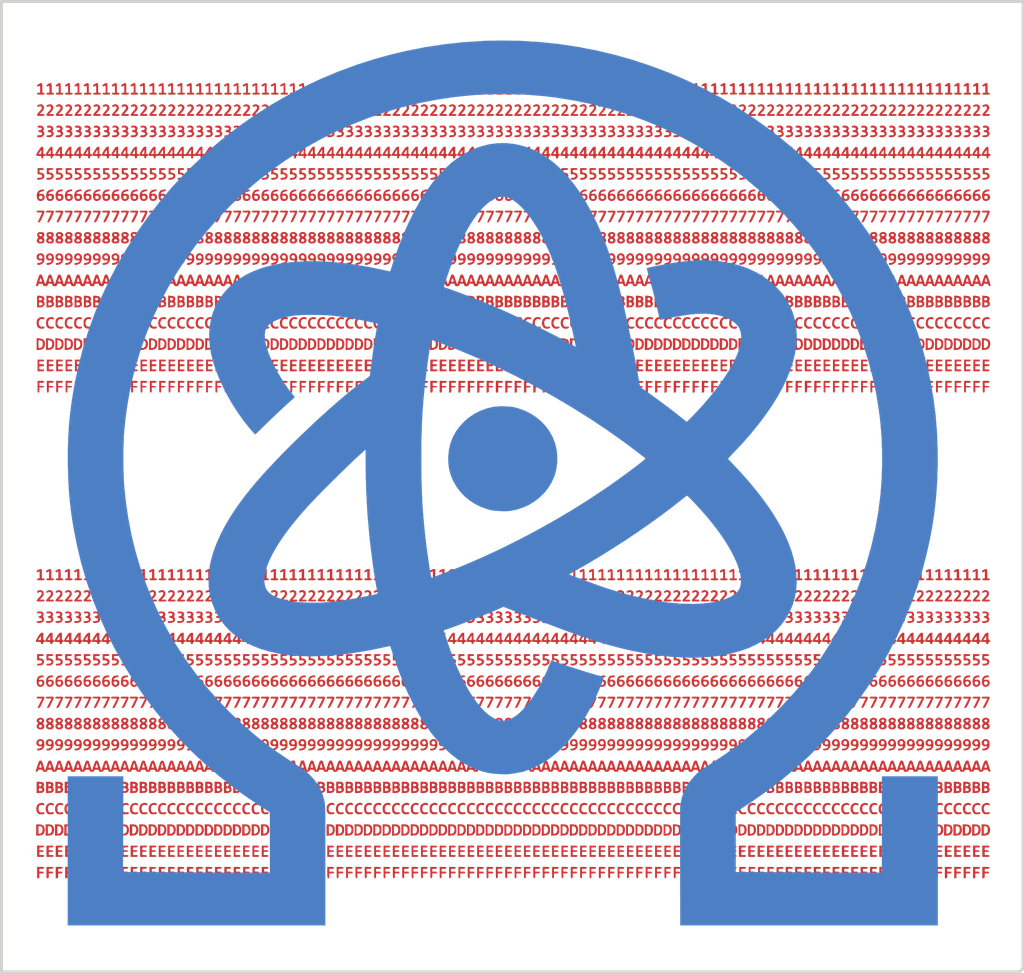
<source format=kicad_pcb>
(kicad_pcb (version 20171130) (host pcbnew "(5.1.9)-1")

  (general
    (thickness 1.6)
    (drawings 5)
    (tracks 0)
    (zones 0)
    (modules 2)
    (nets 1)
  )

  (page A4)
  (layers
    (0 F.Cu signal)
    (31 B.Cu signal)
    (32 B.Adhes user)
    (33 F.Adhes user)
    (34 B.Paste user)
    (35 F.Paste user)
    (36 B.SilkS user)
    (37 F.SilkS user)
    (38 B.Mask user)
    (39 F.Mask user)
    (40 Dwgs.User user)
    (41 Cmts.User user)
    (42 Eco1.User user)
    (43 Eco2.User user)
    (44 Edge.Cuts user)
    (45 Margin user)
    (46 B.CrtYd user)
    (47 F.CrtYd user)
    (48 B.Fab user)
    (49 F.Fab user)
  )

  (setup
    (last_trace_width 0.25)
    (trace_clearance 0.2)
    (zone_clearance 0.508)
    (zone_45_only no)
    (trace_min 0.2)
    (via_size 0.6)
    (via_drill 0.4)
    (via_min_size 0.4)
    (via_min_drill 0.3)
    (uvia_size 0.3)
    (uvia_drill 0.1)
    (uvias_allowed no)
    (uvia_min_size 0.2)
    (uvia_min_drill 0.1)
    (edge_width 0.15)
    (segment_width 0.2)
    (pcb_text_width 0.3)
    (pcb_text_size 1.5 1.5)
    (mod_edge_width 0.15)
    (mod_text_size 1 1)
    (mod_text_width 0.15)
    (pad_size 1.524 1.524)
    (pad_drill 0.762)
    (pad_to_mask_clearance 0.2)
    (aux_axis_origin 0 0)
    (visible_elements 7FFFFFFF)
    (pcbplotparams
      (layerselection 0x010f0_80000001)
      (usegerberextensions false)
      (usegerberattributes true)
      (usegerberadvancedattributes true)
      (creategerberjobfile true)
      (excludeedgelayer true)
      (linewidth 0.100000)
      (plotframeref false)
      (viasonmask false)
      (mode 1)
      (useauxorigin false)
      (hpglpennumber 1)
      (hpglpenspeed 20)
      (hpglpendiameter 15.000000)
      (psnegative false)
      (psa4output false)
      (plotreference true)
      (plotvalue true)
      (plotinvisibletext false)
      (padsonsilk false)
      (subtractmaskfromsilk false)
      (outputformat 1)
      (mirror false)
      (drillshape 1)
      (scaleselection 1)
      (outputdirectory "gerbers/"))
  )

  (net 0 "")

  (net_class Default "This is the default net class."
    (clearance 0.2)
    (trace_width 0.25)
    (via_dia 0.6)
    (via_drill 0.4)
    (uvia_dia 0.3)
    (uvia_drill 0.1)
  )

  (module LOGO (layer F.Cu) (tedit 0) (tstamp 60F6E424)
    (at 45.7581 38.4302)
    (fp_text reference G*** (at 0 0) (layer F.SilkS) hide
      (effects (font (size 1.524 1.524) (thickness 0.3)))
    )
    (fp_text value LOGO (at 0.75 0) (layer F.SilkS) hide
      (effects (font (size 1.524 1.524) (thickness 0.3)))
    )
    (fp_poly (pts (xy 23.575332 -19.118932) (xy 23.591711 -19.075162) (xy 23.599098 -18.997895) (xy 23.600833 -18.882766)
      (xy 23.600833 -18.647833) (xy 23.65375 -18.647833) (xy 23.695245 -18.637912) (xy 23.706667 -18.6055)
      (xy 23.703318 -18.584916) (xy 23.687756 -18.572343) (xy 23.651701 -18.565834) (xy 23.586876 -18.563439)
      (xy 23.52675 -18.563167) (xy 23.439269 -18.563955) (xy 23.385834 -18.567616) (xy 23.358167 -18.5761)
      (xy 23.34799 -18.591353) (xy 23.346833 -18.6055) (xy 23.35512 -18.634677) (xy 23.387472 -18.64645)
      (xy 23.420917 -18.647833) (xy 23.495 -18.647833) (xy 23.495 -18.830015) (xy 23.494239 -18.917685)
      (xy 23.490863 -18.970417) (xy 23.483233 -18.995596) (xy 23.469712 -19.000605) (xy 23.457958 -18.996947)
      (xy 23.394572 -18.973777) (xy 23.360505 -18.970977) (xy 23.347756 -18.988929) (xy 23.346833 -19.002257)
      (xy 23.367841 -19.043765) (xy 23.430546 -19.088437) (xy 23.438812 -19.092912) (xy 23.502225 -19.123443)
      (xy 23.546617 -19.133571) (xy 23.575332 -19.118932)) (layer F.Cu) (width 0.01))
    (fp_poly (pts (xy 23.109625 -19.132548) (xy 23.122367 -19.121401) (xy 23.12997 -19.094038) (xy 23.133755 -19.043273)
      (xy 23.135042 -18.961918) (xy 23.135167 -18.89125) (xy 23.135167 -18.647833) (xy 23.188083 -18.647833)
      (xy 23.229578 -18.637912) (xy 23.241 -18.6055) (xy 23.237652 -18.584916) (xy 23.222089 -18.572343)
      (xy 23.186034 -18.565834) (xy 23.121209 -18.563439) (xy 23.061083 -18.563167) (xy 22.973602 -18.563955)
      (xy 22.920167 -18.567616) (xy 22.8925 -18.5761) (xy 22.882323 -18.591353) (xy 22.881167 -18.6055)
      (xy 22.889454 -18.634677) (xy 22.921805 -18.64645) (xy 22.95525 -18.647833) (xy 23.029333 -18.647833)
      (xy 23.029333 -18.830015) (xy 23.028572 -18.917685) (xy 23.025196 -18.970417) (xy 23.017567 -18.995596)
      (xy 23.004046 -19.000605) (xy 22.992292 -18.996947) (xy 22.928816 -18.973773) (xy 22.894695 -18.97098)
      (xy 22.882012 -18.988878) (xy 22.881167 -19.0013) (xy 22.899224 -19.036671) (xy 22.944561 -19.075806)
      (xy 23.00392 -19.110256) (xy 23.064048 -19.131573) (xy 23.090423 -19.134667) (xy 23.109625 -19.132548)) (layer F.Cu) (width 0.01))
    (fp_poly (pts (xy 22.643959 -19.132548) (xy 22.6567 -19.121401) (xy 22.664303 -19.094038) (xy 22.668088 -19.043273)
      (xy 22.669376 -18.961918) (xy 22.6695 -18.89125) (xy 22.6695 -18.647833) (xy 22.722417 -18.647833)
      (xy 22.763912 -18.637912) (xy 22.775333 -18.6055) (xy 22.771985 -18.584916) (xy 22.756422 -18.572343)
      (xy 22.720367 -18.565834) (xy 22.655543 -18.563439) (xy 22.595417 -18.563167) (xy 22.507936 -18.563955)
      (xy 22.454501 -18.567616) (xy 22.426833 -18.5761) (xy 22.416657 -18.591353) (xy 22.4155 -18.6055)
      (xy 22.423787 -18.634677) (xy 22.456139 -18.64645) (xy 22.489583 -18.647833) (xy 22.563667 -18.647833)
      (xy 22.563667 -18.830015) (xy 22.562905 -18.917685) (xy 22.559529 -18.970417) (xy 22.5519 -18.995596)
      (xy 22.538379 -19.000605) (xy 22.526625 -18.996947) (xy 22.463149 -18.973773) (xy 22.429029 -18.97098)
      (xy 22.416346 -18.988878) (xy 22.4155 -19.0013) (xy 22.433558 -19.036671) (xy 22.478894 -19.075806)
      (xy 22.538254 -19.110256) (xy 22.598382 -19.131573) (xy 22.624757 -19.134667) (xy 22.643959 -19.132548)) (layer F.Cu) (width 0.01))
    (fp_poly (pts (xy 22.178292 -19.132548) (xy 22.191034 -19.121401) (xy 22.198636 -19.094038) (xy 22.202421 -19.043273)
      (xy 22.203709 -18.961918) (xy 22.203833 -18.89125) (xy 22.203833 -18.647833) (xy 22.25675 -18.647833)
      (xy 22.298245 -18.637912) (xy 22.309667 -18.6055) (xy 22.306318 -18.584916) (xy 22.290756 -18.572343)
      (xy 22.254701 -18.565834) (xy 22.189876 -18.563439) (xy 22.12975 -18.563167) (xy 22.042269 -18.563955)
      (xy 21.988834 -18.567616) (xy 21.961167 -18.5761) (xy 21.95099 -18.591353) (xy 21.949833 -18.6055)
      (xy 21.95812 -18.634677) (xy 21.990472 -18.64645) (xy 22.023917 -18.647833) (xy 22.098 -18.647833)
      (xy 22.098 -18.830015) (xy 22.097239 -18.917685) (xy 22.093863 -18.970417) (xy 22.086233 -18.995596)
      (xy 22.072712 -19.000605) (xy 22.060958 -18.996947) (xy 21.997482 -18.973773) (xy 21.963362 -18.97098)
      (xy 21.950679 -18.988878) (xy 21.949833 -19.0013) (xy 21.967891 -19.036671) (xy 22.013227 -19.075806)
      (xy 22.072587 -19.110256) (xy 22.132715 -19.131573) (xy 22.15909 -19.134667) (xy 22.178292 -19.132548)) (layer F.Cu) (width 0.01))
    (fp_poly (pts (xy 21.712625 -19.132548) (xy 21.725367 -19.121401) (xy 21.73297 -19.094038) (xy 21.736755 -19.043273)
      (xy 21.738042 -18.961918) (xy 21.738167 -18.89125) (xy 21.738167 -18.647833) (xy 21.791083 -18.647833)
      (xy 21.832578 -18.637912) (xy 21.844 -18.6055) (xy 21.840652 -18.584916) (xy 21.825089 -18.572343)
      (xy 21.789034 -18.565834) (xy 21.724209 -18.563439) (xy 21.664083 -18.563167) (xy 21.576602 -18.563955)
      (xy 21.523167 -18.567616) (xy 21.4955 -18.5761) (xy 21.485323 -18.591353) (xy 21.484167 -18.6055)
      (xy 21.492454 -18.634677) (xy 21.524805 -18.64645) (xy 21.55825 -18.647833) (xy 21.632333 -18.647833)
      (xy 21.632333 -18.830015) (xy 21.631572 -18.917685) (xy 21.628196 -18.970417) (xy 21.620567 -18.995596)
      (xy 21.607046 -19.000605) (xy 21.595292 -18.996947) (xy 21.531816 -18.973773) (xy 21.497695 -18.97098)
      (xy 21.485012 -18.988878) (xy 21.484167 -19.0013) (xy 21.502224 -19.036671) (xy 21.547561 -19.075806)
      (xy 21.60692 -19.110256) (xy 21.667048 -19.131573) (xy 21.693423 -19.134667) (xy 21.712625 -19.132548)) (layer F.Cu) (width 0.01))
    (fp_poly (pts (xy 21.246959 -19.132548) (xy 21.2597 -19.121401) (xy 21.267303 -19.094038) (xy 21.271088 -19.043273)
      (xy 21.272376 -18.961918) (xy 21.2725 -18.89125) (xy 21.2725 -18.647833) (xy 21.325417 -18.647833)
      (xy 21.366912 -18.637912) (xy 21.378333 -18.6055) (xy 21.374985 -18.584916) (xy 21.359422 -18.572343)
      (xy 21.323367 -18.565834) (xy 21.258543 -18.563439) (xy 21.198417 -18.563167) (xy 21.110936 -18.563955)
      (xy 21.057501 -18.567616) (xy 21.029833 -18.5761) (xy 21.019657 -18.591353) (xy 21.0185 -18.6055)
      (xy 21.026787 -18.634677) (xy 21.059139 -18.64645) (xy 21.092583 -18.647833) (xy 21.166667 -18.647833)
      (xy 21.166667 -18.830015) (xy 21.165905 -18.917685) (xy 21.162529 -18.970417) (xy 21.1549 -18.995596)
      (xy 21.141379 -19.000605) (xy 21.129625 -18.996947) (xy 21.066149 -18.973773) (xy 21.032029 -18.97098)
      (xy 21.019346 -18.988878) (xy 21.0185 -19.0013) (xy 21.036558 -19.036671) (xy 21.081894 -19.075806)
      (xy 21.141254 -19.110256) (xy 21.201382 -19.131573) (xy 21.227757 -19.134667) (xy 21.246959 -19.132548)) (layer F.Cu) (width 0.01))
    (fp_poly (pts (xy 20.782051 -19.132307) (xy 20.794428 -19.120444) (xy 20.801812 -19.091903) (xy 20.805484 -19.039508)
      (xy 20.806724 -18.956085) (xy 20.806833 -18.89125) (xy 20.806833 -18.647833) (xy 20.85975 -18.647833)
      (xy 20.901245 -18.637912) (xy 20.912667 -18.6055) (xy 20.909318 -18.584916) (xy 20.893756 -18.572343)
      (xy 20.857701 -18.565834) (xy 20.792876 -18.563439) (xy 20.73275 -18.563167) (xy 20.645269 -18.563955)
      (xy 20.591834 -18.567616) (xy 20.564167 -18.5761) (xy 20.55399 -18.591353) (xy 20.552833 -18.6055)
      (xy 20.56112 -18.634677) (xy 20.593472 -18.64645) (xy 20.626917 -18.647833) (xy 20.701 -18.647833)
      (xy 20.701 -18.830015) (xy 20.700239 -18.917685) (xy 20.696863 -18.970417) (xy 20.689233 -18.995596)
      (xy 20.675712 -19.000605) (xy 20.663958 -18.996947) (xy 20.600344 -18.973762) (xy 20.566173 -18.970976)
      (xy 20.553683 -18.988796) (xy 20.552996 -18.999906) (xy 20.57103 -19.034128) (xy 20.616046 -19.072976)
      (xy 20.674782 -19.107954) (xy 20.733971 -19.130566) (xy 20.763402 -19.134667) (xy 20.782051 -19.132307)) (layer F.Cu) (width 0.01))
    (fp_poly (pts (xy 20.316384 -19.132307) (xy 20.328761 -19.120444) (xy 20.336145 -19.091903) (xy 20.339817 -19.039508)
      (xy 20.341057 -18.956085) (xy 20.341167 -18.89125) (xy 20.341167 -18.647833) (xy 20.394083 -18.647833)
      (xy 20.435578 -18.637912) (xy 20.447 -18.6055) (xy 20.443652 -18.584916) (xy 20.428089 -18.572343)
      (xy 20.392034 -18.565834) (xy 20.327209 -18.563439) (xy 20.267083 -18.563167) (xy 20.179602 -18.563955)
      (xy 20.126167 -18.567616) (xy 20.0985 -18.5761) (xy 20.088323 -18.591353) (xy 20.087167 -18.6055)
      (xy 20.095454 -18.634677) (xy 20.127805 -18.64645) (xy 20.16125 -18.647833) (xy 20.235333 -18.647833)
      (xy 20.235333 -18.830015) (xy 20.234572 -18.917685) (xy 20.231196 -18.970417) (xy 20.223567 -18.995596)
      (xy 20.210046 -19.000605) (xy 20.198292 -18.996947) (xy 20.134677 -18.973762) (xy 20.100507 -18.970976)
      (xy 20.088016 -18.988796) (xy 20.08733 -18.999906) (xy 20.105363 -19.034128) (xy 20.15038 -19.072976)
      (xy 20.209115 -19.107954) (xy 20.268304 -19.130566) (xy 20.297735 -19.134667) (xy 20.316384 -19.132307)) (layer F.Cu) (width 0.01))
    (fp_poly (pts (xy 19.850718 -19.132307) (xy 19.863094 -19.120444) (xy 19.870479 -19.091903) (xy 19.874151 -19.039508)
      (xy 19.875391 -18.956085) (xy 19.8755 -18.89125) (xy 19.8755 -18.647833) (xy 19.928417 -18.647833)
      (xy 19.969912 -18.637912) (xy 19.981333 -18.6055) (xy 19.977985 -18.584916) (xy 19.962422 -18.572343)
      (xy 19.926367 -18.565834) (xy 19.861543 -18.563439) (xy 19.801417 -18.563167) (xy 19.713936 -18.563955)
      (xy 19.660501 -18.567616) (xy 19.632833 -18.5761) (xy 19.622657 -18.591353) (xy 19.6215 -18.6055)
      (xy 19.629787 -18.634677) (xy 19.662139 -18.64645) (xy 19.695583 -18.647833) (xy 19.769667 -18.647833)
      (xy 19.769667 -18.830015) (xy 19.768905 -18.917685) (xy 19.765529 -18.970417) (xy 19.7579 -18.995596)
      (xy 19.744379 -19.000605) (xy 19.732625 -18.996947) (xy 19.669011 -18.973762) (xy 19.63484 -18.970976)
      (xy 19.62235 -18.988796) (xy 19.621663 -18.999906) (xy 19.639696 -19.034128) (xy 19.684713 -19.072976)
      (xy 19.743449 -19.107954) (xy 19.802638 -19.130566) (xy 19.832068 -19.134667) (xy 19.850718 -19.132307)) (layer F.Cu) (width 0.01))
    (fp_poly (pts (xy 19.385051 -19.132307) (xy 19.397428 -19.120444) (xy 19.404812 -19.091903) (xy 19.408484 -19.039508)
      (xy 19.409724 -18.956085) (xy 19.409833 -18.89125) (xy 19.409833 -18.647833) (xy 19.46275 -18.647833)
      (xy 19.504245 -18.637912) (xy 19.515667 -18.6055) (xy 19.512318 -18.584916) (xy 19.496756 -18.572343)
      (xy 19.460701 -18.565834) (xy 19.395876 -18.563439) (xy 19.33575 -18.563167) (xy 19.248269 -18.563955)
      (xy 19.194834 -18.567616) (xy 19.167167 -18.5761) (xy 19.15699 -18.591353) (xy 19.155833 -18.6055)
      (xy 19.16412 -18.634677) (xy 19.196472 -18.64645) (xy 19.229917 -18.647833) (xy 19.304 -18.647833)
      (xy 19.304 -18.830015) (xy 19.303238 -18.917688) (xy 19.29986 -18.970425) (xy 19.292228 -18.995612)
      (xy 19.278702 -19.000636) (xy 19.266958 -18.996997) (xy 19.202792 -18.979945) (xy 19.167653 -18.993221)
      (xy 19.16168 -19.007667) (xy 19.174959 -19.036251) (xy 19.21552 -19.07104) (xy 19.270712 -19.104188)
      (xy 19.327885 -19.127846) (xy 19.366402 -19.134667) (xy 19.385051 -19.132307)) (layer F.Cu) (width 0.01))
    (fp_poly (pts (xy 18.919384 -19.132307) (xy 18.931761 -19.120444) (xy 18.939145 -19.091903) (xy 18.942817 -19.039508)
      (xy 18.944057 -18.956085) (xy 18.944167 -18.89125) (xy 18.944167 -18.647833) (xy 18.997083 -18.647833)
      (xy 19.038578 -18.637912) (xy 19.05 -18.6055) (xy 19.046652 -18.584916) (xy 19.031089 -18.572343)
      (xy 18.995034 -18.565834) (xy 18.930209 -18.563439) (xy 18.870083 -18.563167) (xy 18.782602 -18.563955)
      (xy 18.729167 -18.567616) (xy 18.7015 -18.5761) (xy 18.691323 -18.591353) (xy 18.690167 -18.6055)
      (xy 18.698454 -18.634677) (xy 18.730805 -18.64645) (xy 18.76425 -18.647833) (xy 18.838333 -18.647833)
      (xy 18.838333 -18.830015) (xy 18.837571 -18.917688) (xy 18.834193 -18.970425) (xy 18.826561 -18.995612)
      (xy 18.813035 -19.000636) (xy 18.801292 -18.996997) (xy 18.737125 -18.979945) (xy 18.701987 -18.993221)
      (xy 18.696013 -19.007667) (xy 18.709292 -19.036251) (xy 18.749853 -19.07104) (xy 18.805045 -19.104188)
      (xy 18.862218 -19.127846) (xy 18.900735 -19.134667) (xy 18.919384 -19.132307)) (layer F.Cu) (width 0.01))
    (fp_poly (pts (xy 18.453718 -19.132307) (xy 18.466094 -19.120444) (xy 18.473479 -19.091903) (xy 18.477151 -19.039508)
      (xy 18.478391 -18.956085) (xy 18.4785 -18.89125) (xy 18.4785 -18.647833) (xy 18.531417 -18.647833)
      (xy 18.572912 -18.637912) (xy 18.584333 -18.6055) (xy 18.580985 -18.584916) (xy 18.565422 -18.572343)
      (xy 18.529367 -18.565834) (xy 18.464543 -18.563439) (xy 18.404417 -18.563167) (xy 18.316936 -18.563955)
      (xy 18.263501 -18.567616) (xy 18.235833 -18.5761) (xy 18.225657 -18.591353) (xy 18.2245 -18.6055)
      (xy 18.232787 -18.634677) (xy 18.265139 -18.64645) (xy 18.298583 -18.647833) (xy 18.372667 -18.647833)
      (xy 18.372667 -18.830015) (xy 18.371905 -18.917688) (xy 18.368527 -18.970425) (xy 18.360894 -18.995612)
      (xy 18.347369 -19.000636) (xy 18.335625 -18.996997) (xy 18.271459 -18.979945) (xy 18.23632 -18.993221)
      (xy 18.230347 -19.007667) (xy 18.243625 -19.036251) (xy 18.284186 -19.07104) (xy 18.339378 -19.104188)
      (xy 18.396552 -19.127846) (xy 18.435068 -19.134667) (xy 18.453718 -19.132307)) (layer F.Cu) (width 0.01))
    (fp_poly (pts (xy 17.988051 -19.132307) (xy 18.000428 -19.120444) (xy 18.007812 -19.091903) (xy 18.011484 -19.039508)
      (xy 18.012724 -18.956085) (xy 18.012833 -18.89125) (xy 18.012833 -18.647833) (xy 18.06575 -18.647833)
      (xy 18.107245 -18.637912) (xy 18.118667 -18.6055) (xy 18.115318 -18.584916) (xy 18.099756 -18.572343)
      (xy 18.063701 -18.565834) (xy 17.998876 -18.563439) (xy 17.93875 -18.563167) (xy 17.851269 -18.563955)
      (xy 17.797834 -18.567616) (xy 17.770167 -18.5761) (xy 17.75999 -18.591353) (xy 17.758833 -18.6055)
      (xy 17.76712 -18.634677) (xy 17.799472 -18.64645) (xy 17.832917 -18.647833) (xy 17.907 -18.647833)
      (xy 17.907 -18.830015) (xy 17.906238 -18.917688) (xy 17.90286 -18.970425) (xy 17.895228 -18.995612)
      (xy 17.881702 -19.000636) (xy 17.869958 -18.996997) (xy 17.805792 -18.979945) (xy 17.770653 -18.993221)
      (xy 17.76468 -19.007667) (xy 17.777959 -19.036251) (xy 17.81852 -19.07104) (xy 17.873712 -19.104188)
      (xy 17.930885 -19.127846) (xy 17.969402 -19.134667) (xy 17.988051 -19.132307)) (layer F.Cu) (width 0.01))
    (fp_poly (pts (xy 17.522384 -19.132307) (xy 17.534761 -19.120444) (xy 17.542145 -19.091903) (xy 17.545817 -19.039508)
      (xy 17.547057 -18.956085) (xy 17.547167 -18.89125) (xy 17.547167 -18.647833) (xy 17.600083 -18.647833)
      (xy 17.641578 -18.637912) (xy 17.653 -18.6055) (xy 17.649652 -18.584916) (xy 17.634089 -18.572343)
      (xy 17.598034 -18.565834) (xy 17.533209 -18.563439) (xy 17.473083 -18.563167) (xy 17.385602 -18.563955)
      (xy 17.332167 -18.567616) (xy 17.3045 -18.5761) (xy 17.294323 -18.591353) (xy 17.293167 -18.6055)
      (xy 17.301454 -18.634677) (xy 17.333805 -18.64645) (xy 17.36725 -18.647833) (xy 17.441333 -18.647833)
      (xy 17.441333 -18.830015) (xy 17.440571 -18.917688) (xy 17.437193 -18.970425) (xy 17.429561 -18.995612)
      (xy 17.416035 -19.000636) (xy 17.404292 -18.996997) (xy 17.340125 -18.979945) (xy 17.304987 -18.993221)
      (xy 17.299013 -19.007667) (xy 17.312292 -19.036251) (xy 17.352853 -19.07104) (xy 17.408045 -19.104188)
      (xy 17.465218 -19.127846) (xy 17.503735 -19.134667) (xy 17.522384 -19.132307)) (layer F.Cu) (width 0.01))
    (fp_poly (pts (xy 17.056718 -19.132307) (xy 17.069094 -19.120444) (xy 17.076479 -19.091903) (xy 17.080151 -19.039508)
      (xy 17.081391 -18.956085) (xy 17.0815 -18.89125) (xy 17.0815 -18.647833) (xy 17.134417 -18.647833)
      (xy 17.175912 -18.637912) (xy 17.187333 -18.6055) (xy 17.183985 -18.584916) (xy 17.168422 -18.572343)
      (xy 17.132367 -18.565834) (xy 17.067543 -18.563439) (xy 17.007417 -18.563167) (xy 16.919936 -18.563955)
      (xy 16.866501 -18.567616) (xy 16.838833 -18.5761) (xy 16.828657 -18.591353) (xy 16.8275 -18.6055)
      (xy 16.835787 -18.634677) (xy 16.868139 -18.64645) (xy 16.901583 -18.647833) (xy 16.975667 -18.647833)
      (xy 16.975667 -18.830015) (xy 16.974905 -18.917688) (xy 16.971527 -18.970425) (xy 16.963894 -18.995612)
      (xy 16.950369 -19.000636) (xy 16.938625 -18.996997) (xy 16.874459 -18.979945) (xy 16.83932 -18.993221)
      (xy 16.833347 -19.007667) (xy 16.846625 -19.036251) (xy 16.887186 -19.07104) (xy 16.942378 -19.104188)
      (xy 16.999552 -19.127846) (xy 17.038068 -19.134667) (xy 17.056718 -19.132307)) (layer F.Cu) (width 0.01))
    (fp_poly (pts (xy 16.591051 -19.132307) (xy 16.603428 -19.120444) (xy 16.610812 -19.091903) (xy 16.614484 -19.039508)
      (xy 16.615724 -18.956085) (xy 16.615833 -18.89125) (xy 16.615833 -18.647833) (xy 16.66875 -18.647833)
      (xy 16.710245 -18.637912) (xy 16.721667 -18.6055) (xy 16.718318 -18.584916) (xy 16.702756 -18.572343)
      (xy 16.666701 -18.565834) (xy 16.601876 -18.563439) (xy 16.54175 -18.563167) (xy 16.454269 -18.563955)
      (xy 16.400834 -18.567616) (xy 16.373167 -18.5761) (xy 16.36299 -18.591353) (xy 16.361833 -18.6055)
      (xy 16.37012 -18.634677) (xy 16.402472 -18.64645) (xy 16.435917 -18.647833) (xy 16.51 -18.647833)
      (xy 16.51 -18.830015) (xy 16.509238 -18.917688) (xy 16.50586 -18.970425) (xy 16.498228 -18.995612)
      (xy 16.484702 -19.000636) (xy 16.472958 -18.996997) (xy 16.408792 -18.979945) (xy 16.373653 -18.993221)
      (xy 16.36768 -19.007667) (xy 16.380959 -19.036251) (xy 16.42152 -19.07104) (xy 16.476712 -19.104188)
      (xy 16.533885 -19.127846) (xy 16.572402 -19.134667) (xy 16.591051 -19.132307)) (layer F.Cu) (width 0.01))
    (fp_poly (pts (xy 16.12607 -19.127689) (xy 16.141877 -19.092333) (xy 16.148617 -19.024882) (xy 16.150146 -18.920743)
      (xy 16.150167 -18.89125) (xy 16.150167 -18.647833) (xy 16.203083 -18.647833) (xy 16.244578 -18.637912)
      (xy 16.256 -18.6055) (xy 16.252652 -18.584916) (xy 16.237089 -18.572343) (xy 16.201034 -18.565834)
      (xy 16.136209 -18.563439) (xy 16.076083 -18.563167) (xy 15.988602 -18.563955) (xy 15.935167 -18.567616)
      (xy 15.9075 -18.5761) (xy 15.897323 -18.591353) (xy 15.896167 -18.6055) (xy 15.904454 -18.634677)
      (xy 15.936805 -18.64645) (xy 15.97025 -18.647833) (xy 16.044333 -18.647833) (xy 16.044333 -18.830015)
      (xy 16.043571 -18.917688) (xy 16.040193 -18.970425) (xy 16.032561 -18.995612) (xy 16.019035 -19.000636)
      (xy 16.007292 -18.996997) (xy 15.942856 -18.979773) (xy 15.907519 -18.987694) (xy 15.902992 -19.013626)
      (xy 15.930986 -19.050431) (xy 15.985678 -19.087101) (xy 16.051827 -19.120481) (xy 16.097338 -19.135541)
      (xy 16.12607 -19.127689)) (layer F.Cu) (width 0.01))
    (fp_poly (pts (xy 15.660403 -19.127689) (xy 15.676211 -19.092333) (xy 15.682951 -19.024882) (xy 15.68448 -18.920743)
      (xy 15.6845 -18.89125) (xy 15.6845 -18.647833) (xy 15.737417 -18.647833) (xy 15.778912 -18.637912)
      (xy 15.790333 -18.6055) (xy 15.786985 -18.584916) (xy 15.771422 -18.572343) (xy 15.735367 -18.565834)
      (xy 15.670543 -18.563439) (xy 15.610417 -18.563167) (xy 15.522936 -18.563955) (xy 15.469501 -18.567616)
      (xy 15.441833 -18.5761) (xy 15.431657 -18.591353) (xy 15.4305 -18.6055) (xy 15.438787 -18.634677)
      (xy 15.471139 -18.64645) (xy 15.504583 -18.647833) (xy 15.578667 -18.647833) (xy 15.578667 -18.830015)
      (xy 15.577905 -18.917688) (xy 15.574527 -18.970425) (xy 15.566894 -18.995612) (xy 15.553369 -19.000636)
      (xy 15.541625 -18.996997) (xy 15.47719 -18.979773) (xy 15.441852 -18.987694) (xy 15.437325 -19.013626)
      (xy 15.465319 -19.050431) (xy 15.520011 -19.087101) (xy 15.58616 -19.120481) (xy 15.631672 -19.135541)
      (xy 15.660403 -19.127689)) (layer F.Cu) (width 0.01))
    (fp_poly (pts (xy 15.194736 -19.127689) (xy 15.210544 -19.092333) (xy 15.217284 -19.024882) (xy 15.218813 -18.920743)
      (xy 15.218833 -18.89125) (xy 15.218833 -18.647833) (xy 15.27175 -18.647833) (xy 15.313245 -18.637912)
      (xy 15.324667 -18.6055) (xy 15.321318 -18.584916) (xy 15.305756 -18.572343) (xy 15.269701 -18.565834)
      (xy 15.204876 -18.563439) (xy 15.14475 -18.563167) (xy 15.057269 -18.563955) (xy 15.003834 -18.567616)
      (xy 14.976167 -18.5761) (xy 14.96599 -18.591353) (xy 14.964833 -18.6055) (xy 14.97312 -18.634677)
      (xy 15.005472 -18.64645) (xy 15.038917 -18.647833) (xy 15.113 -18.647833) (xy 15.113 -18.830015)
      (xy 15.112238 -18.917688) (xy 15.10886 -18.970425) (xy 15.101228 -18.995612) (xy 15.087702 -19.000636)
      (xy 15.075958 -18.996997) (xy 15.011523 -18.979773) (xy 14.976186 -18.987694) (xy 14.971658 -19.013626)
      (xy 14.999653 -19.050431) (xy 15.054345 -19.087101) (xy 15.120493 -19.120481) (xy 15.166005 -19.135541)
      (xy 15.194736 -19.127689)) (layer F.Cu) (width 0.01))
    (fp_poly (pts (xy 14.72907 -19.127689) (xy 14.744877 -19.092333) (xy 14.751617 -19.024882) (xy 14.753146 -18.920743)
      (xy 14.753167 -18.89125) (xy 14.753167 -18.647833) (xy 14.806083 -18.647833) (xy 14.847578 -18.637912)
      (xy 14.859 -18.6055) (xy 14.855652 -18.584916) (xy 14.840089 -18.572343) (xy 14.804034 -18.565834)
      (xy 14.739209 -18.563439) (xy 14.679083 -18.563167) (xy 14.591602 -18.563955) (xy 14.538167 -18.567616)
      (xy 14.5105 -18.5761) (xy 14.500323 -18.591353) (xy 14.499167 -18.6055) (xy 14.507454 -18.634677)
      (xy 14.539805 -18.64645) (xy 14.57325 -18.647833) (xy 14.647333 -18.647833) (xy 14.647333 -18.830015)
      (xy 14.646571 -18.917688) (xy 14.643193 -18.970425) (xy 14.635561 -18.995612) (xy 14.622035 -19.000636)
      (xy 14.610292 -18.996997) (xy 14.545856 -18.979773) (xy 14.510519 -18.987694) (xy 14.505992 -19.013626)
      (xy 14.533986 -19.050431) (xy 14.588678 -19.087101) (xy 14.654827 -19.120481) (xy 14.700338 -19.135541)
      (xy 14.72907 -19.127689)) (layer F.Cu) (width 0.01))
    (fp_poly (pts (xy 14.263403 -19.127689) (xy 14.279211 -19.092333) (xy 14.285951 -19.024882) (xy 14.28748 -18.920743)
      (xy 14.2875 -18.89125) (xy 14.2875 -18.647833) (xy 14.340417 -18.647833) (xy 14.381912 -18.637912)
      (xy 14.393333 -18.6055) (xy 14.389985 -18.584916) (xy 14.374422 -18.572343) (xy 14.338367 -18.565834)
      (xy 14.273543 -18.563439) (xy 14.213417 -18.563167) (xy 14.125936 -18.563955) (xy 14.072501 -18.567616)
      (xy 14.044833 -18.5761) (xy 14.034657 -18.591353) (xy 14.0335 -18.6055) (xy 14.041787 -18.634677)
      (xy 14.074139 -18.64645) (xy 14.107583 -18.647833) (xy 14.181667 -18.647833) (xy 14.181667 -18.830015)
      (xy 14.180905 -18.917688) (xy 14.177527 -18.970425) (xy 14.169894 -18.995612) (xy 14.156369 -19.000636)
      (xy 14.144625 -18.996997) (xy 14.08019 -18.979773) (xy 14.044852 -18.987694) (xy 14.040325 -19.013626)
      (xy 14.068319 -19.050431) (xy 14.123011 -19.087101) (xy 14.18916 -19.120481) (xy 14.234672 -19.135541)
      (xy 14.263403 -19.127689)) (layer F.Cu) (width 0.01))
    (fp_poly (pts (xy 13.797736 -19.127689) (xy 13.813544 -19.092333) (xy 13.820284 -19.024882) (xy 13.821813 -18.920743)
      (xy 13.821833 -18.89125) (xy 13.821833 -18.647833) (xy 13.87475 -18.647833) (xy 13.916245 -18.637912)
      (xy 13.927667 -18.6055) (xy 13.924318 -18.584916) (xy 13.908756 -18.572343) (xy 13.872701 -18.565834)
      (xy 13.807876 -18.563439) (xy 13.74775 -18.563167) (xy 13.660269 -18.563955) (xy 13.606834 -18.567616)
      (xy 13.579167 -18.5761) (xy 13.56899 -18.591353) (xy 13.567833 -18.6055) (xy 13.57612 -18.634677)
      (xy 13.608472 -18.64645) (xy 13.641917 -18.647833) (xy 13.716 -18.647833) (xy 13.716 -18.830015)
      (xy 13.715238 -18.917688) (xy 13.71186 -18.970425) (xy 13.704228 -18.995612) (xy 13.690702 -19.000636)
      (xy 13.678958 -18.996997) (xy 13.614523 -18.979773) (xy 13.579186 -18.987694) (xy 13.574658 -19.013626)
      (xy 13.602653 -19.050431) (xy 13.657345 -19.087101) (xy 13.723493 -19.120481) (xy 13.769005 -19.135541)
      (xy 13.797736 -19.127689)) (layer F.Cu) (width 0.01))
    (fp_poly (pts (xy 13.33207 -19.127689) (xy 13.347877 -19.092333) (xy 13.354617 -19.024882) (xy 13.356146 -18.920743)
      (xy 13.356167 -18.89125) (xy 13.356167 -18.647833) (xy 13.409083 -18.647833) (xy 13.450578 -18.637912)
      (xy 13.462 -18.6055) (xy 13.458652 -18.584916) (xy 13.443089 -18.572343) (xy 13.407034 -18.565834)
      (xy 13.342209 -18.563439) (xy 13.282083 -18.563167) (xy 13.194602 -18.563955) (xy 13.141167 -18.567616)
      (xy 13.1135 -18.5761) (xy 13.103323 -18.591353) (xy 13.102167 -18.6055) (xy 13.110454 -18.634677)
      (xy 13.142805 -18.64645) (xy 13.17625 -18.647833) (xy 13.250333 -18.647833) (xy 13.250333 -18.830015)
      (xy 13.249571 -18.917688) (xy 13.246193 -18.970425) (xy 13.238561 -18.995612) (xy 13.225035 -19.000636)
      (xy 13.213292 -18.996997) (xy 13.148856 -18.979773) (xy 13.113519 -18.987694) (xy 13.108992 -19.013626)
      (xy 13.136986 -19.050431) (xy 13.191678 -19.087101) (xy 13.257827 -19.120481) (xy 13.303338 -19.135541)
      (xy 13.33207 -19.127689)) (layer F.Cu) (width 0.01))
    (fp_poly (pts (xy 12.866403 -19.127689) (xy 12.882211 -19.092333) (xy 12.888951 -19.024882) (xy 12.89048 -18.920743)
      (xy 12.8905 -18.89125) (xy 12.8905 -18.647833) (xy 12.943417 -18.647833) (xy 12.984912 -18.637912)
      (xy 12.996333 -18.6055) (xy 12.99273 -18.584229) (xy 12.976187 -18.571567) (xy 12.938106 -18.565319)
      (xy 12.869888 -18.563289) (xy 12.830528 -18.563167) (xy 12.750442 -18.564855) (xy 12.687574 -18.569328)
      (xy 12.653227 -18.5757) (xy 12.650611 -18.577278) (xy 12.633861 -18.611765) (xy 12.654309 -18.637243)
      (xy 12.706931 -18.647803) (xy 12.710583 -18.647833) (xy 12.784667 -18.647833) (xy 12.784667 -18.830015)
      (xy 12.783905 -18.917688) (xy 12.780527 -18.970425) (xy 12.772894 -18.995612) (xy 12.759369 -19.000636)
      (xy 12.747625 -18.996997) (xy 12.68319 -18.979773) (xy 12.647852 -18.987694) (xy 12.643325 -19.013626)
      (xy 12.671319 -19.050431) (xy 12.726011 -19.087101) (xy 12.79216 -19.120481) (xy 12.837672 -19.135541)
      (xy 12.866403 -19.127689)) (layer F.Cu) (width 0.01))
    (fp_poly (pts (xy 12.400736 -19.127689) (xy 12.416544 -19.092333) (xy 12.423284 -19.024882) (xy 12.424813 -18.920743)
      (xy 12.424833 -18.89125) (xy 12.424833 -18.647833) (xy 12.47775 -18.647833) (xy 12.519245 -18.637912)
      (xy 12.530667 -18.6055) (xy 12.527063 -18.584229) (xy 12.51052 -18.571567) (xy 12.472439 -18.565319)
      (xy 12.404221 -18.563289) (xy 12.364861 -18.563167) (xy 12.284775 -18.564855) (xy 12.221907 -18.569328)
      (xy 12.18756 -18.5757) (xy 12.184944 -18.577278) (xy 12.168195 -18.611765) (xy 12.188642 -18.637243)
      (xy 12.241264 -18.647803) (xy 12.244917 -18.647833) (xy 12.319 -18.647833) (xy 12.319 -18.830015)
      (xy 12.318238 -18.917688) (xy 12.31486 -18.970425) (xy 12.307228 -18.995612) (xy 12.293702 -19.000636)
      (xy 12.281958 -18.996997) (xy 12.217523 -18.979773) (xy 12.182186 -18.987694) (xy 12.177658 -19.013626)
      (xy 12.205653 -19.050431) (xy 12.260345 -19.087101) (xy 12.326493 -19.120481) (xy 12.372005 -19.135541)
      (xy 12.400736 -19.127689)) (layer F.Cu) (width 0.01))
    (fp_poly (pts (xy 11.93507 -19.127689) (xy 11.950877 -19.092333) (xy 11.957617 -19.024882) (xy 11.959146 -18.920743)
      (xy 11.959167 -18.89125) (xy 11.959167 -18.647833) (xy 12.012083 -18.647833) (xy 12.053578 -18.637912)
      (xy 12.065 -18.6055) (xy 12.061396 -18.584229) (xy 12.044854 -18.571567) (xy 12.006773 -18.565319)
      (xy 11.938555 -18.563289) (xy 11.899194 -18.563167) (xy 11.819108 -18.564855) (xy 11.75624 -18.569328)
      (xy 11.721894 -18.5757) (xy 11.719278 -18.577278) (xy 11.702528 -18.611765) (xy 11.722975 -18.637243)
      (xy 11.775598 -18.647803) (xy 11.77925 -18.647833) (xy 11.853333 -18.647833) (xy 11.853333 -18.830015)
      (xy 11.852571 -18.917688) (xy 11.849193 -18.970425) (xy 11.841561 -18.995612) (xy 11.828035 -19.000636)
      (xy 11.816292 -18.996997) (xy 11.751856 -18.979773) (xy 11.716519 -18.987694) (xy 11.711992 -19.013626)
      (xy 11.739986 -19.050431) (xy 11.794678 -19.087101) (xy 11.860827 -19.120481) (xy 11.906338 -19.135541)
      (xy 11.93507 -19.127689)) (layer F.Cu) (width 0.01))
    (fp_poly (pts (xy 11.469403 -19.127689) (xy 11.485211 -19.092333) (xy 11.491951 -19.024882) (xy 11.49348 -18.920743)
      (xy 11.4935 -18.89125) (xy 11.4935 -18.647833) (xy 11.546417 -18.647833) (xy 11.587912 -18.637912)
      (xy 11.599333 -18.6055) (xy 11.59573 -18.584229) (xy 11.579187 -18.571567) (xy 11.541106 -18.565319)
      (xy 11.472888 -18.563289) (xy 11.433528 -18.563167) (xy 11.353442 -18.564855) (xy 11.290574 -18.569328)
      (xy 11.256227 -18.5757) (xy 11.253611 -18.577278) (xy 11.236861 -18.611765) (xy 11.257309 -18.637243)
      (xy 11.309931 -18.647803) (xy 11.313583 -18.647833) (xy 11.387667 -18.647833) (xy 11.387667 -18.830015)
      (xy 11.386905 -18.917688) (xy 11.383527 -18.970425) (xy 11.375894 -18.995612) (xy 11.362369 -19.000636)
      (xy 11.350625 -18.996997) (xy 11.28619 -18.979773) (xy 11.250852 -18.987694) (xy 11.246325 -19.013626)
      (xy 11.274319 -19.050431) (xy 11.329011 -19.087101) (xy 11.39516 -19.120481) (xy 11.440672 -19.135541)
      (xy 11.469403 -19.127689)) (layer F.Cu) (width 0.01))
    (fp_poly (pts (xy 11.00593 -19.124863) (xy 11.020699 -19.090901) (xy 11.026669 -19.025617) (xy 11.027828 -18.924116)
      (xy 11.027833 -18.892656) (xy 11.027833 -18.650645) (xy 11.086042 -18.643948) (xy 11.130769 -18.628468)
      (xy 11.14425 -18.6055) (xy 11.135546 -18.588989) (xy 11.104651 -18.578086) (xy 11.044392 -18.571234)
      (xy 10.969625 -18.567602) (xy 10.883892 -18.565306) (xy 10.832004 -18.567036) (xy 10.805532 -18.57458)
      (xy 10.796048 -18.589725) (xy 10.795 -18.604644) (xy 10.804615 -18.636161) (xy 10.84084 -18.647327)
      (xy 10.8585 -18.647833) (xy 10.922 -18.647833) (xy 10.922 -18.830015) (xy 10.921238 -18.917688)
      (xy 10.91786 -18.970425) (xy 10.910228 -18.995612) (xy 10.896702 -19.000636) (xy 10.884958 -18.996997)
      (xy 10.820697 -18.979958) (xy 10.785457 -18.993559) (xy 10.779259 -19.008412) (xy 10.793761 -19.03948)
      (xy 10.846489 -19.07623) (xy 10.868973 -19.087787) (xy 10.934054 -19.11841) (xy 10.978377 -19.132401)
      (xy 11.00593 -19.124863)) (layer F.Cu) (width 0.01))
    (fp_poly (pts (xy 10.54011 -19.12496) (xy 10.554935 -19.091203) (xy 10.560966 -19.026213) (xy 10.56216 -18.925096)
      (xy 10.562167 -18.89125) (xy 10.562167 -18.647833) (xy 10.627219 -18.647833) (xy 10.672953 -18.64233)
      (xy 10.686364 -18.621974) (xy 10.685193 -18.610792) (xy 10.675237 -18.59194) (xy 10.648563 -18.579827)
      (xy 10.596843 -18.572471) (xy 10.511752 -18.567892) (xy 10.503724 -18.567602) (xy 10.41806 -18.565307)
      (xy 10.366236 -18.567044) (xy 10.339817 -18.574607) (xy 10.330369 -18.589787) (xy 10.329333 -18.604644)
      (xy 10.338948 -18.636161) (xy 10.375173 -18.647327) (xy 10.392833 -18.647833) (xy 10.456333 -18.647833)
      (xy 10.456333 -18.830015) (xy 10.455571 -18.917688) (xy 10.452193 -18.970425) (xy 10.444561 -18.995612)
      (xy 10.431035 -19.000636) (xy 10.419292 -18.996997) (xy 10.355031 -18.979958) (xy 10.319791 -18.993559)
      (xy 10.313593 -19.008412) (xy 10.328095 -19.03948) (xy 10.380822 -19.07623) (xy 10.403306 -19.087787)
      (xy 10.468252 -19.118358) (xy 10.512534 -19.132381) (xy 10.54011 -19.12496)) (layer F.Cu) (width 0.01))
    (fp_poly (pts (xy 10.074443 -19.12496) (xy 10.089268 -19.091203) (xy 10.0953 -19.026213) (xy 10.096494 -18.925096)
      (xy 10.0965 -18.89125) (xy 10.0965 -18.647833) (xy 10.161552 -18.647833) (xy 10.207286 -18.64233)
      (xy 10.220698 -18.621974) (xy 10.219526 -18.610792) (xy 10.20957 -18.59194) (xy 10.182896 -18.579827)
      (xy 10.131176 -18.572471) (xy 10.046085 -18.567892) (xy 10.038057 -18.567602) (xy 9.952393 -18.565307)
      (xy 9.900569 -18.567044) (xy 9.87415 -18.574607) (xy 9.864702 -18.589787) (xy 9.863667 -18.604644)
      (xy 9.873282 -18.636161) (xy 9.909507 -18.647327) (xy 9.927167 -18.647833) (xy 9.990667 -18.647833)
      (xy 9.990667 -18.830015) (xy 9.989905 -18.917688) (xy 9.986527 -18.970425) (xy 9.978894 -18.995612)
      (xy 9.965369 -19.000636) (xy 9.953625 -18.996997) (xy 9.889364 -18.979958) (xy 9.854124 -18.993559)
      (xy 9.847926 -19.008412) (xy 9.862428 -19.03948) (xy 9.915156 -19.07623) (xy 9.93764 -19.087787)
      (xy 10.002585 -19.118358) (xy 10.046867 -19.132381) (xy 10.074443 -19.12496)) (layer F.Cu) (width 0.01))
    (fp_poly (pts (xy 9.608776 -19.12496) (xy 9.623602 -19.091203) (xy 9.629633 -19.026213) (xy 9.630827 -18.925096)
      (xy 9.630833 -18.89125) (xy 9.630833 -18.647833) (xy 9.695885 -18.647833) (xy 9.741619 -18.64233)
      (xy 9.755031 -18.621974) (xy 9.753859 -18.610792) (xy 9.743904 -18.59194) (xy 9.717229 -18.579827)
      (xy 9.66551 -18.572471) (xy 9.580419 -18.567892) (xy 9.572391 -18.567602) (xy 9.486727 -18.565307)
      (xy 9.434902 -18.567044) (xy 9.408484 -18.574607) (xy 9.399036 -18.589787) (xy 9.398 -18.604644)
      (xy 9.407615 -18.636161) (xy 9.44384 -18.647327) (xy 9.4615 -18.647833) (xy 9.525 -18.647833)
      (xy 9.525 -18.830015) (xy 9.524238 -18.917688) (xy 9.52086 -18.970425) (xy 9.513228 -18.995612)
      (xy 9.499702 -19.000636) (xy 9.487958 -18.996997) (xy 9.423697 -18.979958) (xy 9.388457 -18.993559)
      (xy 9.382259 -19.008412) (xy 9.396761 -19.03948) (xy 9.449489 -19.07623) (xy 9.471973 -19.087787)
      (xy 9.536918 -19.118358) (xy 9.581201 -19.132381) (xy 9.608776 -19.12496)) (layer F.Cu) (width 0.01))
    (fp_poly (pts (xy 9.14311 -19.12496) (xy 9.157935 -19.091203) (xy 9.163966 -19.026213) (xy 9.16516 -18.925096)
      (xy 9.165167 -18.89125) (xy 9.165167 -18.647833) (xy 9.228667 -18.647833) (xy 9.275147 -18.641181)
      (xy 9.291511 -18.616428) (xy 9.292167 -18.6055) (xy 9.288818 -18.584916) (xy 9.273256 -18.572343)
      (xy 9.237201 -18.565834) (xy 9.172376 -18.563439) (xy 9.11225 -18.563167) (xy 9.024769 -18.563955)
      (xy 8.971334 -18.567616) (xy 8.943667 -18.5761) (xy 8.93349 -18.591353) (xy 8.932333 -18.6055)
      (xy 8.942312 -18.636487) (xy 8.979441 -18.647397) (xy 8.995833 -18.647833) (xy 9.059333 -18.647833)
      (xy 9.059333 -18.830015) (xy 9.058571 -18.917688) (xy 9.055193 -18.970425) (xy 9.047561 -18.995612)
      (xy 9.034035 -19.000636) (xy 9.022292 -18.996997) (xy 8.958031 -18.979958) (xy 8.922791 -18.993559)
      (xy 8.916593 -19.008412) (xy 8.931095 -19.03948) (xy 8.983822 -19.07623) (xy 9.006306 -19.087787)
      (xy 9.071252 -19.118358) (xy 9.115534 -19.132381) (xy 9.14311 -19.12496)) (layer F.Cu) (width 0.01))
    (fp_poly (pts (xy 8.677443 -19.12496) (xy 8.692268 -19.091203) (xy 8.6983 -19.026213) (xy 8.699494 -18.925096)
      (xy 8.6995 -18.89125) (xy 8.6995 -18.647833) (xy 8.763 -18.647833) (xy 8.80948 -18.641181)
      (xy 8.825845 -18.616428) (xy 8.8265 -18.6055) (xy 8.823152 -18.584916) (xy 8.807589 -18.572343)
      (xy 8.771534 -18.565834) (xy 8.706709 -18.563439) (xy 8.646583 -18.563167) (xy 8.559102 -18.563955)
      (xy 8.505667 -18.567616) (xy 8.478 -18.5761) (xy 8.467823 -18.591353) (xy 8.466667 -18.6055)
      (xy 8.476645 -18.636487) (xy 8.513775 -18.647397) (xy 8.530167 -18.647833) (xy 8.593667 -18.647833)
      (xy 8.593667 -18.830015) (xy 8.592905 -18.917688) (xy 8.589527 -18.970425) (xy 8.581894 -18.995612)
      (xy 8.568369 -19.000636) (xy 8.556625 -18.996997) (xy 8.492364 -18.979958) (xy 8.457124 -18.993559)
      (xy 8.450926 -19.008412) (xy 8.465428 -19.03948) (xy 8.518156 -19.07623) (xy 8.54064 -19.087787)
      (xy 8.605585 -19.118358) (xy 8.649867 -19.132381) (xy 8.677443 -19.12496)) (layer F.Cu) (width 0.01))
    (fp_poly (pts (xy 8.211776 -19.12496) (xy 8.226602 -19.091203) (xy 8.232633 -19.026213) (xy 8.233827 -18.925096)
      (xy 8.233833 -18.89125) (xy 8.233833 -18.647833) (xy 8.297333 -18.647833) (xy 8.343813 -18.641181)
      (xy 8.360178 -18.616428) (xy 8.360833 -18.6055) (xy 8.357485 -18.584916) (xy 8.341922 -18.572343)
      (xy 8.305867 -18.565834) (xy 8.241043 -18.563439) (xy 8.180917 -18.563167) (xy 8.093436 -18.563955)
      (xy 8.040001 -18.567616) (xy 8.012333 -18.5761) (xy 8.002157 -18.591353) (xy 8.001 -18.6055)
      (xy 8.010979 -18.636487) (xy 8.048108 -18.647397) (xy 8.0645 -18.647833) (xy 8.128 -18.647833)
      (xy 8.128 -18.830015) (xy 8.127238 -18.917688) (xy 8.12386 -18.970425) (xy 8.116228 -18.995612)
      (xy 8.102702 -19.000636) (xy 8.090958 -18.996997) (xy 8.026697 -18.979958) (xy 7.991457 -18.993559)
      (xy 7.985259 -19.008412) (xy 7.999761 -19.03948) (xy 8.052489 -19.07623) (xy 8.074973 -19.087787)
      (xy 8.139918 -19.118358) (xy 8.184201 -19.132381) (xy 8.211776 -19.12496)) (layer F.Cu) (width 0.01))
    (fp_poly (pts (xy 7.74611 -19.12496) (xy 7.760935 -19.091203) (xy 7.766966 -19.026213) (xy 7.76816 -18.925096)
      (xy 7.768167 -18.89125) (xy 7.768167 -18.647833) (xy 7.831667 -18.647833) (xy 7.878147 -18.641181)
      (xy 7.894511 -18.616428) (xy 7.895167 -18.6055) (xy 7.891818 -18.584916) (xy 7.876256 -18.572343)
      (xy 7.840201 -18.565834) (xy 7.775376 -18.563439) (xy 7.71525 -18.563167) (xy 7.627769 -18.563955)
      (xy 7.574334 -18.567616) (xy 7.546667 -18.5761) (xy 7.53649 -18.591353) (xy 7.535333 -18.6055)
      (xy 7.545312 -18.636487) (xy 7.582441 -18.647397) (xy 7.598833 -18.647833) (xy 7.662333 -18.647833)
      (xy 7.662333 -18.830015) (xy 7.661571 -18.917688) (xy 7.658193 -18.970425) (xy 7.650561 -18.995612)
      (xy 7.637035 -19.000636) (xy 7.625292 -18.996997) (xy 7.561031 -18.979958) (xy 7.525791 -18.993559)
      (xy 7.519593 -19.008412) (xy 7.534095 -19.03948) (xy 7.586822 -19.07623) (xy 7.609306 -19.087787)
      (xy 7.674252 -19.118358) (xy 7.718534 -19.132381) (xy 7.74611 -19.12496)) (layer F.Cu) (width 0.01))
    (fp_poly (pts (xy 7.280443 -19.12496) (xy 7.295268 -19.091203) (xy 7.3013 -19.026213) (xy 7.302494 -18.925096)
      (xy 7.3025 -18.89125) (xy 7.3025 -18.647833) (xy 7.366 -18.647833) (xy 7.41248 -18.641181)
      (xy 7.428845 -18.616428) (xy 7.4295 -18.6055) (xy 7.426152 -18.584916) (xy 7.410589 -18.572343)
      (xy 7.374534 -18.565834) (xy 7.309709 -18.563439) (xy 7.249583 -18.563167) (xy 7.162102 -18.563955)
      (xy 7.108667 -18.567616) (xy 7.081 -18.5761) (xy 7.070823 -18.591353) (xy 7.069667 -18.6055)
      (xy 7.079645 -18.636487) (xy 7.116775 -18.647397) (xy 7.133167 -18.647833) (xy 7.196667 -18.647833)
      (xy 7.196667 -18.830015) (xy 7.195905 -18.917688) (xy 7.192527 -18.970425) (xy 7.184894 -18.995612)
      (xy 7.171369 -19.000636) (xy 7.159625 -18.996997) (xy 7.095364 -18.979958) (xy 7.060124 -18.993559)
      (xy 7.053926 -19.008412) (xy 7.068428 -19.03948) (xy 7.121156 -19.07623) (xy 7.14364 -19.087787)
      (xy 7.208585 -19.118358) (xy 7.252867 -19.132381) (xy 7.280443 -19.12496)) (layer F.Cu) (width 0.01))
    (fp_poly (pts (xy 6.814776 -19.12496) (xy 6.829602 -19.091203) (xy 6.835633 -19.026213) (xy 6.836827 -18.925096)
      (xy 6.836833 -18.89125) (xy 6.836833 -18.647833) (xy 6.900333 -18.647833) (xy 6.946813 -18.641181)
      (xy 6.963178 -18.616428) (xy 6.963833 -18.6055) (xy 6.960485 -18.584916) (xy 6.944922 -18.572343)
      (xy 6.908867 -18.565834) (xy 6.844043 -18.563439) (xy 6.783917 -18.563167) (xy 6.696436 -18.563955)
      (xy 6.643001 -18.567616) (xy 6.615333 -18.5761) (xy 6.605157 -18.591353) (xy 6.604 -18.6055)
      (xy 6.613979 -18.636487) (xy 6.651108 -18.647397) (xy 6.6675 -18.647833) (xy 6.731 -18.647833)
      (xy 6.731 -18.830015) (xy 6.730238 -18.917688) (xy 6.72686 -18.970425) (xy 6.719228 -18.995612)
      (xy 6.705702 -19.000636) (xy 6.693958 -18.996997) (xy 6.629697 -18.979958) (xy 6.594457 -18.993559)
      (xy 6.588259 -19.008412) (xy 6.602761 -19.03948) (xy 6.655489 -19.07623) (xy 6.677973 -19.087787)
      (xy 6.742918 -19.118358) (xy 6.787201 -19.132381) (xy 6.814776 -19.12496)) (layer F.Cu) (width 0.01))
    (fp_poly (pts (xy 6.34911 -19.12496) (xy 6.363935 -19.091203) (xy 6.369966 -19.026213) (xy 6.37116 -18.925096)
      (xy 6.371167 -18.89125) (xy 6.371167 -18.647833) (xy 6.434667 -18.647833) (xy 6.481147 -18.641181)
      (xy 6.497511 -18.616428) (xy 6.498167 -18.6055) (xy 6.494818 -18.584916) (xy 6.479256 -18.572343)
      (xy 6.443201 -18.565834) (xy 6.378376 -18.563439) (xy 6.31825 -18.563167) (xy 6.230769 -18.563955)
      (xy 6.177334 -18.567616) (xy 6.149667 -18.5761) (xy 6.13949 -18.591353) (xy 6.138333 -18.6055)
      (xy 6.148312 -18.636487) (xy 6.185441 -18.647397) (xy 6.201833 -18.647833) (xy 6.265333 -18.647833)
      (xy 6.265333 -18.830015) (xy 6.264571 -18.917688) (xy 6.261193 -18.970425) (xy 6.253561 -18.995612)
      (xy 6.240035 -19.000636) (xy 6.228292 -18.996997) (xy 6.164031 -18.979958) (xy 6.128791 -18.993559)
      (xy 6.122593 -19.008412) (xy 6.137095 -19.03948) (xy 6.189822 -19.07623) (xy 6.212306 -19.087787)
      (xy 6.277252 -19.118358) (xy 6.321534 -19.132381) (xy 6.34911 -19.12496)) (layer F.Cu) (width 0.01))
    (fp_poly (pts (xy 5.883443 -19.12496) (xy 5.898268 -19.091203) (xy 5.9043 -19.026213) (xy 5.905494 -18.925096)
      (xy 5.9055 -18.89125) (xy 5.9055 -18.647833) (xy 5.969 -18.647833) (xy 6.01548 -18.641181)
      (xy 6.031845 -18.616428) (xy 6.0325 -18.6055) (xy 6.029152 -18.584916) (xy 6.013589 -18.572343)
      (xy 5.977534 -18.565834) (xy 5.912709 -18.563439) (xy 5.852583 -18.563167) (xy 5.765102 -18.563955)
      (xy 5.711667 -18.567616) (xy 5.684 -18.5761) (xy 5.673823 -18.591353) (xy 5.672667 -18.6055)
      (xy 5.682645 -18.636487) (xy 5.719775 -18.647397) (xy 5.736167 -18.647833) (xy 5.799667 -18.647833)
      (xy 5.799667 -18.830015) (xy 5.798905 -18.917688) (xy 5.795527 -18.970425) (xy 5.787894 -18.995612)
      (xy 5.774369 -19.000636) (xy 5.762625 -18.996997) (xy 5.698364 -18.979958) (xy 5.663124 -18.993559)
      (xy 5.656926 -19.008412) (xy 5.671428 -19.03948) (xy 5.724156 -19.07623) (xy 5.74664 -19.087787)
      (xy 5.811585 -19.118358) (xy 5.855867 -19.132381) (xy 5.883443 -19.12496)) (layer F.Cu) (width 0.01))
    (fp_poly (pts (xy 5.417776 -19.12496) (xy 5.432602 -19.091203) (xy 5.438633 -19.026213) (xy 5.439827 -18.925096)
      (xy 5.439833 -18.89125) (xy 5.439833 -18.647833) (xy 5.503333 -18.647833) (xy 5.549813 -18.641181)
      (xy 5.566178 -18.616428) (xy 5.566833 -18.6055) (xy 5.563485 -18.584916) (xy 5.547922 -18.572343)
      (xy 5.511867 -18.565834) (xy 5.447043 -18.563439) (xy 5.386917 -18.563167) (xy 5.299436 -18.563955)
      (xy 5.246001 -18.567616) (xy 5.218333 -18.5761) (xy 5.208157 -18.591353) (xy 5.207 -18.6055)
      (xy 5.216979 -18.636487) (xy 5.254108 -18.647397) (xy 5.2705 -18.647833) (xy 5.334 -18.647833)
      (xy 5.334 -18.830015) (xy 5.333238 -18.917688) (xy 5.32986 -18.970425) (xy 5.322228 -18.995612)
      (xy 5.308702 -19.000636) (xy 5.296958 -18.996997) (xy 5.232697 -18.979958) (xy 5.197457 -18.993559)
      (xy 5.191259 -19.008412) (xy 5.205761 -19.03948) (xy 5.258489 -19.07623) (xy 5.280973 -19.087787)
      (xy 5.345918 -19.118358) (xy 5.390201 -19.132381) (xy 5.417776 -19.12496)) (layer F.Cu) (width 0.01))
    (fp_poly (pts (xy 4.95211 -19.12496) (xy 4.966935 -19.091203) (xy 4.972966 -19.026213) (xy 4.97416 -18.925096)
      (xy 4.974167 -18.89125) (xy 4.974167 -18.647833) (xy 5.037667 -18.647833) (xy 5.084147 -18.641181)
      (xy 5.100511 -18.616428) (xy 5.101167 -18.6055) (xy 5.097818 -18.584916) (xy 5.082256 -18.572343)
      (xy 5.046201 -18.565834) (xy 4.981376 -18.563439) (xy 4.92125 -18.563167) (xy 4.833769 -18.563955)
      (xy 4.780334 -18.567616) (xy 4.752667 -18.5761) (xy 4.74249 -18.591353) (xy 4.741333 -18.6055)
      (xy 4.751312 -18.636487) (xy 4.788441 -18.647397) (xy 4.804833 -18.647833) (xy 4.868333 -18.647833)
      (xy 4.868333 -18.830015) (xy 4.867571 -18.917688) (xy 4.864193 -18.970425) (xy 4.856561 -18.995612)
      (xy 4.843035 -19.000636) (xy 4.831292 -18.996997) (xy 4.767031 -18.979958) (xy 4.731791 -18.993559)
      (xy 4.725593 -19.008412) (xy 4.740095 -19.03948) (xy 4.792822 -19.07623) (xy 4.815306 -19.087787)
      (xy 4.880252 -19.118358) (xy 4.924534 -19.132381) (xy 4.95211 -19.12496)) (layer F.Cu) (width 0.01))
    (fp_poly (pts (xy 4.486443 -19.12496) (xy 4.501268 -19.091203) (xy 4.5073 -19.026213) (xy 4.508494 -18.925096)
      (xy 4.5085 -18.89125) (xy 4.5085 -18.647833) (xy 4.572 -18.647833) (xy 4.61848 -18.641181)
      (xy 4.634845 -18.616428) (xy 4.6355 -18.6055) (xy 4.632152 -18.584916) (xy 4.616589 -18.572343)
      (xy 4.580534 -18.565834) (xy 4.515709 -18.563439) (xy 4.455583 -18.563167) (xy 4.368102 -18.563955)
      (xy 4.314667 -18.567616) (xy 4.287 -18.5761) (xy 4.276823 -18.591353) (xy 4.275667 -18.6055)
      (xy 4.285645 -18.636487) (xy 4.322775 -18.647397) (xy 4.339167 -18.647833) (xy 4.402667 -18.647833)
      (xy 4.402667 -18.830015) (xy 4.401905 -18.917688) (xy 4.398527 -18.970425) (xy 4.390894 -18.995612)
      (xy 4.377369 -19.000636) (xy 4.365625 -18.996997) (xy 4.301364 -18.979958) (xy 4.266124 -18.993559)
      (xy 4.259926 -19.008412) (xy 4.274428 -19.03948) (xy 4.327156 -19.07623) (xy 4.34964 -19.087787)
      (xy 4.414585 -19.118358) (xy 4.458867 -19.132381) (xy 4.486443 -19.12496)) (layer F.Cu) (width 0.01))
    (fp_poly (pts (xy 4.020776 -19.12496) (xy 4.035602 -19.091203) (xy 4.041633 -19.026213) (xy 4.042827 -18.925096)
      (xy 4.042833 -18.89125) (xy 4.042833 -18.647833) (xy 4.106333 -18.647833) (xy 4.152813 -18.641181)
      (xy 4.169178 -18.616428) (xy 4.169833 -18.6055) (xy 4.166485 -18.584916) (xy 4.150922 -18.572343)
      (xy 4.114867 -18.565834) (xy 4.050043 -18.563439) (xy 3.989917 -18.563167) (xy 3.902436 -18.563955)
      (xy 3.849001 -18.567616) (xy 3.821333 -18.5761) (xy 3.811157 -18.591353) (xy 3.81 -18.6055)
      (xy 3.819979 -18.636487) (xy 3.857108 -18.647397) (xy 3.8735 -18.647833) (xy 3.937 -18.647833)
      (xy 3.937 -18.830015) (xy 3.936238 -18.917688) (xy 3.93286 -18.970425) (xy 3.925228 -18.995612)
      (xy 3.911702 -19.000636) (xy 3.899958 -18.996997) (xy 3.835697 -18.979958) (xy 3.800457 -18.993559)
      (xy 3.794259 -19.008412) (xy 3.808761 -19.03948) (xy 3.861489 -19.07623) (xy 3.883973 -19.087787)
      (xy 3.948918 -19.118358) (xy 3.993201 -19.132381) (xy 4.020776 -19.12496)) (layer F.Cu) (width 0.01))
    (fp_poly (pts (xy 3.55511 -19.12496) (xy 3.569935 -19.091203) (xy 3.575966 -19.026213) (xy 3.57716 -18.925096)
      (xy 3.577167 -18.89125) (xy 3.577167 -18.647833) (xy 3.640667 -18.647833) (xy 3.687147 -18.641181)
      (xy 3.703511 -18.616428) (xy 3.704167 -18.6055) (xy 3.700818 -18.584916) (xy 3.685256 -18.572343)
      (xy 3.649201 -18.565834) (xy 3.584376 -18.563439) (xy 3.52425 -18.563167) (xy 3.436769 -18.563955)
      (xy 3.383334 -18.567616) (xy 3.355667 -18.5761) (xy 3.34549 -18.591353) (xy 3.344333 -18.6055)
      (xy 3.354312 -18.636487) (xy 3.391441 -18.647397) (xy 3.407833 -18.647833) (xy 3.471333 -18.647833)
      (xy 3.471333 -18.830015) (xy 3.470571 -18.917688) (xy 3.467193 -18.970425) (xy 3.459561 -18.995612)
      (xy 3.446035 -19.000636) (xy 3.434292 -18.996997) (xy 3.370031 -18.979958) (xy 3.334791 -18.993559)
      (xy 3.328593 -19.008412) (xy 3.343095 -19.03948) (xy 3.395822 -19.07623) (xy 3.418306 -19.087787)
      (xy 3.483252 -19.118358) (xy 3.527534 -19.132381) (xy 3.55511 -19.12496)) (layer F.Cu) (width 0.01))
    (fp_poly (pts (xy 3.089443 -19.12496) (xy 3.104268 -19.091203) (xy 3.1103 -19.026213) (xy 3.111494 -18.925096)
      (xy 3.1115 -18.89125) (xy 3.1115 -18.647833) (xy 3.175 -18.647833) (xy 3.22148 -18.641181)
      (xy 3.237845 -18.616428) (xy 3.2385 -18.6055) (xy 3.235152 -18.584916) (xy 3.219589 -18.572343)
      (xy 3.183534 -18.565834) (xy 3.118709 -18.563439) (xy 3.058583 -18.563167) (xy 2.971102 -18.563955)
      (xy 2.917667 -18.567616) (xy 2.89 -18.5761) (xy 2.879823 -18.591353) (xy 2.878667 -18.6055)
      (xy 2.888645 -18.636487) (xy 2.925775 -18.647397) (xy 2.942167 -18.647833) (xy 3.005667 -18.647833)
      (xy 3.005667 -18.830015) (xy 3.004905 -18.917688) (xy 3.001527 -18.970425) (xy 2.993894 -18.995612)
      (xy 2.980369 -19.000636) (xy 2.968625 -18.996997) (xy 2.904364 -18.979958) (xy 2.869124 -18.993559)
      (xy 2.862926 -19.008412) (xy 2.877428 -19.03948) (xy 2.930156 -19.07623) (xy 2.95264 -19.087787)
      (xy 3.017585 -19.118358) (xy 3.061867 -19.132381) (xy 3.089443 -19.12496)) (layer F.Cu) (width 0.01))
    (fp_poly (pts (xy 2.623776 -19.12496) (xy 2.638602 -19.091203) (xy 2.644633 -19.026213) (xy 2.645827 -18.925096)
      (xy 2.645833 -18.89125) (xy 2.645833 -18.647833) (xy 2.709333 -18.647833) (xy 2.755813 -18.641181)
      (xy 2.772178 -18.616428) (xy 2.772833 -18.6055) (xy 2.769485 -18.584916) (xy 2.753922 -18.572343)
      (xy 2.717867 -18.565834) (xy 2.653043 -18.563439) (xy 2.592917 -18.563167) (xy 2.505436 -18.563955)
      (xy 2.452001 -18.567616) (xy 2.424333 -18.5761) (xy 2.414157 -18.591353) (xy 2.413 -18.6055)
      (xy 2.422979 -18.636487) (xy 2.460108 -18.647397) (xy 2.4765 -18.647833) (xy 2.54 -18.647833)
      (xy 2.54 -18.830015) (xy 2.539238 -18.917688) (xy 2.53586 -18.970425) (xy 2.528228 -18.995612)
      (xy 2.514702 -19.000636) (xy 2.502958 -18.996997) (xy 2.438697 -18.979958) (xy 2.403457 -18.993559)
      (xy 2.397259 -19.008412) (xy 2.411761 -19.03948) (xy 2.464489 -19.07623) (xy 2.486973 -19.087787)
      (xy 2.551918 -19.118358) (xy 2.596201 -19.132381) (xy 2.623776 -19.12496)) (layer F.Cu) (width 0.01))
    (fp_poly (pts (xy 2.15811 -19.12496) (xy 2.172935 -19.091203) (xy 2.178966 -19.026213) (xy 2.18016 -18.925096)
      (xy 2.180167 -18.89125) (xy 2.180167 -18.647833) (xy 2.243667 -18.647833) (xy 2.290147 -18.641181)
      (xy 2.306511 -18.616428) (xy 2.307167 -18.6055) (xy 2.303818 -18.584916) (xy 2.288256 -18.572343)
      (xy 2.252201 -18.565834) (xy 2.187376 -18.563439) (xy 2.12725 -18.563167) (xy 2.039769 -18.563955)
      (xy 1.986334 -18.567616) (xy 1.958667 -18.5761) (xy 1.94849 -18.591353) (xy 1.947333 -18.6055)
      (xy 1.957312 -18.636487) (xy 1.994441 -18.647397) (xy 2.010833 -18.647833) (xy 2.074333 -18.647833)
      (xy 2.074333 -18.830015) (xy 2.073571 -18.917688) (xy 2.070193 -18.970425) (xy 2.062561 -18.995612)
      (xy 2.049035 -19.000636) (xy 2.037292 -18.996997) (xy 1.973031 -18.979958) (xy 1.937791 -18.993559)
      (xy 1.931593 -19.008412) (xy 1.946095 -19.03948) (xy 1.998822 -19.07623) (xy 2.021306 -19.087787)
      (xy 2.086252 -19.118358) (xy 2.130534 -19.132381) (xy 2.15811 -19.12496)) (layer F.Cu) (width 0.01))
    (fp_poly (pts (xy 1.692443 -19.12496) (xy 1.707268 -19.091203) (xy 1.7133 -19.026213) (xy 1.714494 -18.925096)
      (xy 1.7145 -18.89125) (xy 1.7145 -18.647833) (xy 1.778 -18.647833) (xy 1.82448 -18.641181)
      (xy 1.840845 -18.616428) (xy 1.8415 -18.6055) (xy 1.838152 -18.584916) (xy 1.822589 -18.572343)
      (xy 1.786534 -18.565834) (xy 1.721709 -18.563439) (xy 1.661583 -18.563167) (xy 1.574102 -18.563955)
      (xy 1.520667 -18.567616) (xy 1.493 -18.5761) (xy 1.482823 -18.591353) (xy 1.481667 -18.6055)
      (xy 1.491645 -18.636487) (xy 1.528775 -18.647397) (xy 1.545167 -18.647833) (xy 1.608667 -18.647833)
      (xy 1.608667 -18.830015) (xy 1.607905 -18.917688) (xy 1.604527 -18.970425) (xy 1.596894 -18.995612)
      (xy 1.583369 -19.000636) (xy 1.571625 -18.996997) (xy 1.507364 -18.979958) (xy 1.472124 -18.993559)
      (xy 1.465926 -19.008412) (xy 1.480428 -19.03948) (xy 1.533156 -19.07623) (xy 1.55564 -19.087787)
      (xy 1.620585 -19.118358) (xy 1.664867 -19.132381) (xy 1.692443 -19.12496)) (layer F.Cu) (width 0.01))
    (fp_poly (pts (xy 1.226776 -19.12496) (xy 1.241602 -19.091203) (xy 1.247633 -19.026213) (xy 1.248827 -18.925096)
      (xy 1.248833 -18.89125) (xy 1.248833 -18.647833) (xy 1.312333 -18.647833) (xy 1.358813 -18.641181)
      (xy 1.375178 -18.616428) (xy 1.375833 -18.6055) (xy 1.372485 -18.584916) (xy 1.356922 -18.572343)
      (xy 1.320867 -18.565834) (xy 1.256043 -18.563439) (xy 1.195917 -18.563167) (xy 1.108436 -18.563955)
      (xy 1.055001 -18.567616) (xy 1.027333 -18.5761) (xy 1.017157 -18.591353) (xy 1.016 -18.6055)
      (xy 1.025979 -18.636487) (xy 1.063108 -18.647397) (xy 1.0795 -18.647833) (xy 1.143 -18.647833)
      (xy 1.143 -18.830015) (xy 1.142238 -18.917688) (xy 1.13886 -18.970425) (xy 1.131228 -18.995612)
      (xy 1.117702 -19.000636) (xy 1.105958 -18.996997) (xy 1.041697 -18.979958) (xy 1.006457 -18.993559)
      (xy 1.000259 -19.008412) (xy 1.014761 -19.03948) (xy 1.067489 -19.07623) (xy 1.089973 -19.087787)
      (xy 1.154918 -19.118358) (xy 1.199201 -19.132381) (xy 1.226776 -19.12496)) (layer F.Cu) (width 0.01))
    (fp_poly (pts (xy 0.76111 -19.12496) (xy 0.775935 -19.091203) (xy 0.781966 -19.026213) (xy 0.78316 -18.925096)
      (xy 0.783167 -18.89125) (xy 0.783167 -18.647833) (xy 0.846667 -18.647833) (xy 0.893147 -18.641181)
      (xy 0.909511 -18.616428) (xy 0.910167 -18.6055) (xy 0.906818 -18.584916) (xy 0.891256 -18.572343)
      (xy 0.855201 -18.565834) (xy 0.790376 -18.563439) (xy 0.73025 -18.563167) (xy 0.642769 -18.563955)
      (xy 0.589334 -18.567616) (xy 0.561667 -18.5761) (xy 0.55149 -18.591353) (xy 0.550333 -18.6055)
      (xy 0.560312 -18.636487) (xy 0.597441 -18.647397) (xy 0.613833 -18.647833) (xy 0.677333 -18.647833)
      (xy 0.677333 -18.830015) (xy 0.676571 -18.917688) (xy 0.673193 -18.970425) (xy 0.665561 -18.995612)
      (xy 0.652035 -19.000636) (xy 0.640292 -18.996997) (xy 0.576031 -18.979958) (xy 0.540791 -18.993559)
      (xy 0.534593 -19.008412) (xy 0.549095 -19.03948) (xy 0.601822 -19.07623) (xy 0.624306 -19.087787)
      (xy 0.689252 -19.118358) (xy 0.733534 -19.132381) (xy 0.76111 -19.12496)) (layer F.Cu) (width 0.01))
    (fp_poly (pts (xy 0.30005 -19.127779) (xy 0.309196 -19.102782) (xy 0.314589 -19.053173) (xy 0.317061 -18.972448)
      (xy 0.3175 -18.89125) (xy 0.3175 -18.647833) (xy 0.381 -18.647833) (xy 0.42748 -18.641181)
      (xy 0.443845 -18.616428) (xy 0.4445 -18.6055) (xy 0.441152 -18.584916) (xy 0.425589 -18.572343)
      (xy 0.389534 -18.565834) (xy 0.324709 -18.563439) (xy 0.264583 -18.563167) (xy 0.177102 -18.563955)
      (xy 0.123667 -18.567616) (xy 0.096 -18.5761) (xy 0.085823 -18.591353) (xy 0.084667 -18.6055)
      (xy 0.094645 -18.636487) (xy 0.131775 -18.647397) (xy 0.148167 -18.647833) (xy 0.211667 -18.647833)
      (xy 0.211667 -18.82775) (xy 0.209969 -18.922367) (xy 0.203743 -18.979326) (xy 0.191291 -19.003206)
      (xy 0.170913 -18.998587) (xy 0.153823 -18.98369) (xy 0.117531 -18.969748) (xy 0.080607 -18.981759)
      (xy 0.063502 -19.013004) (xy 0.0635 -19.013368) (xy 0.081151 -19.037011) (xy 0.125303 -19.068148)
      (xy 0.182748 -19.099592) (xy 0.240282 -19.124152) (xy 0.2847 -19.134641) (xy 0.286316 -19.134667)
      (xy 0.30005 -19.127779)) (layer F.Cu) (width 0.01))
    (fp_poly (pts (xy -0.165617 -19.127779) (xy -0.15647 -19.102782) (xy -0.151078 -19.053173) (xy -0.148606 -18.972448)
      (xy -0.148167 -18.89125) (xy -0.148167 -18.647833) (xy -0.084667 -18.647833) (xy -0.038187 -18.641181)
      (xy -0.021822 -18.616428) (xy -0.021167 -18.6055) (xy -0.024515 -18.584916) (xy -0.040078 -18.572343)
      (xy -0.076133 -18.565834) (xy -0.140957 -18.563439) (xy -0.201083 -18.563167) (xy -0.288564 -18.563955)
      (xy -0.341999 -18.567616) (xy -0.369667 -18.5761) (xy -0.379843 -18.591353) (xy -0.381 -18.6055)
      (xy -0.371021 -18.636487) (xy -0.333892 -18.647397) (xy -0.3175 -18.647833) (xy -0.254 -18.647833)
      (xy -0.254 -18.82775) (xy -0.255698 -18.922367) (xy -0.261923 -18.979326) (xy -0.274376 -19.003206)
      (xy -0.294754 -18.998587) (xy -0.311844 -18.98369) (xy -0.348135 -18.969748) (xy -0.385059 -18.981759)
      (xy -0.402165 -19.013004) (xy -0.402167 -19.013368) (xy -0.384515 -19.037011) (xy -0.340364 -19.068148)
      (xy -0.282918 -19.099592) (xy -0.225384 -19.124152) (xy -0.180967 -19.134641) (xy -0.179351 -19.134667)
      (xy -0.165617 -19.127779)) (layer F.Cu) (width 0.01))
    (fp_poly (pts (xy -0.635802 -19.124914) (xy -0.621038 -19.091061) (xy -0.61503 -19.025979) (xy -0.61384 -18.924764)
      (xy -0.613833 -18.89125) (xy -0.613833 -18.647833) (xy -0.550333 -18.647833) (xy -0.503853 -18.641181)
      (xy -0.487489 -18.616428) (xy -0.486833 -18.6055) (xy -0.490182 -18.584916) (xy -0.505744 -18.572343)
      (xy -0.541799 -18.565834) (xy -0.606624 -18.563439) (xy -0.66675 -18.563167) (xy -0.754231 -18.563955)
      (xy -0.807666 -18.567616) (xy -0.835333 -18.5761) (xy -0.84551 -18.591353) (xy -0.846667 -18.6055)
      (xy -0.836688 -18.636487) (xy -0.799559 -18.647397) (xy -0.783167 -18.647833) (xy -0.719667 -18.647833)
      (xy -0.719667 -18.82775) (xy -0.720848 -18.909058) (xy -0.723999 -18.971242) (xy -0.728533 -19.004581)
      (xy -0.730537 -19.007667) (xy -0.75498 -18.997764) (xy -0.7841 -18.981208) (xy -0.820307 -18.96579)
      (xy -0.843208 -18.980873) (xy -0.846989 -18.9865) (xy -0.862737 -19.015863) (xy -0.859308 -19.036967)
      (xy -0.830209 -19.058615) (xy -0.772017 -19.088116) (xy -0.707353 -19.11854) (xy -0.66326 -19.13244)
      (xy -0.635802 -19.124914)) (layer F.Cu) (width 0.01))
    (fp_poly (pts (xy -1.101468 -19.124914) (xy -1.086705 -19.091061) (xy -1.080697 -19.025979) (xy -1.079507 -18.924764)
      (xy -1.0795 -18.89125) (xy -1.0795 -18.647833) (xy -1.016 -18.647833) (xy -0.96952 -18.641181)
      (xy -0.953155 -18.616428) (xy -0.9525 -18.6055) (xy -0.955848 -18.584916) (xy -0.971411 -18.572343)
      (xy -1.007466 -18.565834) (xy -1.072291 -18.563439) (xy -1.132417 -18.563167) (xy -1.219898 -18.563955)
      (xy -1.273333 -18.567616) (xy -1.301 -18.5761) (xy -1.311177 -18.591353) (xy -1.312333 -18.6055)
      (xy -1.302355 -18.636487) (xy -1.265225 -18.647397) (xy -1.248833 -18.647833) (xy -1.185333 -18.647833)
      (xy -1.185333 -18.82775) (xy -1.186514 -18.909058) (xy -1.189666 -18.971242) (xy -1.1942 -19.004581)
      (xy -1.196204 -19.007667) (xy -1.220647 -18.997764) (xy -1.249767 -18.981208) (xy -1.285973 -18.96579)
      (xy -1.308874 -18.980873) (xy -1.312655 -18.9865) (xy -1.328403 -19.015863) (xy -1.324975 -19.036967)
      (xy -1.295875 -19.058615) (xy -1.237684 -19.088116) (xy -1.173019 -19.11854) (xy -1.128927 -19.13244)
      (xy -1.101468 -19.124914)) (layer F.Cu) (width 0.01))
    (fp_poly (pts (xy -1.567135 -19.124914) (xy -1.552371 -19.091061) (xy -1.546364 -19.025979) (xy -1.545173 -18.924764)
      (xy -1.545167 -18.89125) (xy -1.545167 -18.647833) (xy -1.481667 -18.647833) (xy -1.435187 -18.641181)
      (xy -1.418822 -18.616428) (xy -1.418167 -18.6055) (xy -1.421515 -18.584916) (xy -1.437078 -18.572343)
      (xy -1.473133 -18.565834) (xy -1.537957 -18.563439) (xy -1.598083 -18.563167) (xy -1.685564 -18.563955)
      (xy -1.738999 -18.567616) (xy -1.766667 -18.5761) (xy -1.776843 -18.591353) (xy -1.778 -18.6055)
      (xy -1.768021 -18.636487) (xy -1.730892 -18.647397) (xy -1.7145 -18.647833) (xy -1.651 -18.647833)
      (xy -1.651 -18.82775) (xy -1.652181 -18.909058) (xy -1.655332 -18.971242) (xy -1.659867 -19.004581)
      (xy -1.661871 -19.007667) (xy -1.686313 -18.997764) (xy -1.715433 -18.981208) (xy -1.75164 -18.96579)
      (xy -1.774541 -18.980873) (xy -1.778322 -18.9865) (xy -1.79407 -19.015863) (xy -1.790642 -19.036967)
      (xy -1.761542 -19.058615) (xy -1.703351 -19.088116) (xy -1.638686 -19.11854) (xy -1.594594 -19.13244)
      (xy -1.567135 -19.124914)) (layer F.Cu) (width 0.01))
    (fp_poly (pts (xy -2.032802 -19.124914) (xy -2.018038 -19.091061) (xy -2.01203 -19.025979) (xy -2.01084 -18.924764)
      (xy -2.010833 -18.89125) (xy -2.010833 -18.647833) (xy -1.947333 -18.647833) (xy -1.900853 -18.641181)
      (xy -1.884489 -18.616428) (xy -1.883833 -18.6055) (xy -1.887182 -18.584916) (xy -1.902744 -18.572343)
      (xy -1.938799 -18.565834) (xy -2.003624 -18.563439) (xy -2.06375 -18.563167) (xy -2.151231 -18.563955)
      (xy -2.204666 -18.567616) (xy -2.232333 -18.5761) (xy -2.24251 -18.591353) (xy -2.243667 -18.6055)
      (xy -2.233688 -18.636487) (xy -2.196559 -18.647397) (xy -2.180167 -18.647833) (xy -2.116667 -18.647833)
      (xy -2.116667 -18.82775) (xy -2.117848 -18.909058) (xy -2.120999 -18.971242) (xy -2.125533 -19.004581)
      (xy -2.127537 -19.007667) (xy -2.15198 -18.997764) (xy -2.1811 -18.981208) (xy -2.217307 -18.96579)
      (xy -2.240208 -18.980873) (xy -2.243989 -18.9865) (xy -2.259737 -19.015863) (xy -2.256308 -19.036967)
      (xy -2.227209 -19.058615) (xy -2.169017 -19.088116) (xy -2.104353 -19.11854) (xy -2.06026 -19.13244)
      (xy -2.032802 -19.124914)) (layer F.Cu) (width 0.01))
    (fp_poly (pts (xy -2.498468 -19.124914) (xy -2.483705 -19.091061) (xy -2.477697 -19.025979) (xy -2.476507 -18.924764)
      (xy -2.4765 -18.89125) (xy -2.4765 -18.647833) (xy -2.413 -18.647833) (xy -2.36652 -18.641181)
      (xy -2.350155 -18.616428) (xy -2.3495 -18.6055) (xy -2.352848 -18.584916) (xy -2.368411 -18.572343)
      (xy -2.404466 -18.565834) (xy -2.469291 -18.563439) (xy -2.529417 -18.563167) (xy -2.616898 -18.563955)
      (xy -2.670333 -18.567616) (xy -2.698 -18.5761) (xy -2.708177 -18.591353) (xy -2.709333 -18.6055)
      (xy -2.699355 -18.636487) (xy -2.662225 -18.647397) (xy -2.645833 -18.647833) (xy -2.582333 -18.647833)
      (xy -2.582333 -18.82775) (xy -2.583514 -18.909058) (xy -2.586666 -18.971242) (xy -2.5912 -19.004581)
      (xy -2.593204 -19.007667) (xy -2.617647 -18.997764) (xy -2.646767 -18.981208) (xy -2.682973 -18.96579)
      (xy -2.705874 -18.980873) (xy -2.709655 -18.9865) (xy -2.725403 -19.015863) (xy -2.721975 -19.036967)
      (xy -2.692875 -19.058615) (xy -2.634684 -19.088116) (xy -2.570019 -19.11854) (xy -2.525927 -19.13244)
      (xy -2.498468 -19.124914)) (layer F.Cu) (width 0.01))
    (fp_poly (pts (xy -2.964135 -19.124914) (xy -2.949371 -19.091061) (xy -2.943364 -19.025979) (xy -2.942173 -18.924764)
      (xy -2.942167 -18.89125) (xy -2.942167 -18.647833) (xy -2.878667 -18.647833) (xy -2.832187 -18.641181)
      (xy -2.815822 -18.616428) (xy -2.815167 -18.6055) (xy -2.818515 -18.584916) (xy -2.834078 -18.572343)
      (xy -2.870133 -18.565834) (xy -2.934957 -18.563439) (xy -2.995083 -18.563167) (xy -3.082564 -18.563955)
      (xy -3.135999 -18.567616) (xy -3.163667 -18.5761) (xy -3.173843 -18.591353) (xy -3.175 -18.6055)
      (xy -3.165021 -18.636487) (xy -3.127892 -18.647397) (xy -3.1115 -18.647833) (xy -3.048 -18.647833)
      (xy -3.048 -18.82775) (xy -3.049181 -18.909058) (xy -3.052332 -18.971242) (xy -3.056867 -19.004581)
      (xy -3.058871 -19.007667) (xy -3.083313 -18.997764) (xy -3.112433 -18.981208) (xy -3.14864 -18.96579)
      (xy -3.171541 -18.980873) (xy -3.175322 -18.9865) (xy -3.19107 -19.015863) (xy -3.187642 -19.036967)
      (xy -3.158542 -19.058615) (xy -3.100351 -19.088116) (xy -3.035686 -19.11854) (xy -2.991594 -19.13244)
      (xy -2.964135 -19.124914)) (layer F.Cu) (width 0.01))
    (fp_poly (pts (xy -3.429802 -19.124914) (xy -3.415038 -19.091061) (xy -3.40903 -19.025979) (xy -3.40784 -18.924764)
      (xy -3.407833 -18.89125) (xy -3.407833 -18.647833) (xy -3.344333 -18.647833) (xy -3.297853 -18.641181)
      (xy -3.281489 -18.616428) (xy -3.280833 -18.6055) (xy -3.284182 -18.584916) (xy -3.299744 -18.572343)
      (xy -3.335799 -18.565834) (xy -3.400624 -18.563439) (xy -3.46075 -18.563167) (xy -3.548231 -18.563955)
      (xy -3.601666 -18.567616) (xy -3.629333 -18.5761) (xy -3.63951 -18.591353) (xy -3.640667 -18.6055)
      (xy -3.630688 -18.636487) (xy -3.593559 -18.647397) (xy -3.577167 -18.647833) (xy -3.513667 -18.647833)
      (xy -3.513667 -18.82775) (xy -3.514848 -18.909058) (xy -3.517999 -18.971242) (xy -3.522533 -19.004581)
      (xy -3.524537 -19.007667) (xy -3.54898 -18.997764) (xy -3.5781 -18.981208) (xy -3.614307 -18.96579)
      (xy -3.637208 -18.980873) (xy -3.640989 -18.9865) (xy -3.656737 -19.015863) (xy -3.653308 -19.036967)
      (xy -3.624209 -19.058615) (xy -3.566017 -19.088116) (xy -3.501353 -19.11854) (xy -3.45726 -19.13244)
      (xy -3.429802 -19.124914)) (layer F.Cu) (width 0.01))
    (fp_poly (pts (xy -3.895468 -19.124914) (xy -3.880705 -19.091061) (xy -3.874697 -19.025979) (xy -3.873507 -18.924764)
      (xy -3.8735 -18.89125) (xy -3.8735 -18.647833) (xy -3.81 -18.647833) (xy -3.76352 -18.641181)
      (xy -3.747155 -18.616428) (xy -3.7465 -18.6055) (xy -3.749848 -18.584916) (xy -3.765411 -18.572343)
      (xy -3.801466 -18.565834) (xy -3.866291 -18.563439) (xy -3.926417 -18.563167) (xy -4.013898 -18.563955)
      (xy -4.067333 -18.567616) (xy -4.095 -18.5761) (xy -4.105177 -18.591353) (xy -4.106333 -18.6055)
      (xy -4.096355 -18.636487) (xy -4.059225 -18.647397) (xy -4.042833 -18.647833) (xy -3.979333 -18.647833)
      (xy -3.979333 -18.82775) (xy -3.980514 -18.909058) (xy -3.983666 -18.971242) (xy -3.9882 -19.004581)
      (xy -3.990204 -19.007667) (xy -4.014647 -18.997764) (xy -4.043767 -18.981208) (xy -4.079973 -18.96579)
      (xy -4.102874 -18.980873) (xy -4.106655 -18.9865) (xy -4.122403 -19.015863) (xy -4.118975 -19.036967)
      (xy -4.089875 -19.058615) (xy -4.031684 -19.088116) (xy -3.967019 -19.11854) (xy -3.922927 -19.13244)
      (xy -3.895468 -19.124914)) (layer F.Cu) (width 0.01))
    (fp_poly (pts (xy -4.361135 -19.124914) (xy -4.346371 -19.091061) (xy -4.340364 -19.025979) (xy -4.339173 -18.924764)
      (xy -4.339167 -18.89125) (xy -4.339167 -18.647833) (xy -4.275667 -18.647833) (xy -4.229187 -18.641181)
      (xy -4.212822 -18.616428) (xy -4.212167 -18.6055) (xy -4.215515 -18.584916) (xy -4.231078 -18.572343)
      (xy -4.267133 -18.565834) (xy -4.331957 -18.563439) (xy -4.392083 -18.563167) (xy -4.479564 -18.563955)
      (xy -4.532999 -18.567616) (xy -4.560667 -18.5761) (xy -4.570843 -18.591353) (xy -4.572 -18.6055)
      (xy -4.562021 -18.636487) (xy -4.524892 -18.647397) (xy -4.5085 -18.647833) (xy -4.445 -18.647833)
      (xy -4.445 -18.82775) (xy -4.446181 -18.909058) (xy -4.449332 -18.971242) (xy -4.453867 -19.004581)
      (xy -4.455871 -19.007667) (xy -4.480313 -18.997764) (xy -4.509433 -18.981208) (xy -4.54564 -18.96579)
      (xy -4.568541 -18.980873) (xy -4.572322 -18.9865) (xy -4.58807 -19.015863) (xy -4.584642 -19.036967)
      (xy -4.555542 -19.058615) (xy -4.497351 -19.088116) (xy -4.432686 -19.11854) (xy -4.388594 -19.13244)
      (xy -4.361135 -19.124914)) (layer F.Cu) (width 0.01))
    (fp_poly (pts (xy -4.826802 -19.124914) (xy -4.812038 -19.091061) (xy -4.80603 -19.025979) (xy -4.80484 -18.924764)
      (xy -4.804833 -18.89125) (xy -4.804833 -18.647833) (xy -4.741333 -18.647833) (xy -4.694853 -18.641181)
      (xy -4.678489 -18.616428) (xy -4.677833 -18.6055) (xy -4.681182 -18.584916) (xy -4.696744 -18.572343)
      (xy -4.732799 -18.565834) (xy -4.797624 -18.563439) (xy -4.85775 -18.563167) (xy -4.945231 -18.563955)
      (xy -4.998666 -18.567616) (xy -5.026333 -18.5761) (xy -5.03651 -18.591353) (xy -5.037667 -18.6055)
      (xy -5.027688 -18.636487) (xy -4.990559 -18.647397) (xy -4.974167 -18.647833) (xy -4.910667 -18.647833)
      (xy -4.910667 -18.82775) (xy -4.911848 -18.909058) (xy -4.914999 -18.971242) (xy -4.919533 -19.004581)
      (xy -4.921537 -19.007667) (xy -4.94598 -18.997764) (xy -4.9751 -18.981208) (xy -5.011307 -18.96579)
      (xy -5.034208 -18.980873) (xy -5.037989 -18.9865) (xy -5.053737 -19.015863) (xy -5.050308 -19.036967)
      (xy -5.021209 -19.058615) (xy -4.963017 -19.088116) (xy -4.898353 -19.11854) (xy -4.85426 -19.13244)
      (xy -4.826802 -19.124914)) (layer F.Cu) (width 0.01))
    (fp_poly (pts (xy -5.292468 -19.124914) (xy -5.277705 -19.091061) (xy -5.271697 -19.025979) (xy -5.270507 -18.924764)
      (xy -5.2705 -18.89125) (xy -5.2705 -18.647833) (xy -5.207 -18.647833) (xy -5.16052 -18.641181)
      (xy -5.144155 -18.616428) (xy -5.1435 -18.6055) (xy -5.146848 -18.584916) (xy -5.162411 -18.572343)
      (xy -5.198466 -18.565834) (xy -5.263291 -18.563439) (xy -5.323417 -18.563167) (xy -5.410898 -18.563955)
      (xy -5.464333 -18.567616) (xy -5.492 -18.5761) (xy -5.502177 -18.591353) (xy -5.503333 -18.6055)
      (xy -5.493355 -18.636487) (xy -5.456225 -18.647397) (xy -5.439833 -18.647833) (xy -5.376333 -18.647833)
      (xy -5.376333 -18.82775) (xy -5.377514 -18.909058) (xy -5.380666 -18.971242) (xy -5.3852 -19.004581)
      (xy -5.387204 -19.007667) (xy -5.411647 -18.997764) (xy -5.440767 -18.981208) (xy -5.476973 -18.96579)
      (xy -5.499874 -18.980873) (xy -5.503655 -18.9865) (xy -5.519403 -19.015863) (xy -5.515975 -19.036967)
      (xy -5.486875 -19.058615) (xy -5.428684 -19.088116) (xy -5.364019 -19.11854) (xy -5.319927 -19.13244)
      (xy -5.292468 -19.124914)) (layer F.Cu) (width 0.01))
    (fp_poly (pts (xy -5.758135 -19.124914) (xy -5.743371 -19.091061) (xy -5.737364 -19.025979) (xy -5.736173 -18.924764)
      (xy -5.736167 -18.89125) (xy -5.736167 -18.647833) (xy -5.672667 -18.647833) (xy -5.626187 -18.641181)
      (xy -5.609822 -18.616428) (xy -5.609167 -18.6055) (xy -5.612515 -18.584916) (xy -5.628078 -18.572343)
      (xy -5.664133 -18.565834) (xy -5.728957 -18.563439) (xy -5.789083 -18.563167) (xy -5.876564 -18.563955)
      (xy -5.929999 -18.567616) (xy -5.957667 -18.5761) (xy -5.967843 -18.591353) (xy -5.969 -18.6055)
      (xy -5.959021 -18.636487) (xy -5.921892 -18.647397) (xy -5.9055 -18.647833) (xy -5.842 -18.647833)
      (xy -5.842 -18.82775) (xy -5.843181 -18.909058) (xy -5.846332 -18.971242) (xy -5.850867 -19.004581)
      (xy -5.852871 -19.007667) (xy -5.877313 -18.997764) (xy -5.906433 -18.981208) (xy -5.94264 -18.96579)
      (xy -5.965541 -18.980873) (xy -5.969322 -18.9865) (xy -5.98507 -19.015863) (xy -5.981642 -19.036967)
      (xy -5.952542 -19.058615) (xy -5.894351 -19.088116) (xy -5.829686 -19.11854) (xy -5.785594 -19.13244)
      (xy -5.758135 -19.124914)) (layer F.Cu) (width 0.01))
    (fp_poly (pts (xy -6.223802 -19.124914) (xy -6.209038 -19.091061) (xy -6.20303 -19.025979) (xy -6.20184 -18.924764)
      (xy -6.201833 -18.89125) (xy -6.201833 -18.647833) (xy -6.138333 -18.647833) (xy -6.091853 -18.641181)
      (xy -6.075489 -18.616428) (xy -6.074833 -18.6055) (xy -6.078182 -18.584916) (xy -6.093744 -18.572343)
      (xy -6.129799 -18.565834) (xy -6.194624 -18.563439) (xy -6.25475 -18.563167) (xy -6.342231 -18.563955)
      (xy -6.395666 -18.567616) (xy -6.423333 -18.5761) (xy -6.43351 -18.591353) (xy -6.434667 -18.6055)
      (xy -6.424688 -18.636487) (xy -6.387559 -18.647397) (xy -6.371167 -18.647833) (xy -6.307667 -18.647833)
      (xy -6.307667 -18.82775) (xy -6.308848 -18.909058) (xy -6.311999 -18.971242) (xy -6.316533 -19.004581)
      (xy -6.318537 -19.007667) (xy -6.34298 -18.997764) (xy -6.3721 -18.981208) (xy -6.408307 -18.96579)
      (xy -6.431208 -18.980873) (xy -6.434989 -18.9865) (xy -6.450737 -19.015863) (xy -6.447308 -19.036967)
      (xy -6.418209 -19.058615) (xy -6.360017 -19.088116) (xy -6.295353 -19.11854) (xy -6.25126 -19.13244)
      (xy -6.223802 -19.124914)) (layer F.Cu) (width 0.01))
    (fp_poly (pts (xy -6.689468 -19.124914) (xy -6.674705 -19.091061) (xy -6.668697 -19.025979) (xy -6.667507 -18.924764)
      (xy -6.6675 -18.89125) (xy -6.6675 -18.647833) (xy -6.604 -18.647833) (xy -6.55752 -18.641181)
      (xy -6.541155 -18.616428) (xy -6.5405 -18.6055) (xy -6.543848 -18.584916) (xy -6.559411 -18.572343)
      (xy -6.595466 -18.565834) (xy -6.660291 -18.563439) (xy -6.720417 -18.563167) (xy -6.807898 -18.563955)
      (xy -6.861333 -18.567616) (xy -6.889 -18.5761) (xy -6.899177 -18.591353) (xy -6.900333 -18.6055)
      (xy -6.890355 -18.636487) (xy -6.853225 -18.647397) (xy -6.836833 -18.647833) (xy -6.773333 -18.647833)
      (xy -6.773333 -19.006759) (xy -6.827766 -18.981958) (xy -6.871066 -18.967967) (xy -6.895741 -18.979617)
      (xy -6.901525 -18.987704) (xy -6.916675 -19.016444) (xy -6.912729 -19.037318) (xy -6.883119 -19.059023)
      (xy -6.825684 -19.088116) (xy -6.761019 -19.11854) (xy -6.716927 -19.13244) (xy -6.689468 -19.124914)) (layer F.Cu) (width 0.01))
    (fp_poly (pts (xy -7.155135 -19.124914) (xy -7.140371 -19.091061) (xy -7.134364 -19.025979) (xy -7.133173 -18.924764)
      (xy -7.133167 -18.89125) (xy -7.133167 -18.647833) (xy -7.069667 -18.647833) (xy -7.023187 -18.641181)
      (xy -7.006822 -18.616428) (xy -7.006167 -18.6055) (xy -7.009515 -18.584916) (xy -7.025078 -18.572343)
      (xy -7.061133 -18.565834) (xy -7.125957 -18.563439) (xy -7.186083 -18.563167) (xy -7.273564 -18.563955)
      (xy -7.326999 -18.567616) (xy -7.354667 -18.5761) (xy -7.364843 -18.591353) (xy -7.366 -18.6055)
      (xy -7.356021 -18.636487) (xy -7.318892 -18.647397) (xy -7.3025 -18.647833) (xy -7.239 -18.647833)
      (xy -7.239 -19.006759) (xy -7.293433 -18.981958) (xy -7.336733 -18.967967) (xy -7.361408 -18.979617)
      (xy -7.367192 -18.987704) (xy -7.382341 -19.016444) (xy -7.378396 -19.037318) (xy -7.348786 -19.059023)
      (xy -7.291351 -19.088116) (xy -7.226686 -19.11854) (xy -7.182594 -19.13244) (xy -7.155135 -19.124914)) (layer F.Cu) (width 0.01))
    (fp_poly (pts (xy -7.620802 -19.124914) (xy -7.606038 -19.091061) (xy -7.60003 -19.025979) (xy -7.59884 -18.924764)
      (xy -7.598833 -18.89125) (xy -7.598833 -18.647833) (xy -7.535333 -18.647833) (xy -7.488853 -18.641181)
      (xy -7.472489 -18.616428) (xy -7.471833 -18.6055) (xy -7.475182 -18.584916) (xy -7.490744 -18.572343)
      (xy -7.526799 -18.565834) (xy -7.591624 -18.563439) (xy -7.65175 -18.563167) (xy -7.739231 -18.563955)
      (xy -7.792666 -18.567616) (xy -7.820333 -18.5761) (xy -7.83051 -18.591353) (xy -7.831667 -18.6055)
      (xy -7.821688 -18.636487) (xy -7.784559 -18.647397) (xy -7.768167 -18.647833) (xy -7.704667 -18.647833)
      (xy -7.704667 -19.006759) (xy -7.759099 -18.981958) (xy -7.8024 -18.967967) (xy -7.827074 -18.979617)
      (xy -7.832859 -18.987704) (xy -7.848008 -19.016444) (xy -7.844062 -19.037318) (xy -7.814452 -19.059023)
      (xy -7.757017 -19.088116) (xy -7.692353 -19.11854) (xy -7.64826 -19.13244) (xy -7.620802 -19.124914)) (layer F.Cu) (width 0.01))
    (fp_poly (pts (xy -8.086468 -19.124914) (xy -8.071705 -19.091061) (xy -8.065697 -19.025979) (xy -8.064507 -18.924764)
      (xy -8.0645 -18.89125) (xy -8.0645 -18.647833) (xy -8.001 -18.647833) (xy -7.95452 -18.641181)
      (xy -7.938155 -18.616428) (xy -7.9375 -18.6055) (xy -7.940848 -18.584916) (xy -7.956411 -18.572343)
      (xy -7.992466 -18.565834) (xy -8.057291 -18.563439) (xy -8.117417 -18.563167) (xy -8.204898 -18.563955)
      (xy -8.258333 -18.567616) (xy -8.286 -18.5761) (xy -8.296177 -18.591353) (xy -8.297333 -18.6055)
      (xy -8.287355 -18.636487) (xy -8.250225 -18.647397) (xy -8.233833 -18.647833) (xy -8.170333 -18.647833)
      (xy -8.170333 -19.006759) (xy -8.224766 -18.981958) (xy -8.268066 -18.967967) (xy -8.292741 -18.979617)
      (xy -8.298525 -18.987704) (xy -8.313675 -19.016444) (xy -8.309729 -19.037318) (xy -8.280119 -19.059023)
      (xy -8.222684 -19.088116) (xy -8.158019 -19.11854) (xy -8.113927 -19.13244) (xy -8.086468 -19.124914)) (layer F.Cu) (width 0.01))
    (fp_poly (pts (xy -8.552135 -19.124914) (xy -8.537371 -19.091061) (xy -8.531364 -19.025979) (xy -8.530173 -18.924764)
      (xy -8.530167 -18.89125) (xy -8.530167 -18.647833) (xy -8.466667 -18.647833) (xy -8.420187 -18.641181)
      (xy -8.403822 -18.616428) (xy -8.403167 -18.6055) (xy -8.406515 -18.584916) (xy -8.422078 -18.572343)
      (xy -8.458133 -18.565834) (xy -8.522957 -18.563439) (xy -8.583083 -18.563167) (xy -8.670564 -18.563955)
      (xy -8.723999 -18.567616) (xy -8.751667 -18.5761) (xy -8.761843 -18.591353) (xy -8.763 -18.6055)
      (xy -8.753021 -18.636487) (xy -8.715892 -18.647397) (xy -8.6995 -18.647833) (xy -8.636 -18.647833)
      (xy -8.636 -19.006759) (xy -8.690433 -18.981958) (xy -8.733733 -18.967967) (xy -8.758408 -18.979617)
      (xy -8.764192 -18.987704) (xy -8.779341 -19.016444) (xy -8.775396 -19.037318) (xy -8.745786 -19.059023)
      (xy -8.688351 -19.088116) (xy -8.623686 -19.11854) (xy -8.579594 -19.13244) (xy -8.552135 -19.124914)) (layer F.Cu) (width 0.01))
    (fp_poly (pts (xy -9.017802 -19.124914) (xy -9.003038 -19.091061) (xy -8.99703 -19.025979) (xy -8.99584 -18.924764)
      (xy -8.995833 -18.89125) (xy -8.995833 -18.647833) (xy -8.932333 -18.647833) (xy -8.885853 -18.641181)
      (xy -8.869489 -18.616428) (xy -8.868833 -18.6055) (xy -8.872182 -18.584916) (xy -8.887744 -18.572343)
      (xy -8.923799 -18.565834) (xy -8.988624 -18.563439) (xy -9.04875 -18.563167) (xy -9.136231 -18.563955)
      (xy -9.189666 -18.567616) (xy -9.217333 -18.5761) (xy -9.22751 -18.591353) (xy -9.228667 -18.6055)
      (xy -9.218688 -18.636487) (xy -9.181559 -18.647397) (xy -9.165167 -18.647833) (xy -9.101667 -18.647833)
      (xy -9.101667 -19.006759) (xy -9.156099 -18.981958) (xy -9.1994 -18.967967) (xy -9.224074 -18.979617)
      (xy -9.229859 -18.987704) (xy -9.245008 -19.016444) (xy -9.241062 -19.037318) (xy -9.211452 -19.059023)
      (xy -9.154017 -19.088116) (xy -9.089353 -19.11854) (xy -9.04526 -19.13244) (xy -9.017802 -19.124914)) (layer F.Cu) (width 0.01))
    (fp_poly (pts (xy -9.483468 -19.124914) (xy -9.468705 -19.091061) (xy -9.462697 -19.025979) (xy -9.461507 -18.924764)
      (xy -9.4615 -18.89125) (xy -9.4615 -18.647833) (xy -9.398 -18.647833) (xy -9.35152 -18.641181)
      (xy -9.335155 -18.616428) (xy -9.3345 -18.6055) (xy -9.337848 -18.584916) (xy -9.353411 -18.572343)
      (xy -9.389466 -18.565834) (xy -9.454291 -18.563439) (xy -9.514417 -18.563167) (xy -9.601898 -18.563955)
      (xy -9.655333 -18.567616) (xy -9.683 -18.5761) (xy -9.693177 -18.591353) (xy -9.694333 -18.6055)
      (xy -9.684355 -18.636487) (xy -9.647225 -18.647397) (xy -9.630833 -18.647833) (xy -9.567333 -18.647833)
      (xy -9.567333 -19.006759) (xy -9.621766 -18.981958) (xy -9.665066 -18.967967) (xy -9.689741 -18.979617)
      (xy -9.695525 -18.987704) (xy -9.710675 -19.016444) (xy -9.706729 -19.037318) (xy -9.677119 -19.059023)
      (xy -9.619684 -19.088116) (xy -9.555019 -19.11854) (xy -9.510927 -19.13244) (xy -9.483468 -19.124914)) (layer F.Cu) (width 0.01))
    (fp_poly (pts (xy -9.949135 -19.124914) (xy -9.934371 -19.091061) (xy -9.928364 -19.025979) (xy -9.927173 -18.924764)
      (xy -9.927167 -18.89125) (xy -9.927167 -18.647833) (xy -9.863667 -18.647833) (xy -9.817187 -18.641181)
      (xy -9.800822 -18.616428) (xy -9.800167 -18.6055) (xy -9.803515 -18.584916) (xy -9.819078 -18.572343)
      (xy -9.855133 -18.565834) (xy -9.919957 -18.563439) (xy -9.980083 -18.563167) (xy -10.067564 -18.563955)
      (xy -10.120999 -18.567616) (xy -10.148667 -18.5761) (xy -10.158843 -18.591353) (xy -10.16 -18.6055)
      (xy -10.151713 -18.634677) (xy -10.119361 -18.64645) (xy -10.085917 -18.647833) (xy -10.011833 -18.647833)
      (xy -10.011833 -18.82775) (xy -10.012875 -18.909059) (xy -10.015654 -18.971243) (xy -10.019654 -19.004581)
      (xy -10.021421 -19.007667) (xy -10.045586 -18.999815) (xy -10.086437 -18.982412) (xy -10.130001 -18.967996)
      (xy -10.154627 -18.978677) (xy -10.161192 -18.987704) (xy -10.176341 -19.016444) (xy -10.172396 -19.037318)
      (xy -10.142786 -19.059023) (xy -10.085351 -19.088116) (xy -10.020686 -19.11854) (xy -9.976594 -19.13244)
      (xy -9.949135 -19.124914)) (layer F.Cu) (width 0.01))
    (fp_poly (pts (xy -10.414802 -19.124914) (xy -10.400038 -19.091061) (xy -10.39403 -19.025979) (xy -10.39284 -18.924764)
      (xy -10.392833 -18.89125) (xy -10.392833 -18.647833) (xy -10.329333 -18.647833) (xy -10.282853 -18.641181)
      (xy -10.266489 -18.616428) (xy -10.265833 -18.6055) (xy -10.269182 -18.584916) (xy -10.284744 -18.572343)
      (xy -10.320799 -18.565834) (xy -10.385624 -18.563439) (xy -10.44575 -18.563167) (xy -10.533231 -18.563955)
      (xy -10.586666 -18.567616) (xy -10.614333 -18.5761) (xy -10.62451 -18.591353) (xy -10.625667 -18.6055)
      (xy -10.61738 -18.634677) (xy -10.585028 -18.64645) (xy -10.551583 -18.647833) (xy -10.4775 -18.647833)
      (xy -10.4775 -19.026865) (xy -10.541403 -18.990807) (xy -10.586341 -18.968653) (xy -10.610818 -18.969449)
      (xy -10.625746 -18.9865) (xy -10.641679 -19.015826) (xy -10.638342 -19.036922) (xy -10.609274 -19.058576)
      (xy -10.551017 -19.088116) (xy -10.486353 -19.11854) (xy -10.44226 -19.13244) (xy -10.414802 -19.124914)) (layer F.Cu) (width 0.01))
    (fp_poly (pts (xy -10.880468 -19.124914) (xy -10.865705 -19.091061) (xy -10.859697 -19.025979) (xy -10.858507 -18.924764)
      (xy -10.8585 -18.89125) (xy -10.8585 -18.647833) (xy -10.795 -18.647833) (xy -10.74852 -18.641181)
      (xy -10.732155 -18.616428) (xy -10.7315 -18.6055) (xy -10.734848 -18.584916) (xy -10.750411 -18.572343)
      (xy -10.786466 -18.565834) (xy -10.851291 -18.563439) (xy -10.911417 -18.563167) (xy -10.998898 -18.563955)
      (xy -11.052333 -18.567616) (xy -11.08 -18.5761) (xy -11.090177 -18.591353) (xy -11.091333 -18.6055)
      (xy -11.083046 -18.634677) (xy -11.050695 -18.64645) (xy -11.01725 -18.647833) (xy -10.943167 -18.647833)
      (xy -10.943167 -19.026865) (xy -11.00707 -18.990807) (xy -11.052008 -18.968653) (xy -11.076485 -18.969449)
      (xy -11.091413 -18.9865) (xy -11.107345 -19.015826) (xy -11.104009 -19.036922) (xy -11.074941 -19.058576)
      (xy -11.016684 -19.088116) (xy -10.952019 -19.11854) (xy -10.907927 -19.13244) (xy -10.880468 -19.124914)) (layer F.Cu) (width 0.01))
    (fp_poly (pts (xy -11.346135 -19.124914) (xy -11.331371 -19.091061) (xy -11.325364 -19.025979) (xy -11.324173 -18.924764)
      (xy -11.324167 -18.89125) (xy -11.324167 -18.647833) (xy -11.260667 -18.647833) (xy -11.214187 -18.641181)
      (xy -11.197822 -18.616428) (xy -11.197167 -18.6055) (xy -11.200515 -18.584916) (xy -11.216078 -18.572343)
      (xy -11.252133 -18.565834) (xy -11.316957 -18.563439) (xy -11.377083 -18.563167) (xy -11.464564 -18.563955)
      (xy -11.517999 -18.567616) (xy -11.545667 -18.5761) (xy -11.555843 -18.591353) (xy -11.557 -18.6055)
      (xy -11.548713 -18.634677) (xy -11.516361 -18.64645) (xy -11.482917 -18.647833) (xy -11.408833 -18.647833)
      (xy -11.408833 -19.026865) (xy -11.472737 -18.990807) (xy -11.517674 -18.968653) (xy -11.542152 -18.969449)
      (xy -11.557079 -18.9865) (xy -11.573012 -19.015826) (xy -11.569676 -19.036922) (xy -11.540607 -19.058576)
      (xy -11.482351 -19.088116) (xy -11.417686 -19.11854) (xy -11.373594 -19.13244) (xy -11.346135 -19.124914)) (layer F.Cu) (width 0.01))
    (fp_poly (pts (xy -11.811802 -19.124914) (xy -11.797038 -19.091061) (xy -11.79103 -19.025979) (xy -11.78984 -18.924764)
      (xy -11.789833 -18.89125) (xy -11.789833 -18.647833) (xy -11.726333 -18.647833) (xy -11.679853 -18.641181)
      (xy -11.663489 -18.616428) (xy -11.662833 -18.6055) (xy -11.666182 -18.584916) (xy -11.681744 -18.572343)
      (xy -11.717799 -18.565834) (xy -11.782624 -18.563439) (xy -11.84275 -18.563167) (xy -11.930231 -18.563955)
      (xy -11.983666 -18.567616) (xy -12.011333 -18.5761) (xy -12.02151 -18.591353) (xy -12.022667 -18.6055)
      (xy -12.01438 -18.634677) (xy -11.982028 -18.64645) (xy -11.948583 -18.647833) (xy -11.8745 -18.647833)
      (xy -11.8745 -19.026865) (xy -11.938403 -18.990807) (xy -11.983341 -18.968653) (xy -12.007818 -18.969449)
      (xy -12.022746 -18.9865) (xy -12.038679 -19.015826) (xy -12.035342 -19.036922) (xy -12.006274 -19.058576)
      (xy -11.948017 -19.088116) (xy -11.883353 -19.11854) (xy -11.83926 -19.13244) (xy -11.811802 -19.124914)) (layer F.Cu) (width 0.01))
    (fp_poly (pts (xy -12.277468 -19.124914) (xy -12.262705 -19.091061) (xy -12.256697 -19.025979) (xy -12.255507 -18.924764)
      (xy -12.2555 -18.89125) (xy -12.2555 -18.647833) (xy -12.192 -18.647833) (xy -12.14552 -18.641181)
      (xy -12.129155 -18.616428) (xy -12.1285 -18.6055) (xy -12.131848 -18.584916) (xy -12.147411 -18.572343)
      (xy -12.183466 -18.565834) (xy -12.248291 -18.563439) (xy -12.308417 -18.563167) (xy -12.395898 -18.563955)
      (xy -12.449333 -18.567616) (xy -12.477 -18.5761) (xy -12.487177 -18.591353) (xy -12.488333 -18.6055)
      (xy -12.480046 -18.634677) (xy -12.447695 -18.64645) (xy -12.41425 -18.647833) (xy -12.340167 -18.647833)
      (xy -12.340167 -19.026865) (xy -12.40407 -18.990807) (xy -12.449008 -18.968653) (xy -12.473485 -18.969449)
      (xy -12.488413 -18.9865) (xy -12.504345 -19.015826) (xy -12.501009 -19.036922) (xy -12.471941 -19.058576)
      (xy -12.413684 -19.088116) (xy -12.349019 -19.11854) (xy -12.304927 -19.13244) (xy -12.277468 -19.124914)) (layer F.Cu) (width 0.01))
    (fp_poly (pts (xy -12.743135 -19.124914) (xy -12.728371 -19.091061) (xy -12.722364 -19.025979) (xy -12.721173 -18.924764)
      (xy -12.721167 -18.89125) (xy -12.721167 -18.647833) (xy -12.657667 -18.647833) (xy -12.611187 -18.641181)
      (xy -12.594822 -18.616428) (xy -12.594167 -18.6055) (xy -12.597515 -18.584916) (xy -12.613078 -18.572343)
      (xy -12.649133 -18.565834) (xy -12.713957 -18.563439) (xy -12.774083 -18.563167) (xy -12.861564 -18.563955)
      (xy -12.914999 -18.567616) (xy -12.942667 -18.5761) (xy -12.952843 -18.591353) (xy -12.954 -18.6055)
      (xy -12.945713 -18.634677) (xy -12.913361 -18.64645) (xy -12.879917 -18.647833) (xy -12.805833 -18.647833)
      (xy -12.805833 -19.026865) (xy -12.869737 -18.990807) (xy -12.914674 -18.968653) (xy -12.939152 -18.969449)
      (xy -12.954079 -18.9865) (xy -12.970012 -19.015826) (xy -12.966676 -19.036922) (xy -12.937607 -19.058576)
      (xy -12.879351 -19.088116) (xy -12.814686 -19.11854) (xy -12.770594 -19.13244) (xy -12.743135 -19.124914)) (layer F.Cu) (width 0.01))
    (fp_poly (pts (xy -13.208802 -19.124914) (xy -13.194038 -19.091061) (xy -13.18803 -19.025979) (xy -13.18684 -18.924764)
      (xy -13.186833 -18.89125) (xy -13.186833 -18.647833) (xy -13.123333 -18.647833) (xy -13.076853 -18.641181)
      (xy -13.060489 -18.616428) (xy -13.059833 -18.6055) (xy -13.063182 -18.584916) (xy -13.078744 -18.572343)
      (xy -13.114799 -18.565834) (xy -13.179624 -18.563439) (xy -13.23975 -18.563167) (xy -13.327231 -18.563955)
      (xy -13.380666 -18.567616) (xy -13.408333 -18.5761) (xy -13.41851 -18.591353) (xy -13.419667 -18.6055)
      (xy -13.41138 -18.634677) (xy -13.379028 -18.64645) (xy -13.345583 -18.647833) (xy -13.2715 -18.647833)
      (xy -13.2715 -19.026865) (xy -13.335403 -18.990807) (xy -13.380341 -18.968653) (xy -13.404818 -18.969449)
      (xy -13.419746 -18.9865) (xy -13.435679 -19.015826) (xy -13.432342 -19.036922) (xy -13.403274 -19.058576)
      (xy -13.345017 -19.088116) (xy -13.280353 -19.11854) (xy -13.23626 -19.13244) (xy -13.208802 -19.124914)) (layer F.Cu) (width 0.01))
    (fp_poly (pts (xy -13.674468 -19.124914) (xy -13.659705 -19.091061) (xy -13.653697 -19.025979) (xy -13.652507 -18.924764)
      (xy -13.6525 -18.89125) (xy -13.6525 -18.647833) (xy -13.589 -18.647833) (xy -13.54252 -18.641181)
      (xy -13.526155 -18.616428) (xy -13.5255 -18.6055) (xy -13.528848 -18.584916) (xy -13.544411 -18.572343)
      (xy -13.580466 -18.565834) (xy -13.645291 -18.563439) (xy -13.705417 -18.563167) (xy -13.792898 -18.563955)
      (xy -13.846333 -18.567616) (xy -13.874 -18.5761) (xy -13.884177 -18.591353) (xy -13.885333 -18.6055)
      (xy -13.877046 -18.634677) (xy -13.844695 -18.64645) (xy -13.81125 -18.647833) (xy -13.737167 -18.647833)
      (xy -13.737167 -19.026865) (xy -13.80107 -18.990807) (xy -13.846008 -18.968653) (xy -13.870485 -18.969449)
      (xy -13.885413 -18.9865) (xy -13.901345 -19.015826) (xy -13.898009 -19.036922) (xy -13.868941 -19.058576)
      (xy -13.810684 -19.088116) (xy -13.746019 -19.11854) (xy -13.701927 -19.13244) (xy -13.674468 -19.124914)) (layer F.Cu) (width 0.01))
    (fp_poly (pts (xy -14.140135 -19.124914) (xy -14.125371 -19.091061) (xy -14.119364 -19.025979) (xy -14.118173 -18.924764)
      (xy -14.118167 -18.89125) (xy -14.118167 -18.647833) (xy -14.054667 -18.647833) (xy -14.008187 -18.641181)
      (xy -13.991822 -18.616428) (xy -13.991167 -18.6055) (xy -13.994515 -18.584916) (xy -14.010078 -18.572343)
      (xy -14.046133 -18.565834) (xy -14.110957 -18.563439) (xy -14.171083 -18.563167) (xy -14.258564 -18.563955)
      (xy -14.311999 -18.567616) (xy -14.339667 -18.5761) (xy -14.349843 -18.591353) (xy -14.351 -18.6055)
      (xy -14.342713 -18.634677) (xy -14.310361 -18.64645) (xy -14.276917 -18.647833) (xy -14.202833 -18.647833)
      (xy -14.202833 -19.026865) (xy -14.266737 -18.990807) (xy -14.311674 -18.968653) (xy -14.336152 -18.969449)
      (xy -14.351079 -18.9865) (xy -14.367012 -19.015826) (xy -14.363676 -19.036922) (xy -14.334607 -19.058576)
      (xy -14.276351 -19.088116) (xy -14.211686 -19.11854) (xy -14.167594 -19.13244) (xy -14.140135 -19.124914)) (layer F.Cu) (width 0.01))
    (fp_poly (pts (xy -14.605802 -19.124914) (xy -14.591038 -19.091061) (xy -14.58503 -19.025979) (xy -14.58384 -18.924764)
      (xy -14.583833 -18.89125) (xy -14.583833 -18.647833) (xy -14.520333 -18.647833) (xy -14.473853 -18.641181)
      (xy -14.457489 -18.616428) (xy -14.456833 -18.6055) (xy -14.460182 -18.584916) (xy -14.475744 -18.572343)
      (xy -14.511799 -18.565834) (xy -14.576624 -18.563439) (xy -14.63675 -18.563167) (xy -14.724231 -18.563955)
      (xy -14.777666 -18.567616) (xy -14.805333 -18.5761) (xy -14.81551 -18.591353) (xy -14.816667 -18.6055)
      (xy -14.80838 -18.634677) (xy -14.776028 -18.64645) (xy -14.742583 -18.647833) (xy -14.6685 -18.647833)
      (xy -14.6685 -18.82775) (xy -14.669542 -18.909059) (xy -14.672321 -18.971243) (xy -14.67632 -19.004581)
      (xy -14.678088 -19.007667) (xy -14.702253 -18.999815) (xy -14.743103 -18.982412) (xy -14.786668 -18.967996)
      (xy -14.811294 -18.978677) (xy -14.817859 -18.987704) (xy -14.833008 -19.016444) (xy -14.829062 -19.037318)
      (xy -14.799452 -19.059023) (xy -14.742017 -19.088116) (xy -14.677353 -19.11854) (xy -14.63326 -19.13244)
      (xy -14.605802 -19.124914)) (layer F.Cu) (width 0.01))
    (fp_poly (pts (xy -15.071468 -19.124914) (xy -15.056705 -19.091061) (xy -15.050697 -19.025979) (xy -15.049507 -18.924764)
      (xy -15.0495 -18.89125) (xy -15.0495 -18.647833) (xy -14.986 -18.647833) (xy -14.93952 -18.641181)
      (xy -14.923155 -18.616428) (xy -14.9225 -18.6055) (xy -14.925848 -18.584916) (xy -14.941411 -18.572343)
      (xy -14.977466 -18.565834) (xy -15.042291 -18.563439) (xy -15.102417 -18.563167) (xy -15.189898 -18.563955)
      (xy -15.243333 -18.567616) (xy -15.271 -18.5761) (xy -15.281177 -18.591353) (xy -15.282333 -18.6055)
      (xy -15.274046 -18.634677) (xy -15.241695 -18.64645) (xy -15.20825 -18.647833) (xy -15.134167 -18.647833)
      (xy -15.134167 -18.82775) (xy -15.135208 -18.909059) (xy -15.137988 -18.971243) (xy -15.141987 -19.004581)
      (xy -15.143754 -19.007667) (xy -15.167919 -18.999815) (xy -15.20877 -18.982412) (xy -15.252334 -18.967996)
      (xy -15.27696 -18.978677) (xy -15.283525 -18.987704) (xy -15.298675 -19.016444) (xy -15.294729 -19.037318)
      (xy -15.265119 -19.059023) (xy -15.207684 -19.088116) (xy -15.143019 -19.11854) (xy -15.098927 -19.13244)
      (xy -15.071468 -19.124914)) (layer F.Cu) (width 0.01))
    (fp_poly (pts (xy -15.537135 -19.124914) (xy -15.522371 -19.091061) (xy -15.516364 -19.025979) (xy -15.515173 -18.924764)
      (xy -15.515167 -18.89125) (xy -15.515167 -18.647833) (xy -15.451667 -18.647833) (xy -15.405187 -18.641181)
      (xy -15.388822 -18.616428) (xy -15.388167 -18.6055) (xy -15.391515 -18.584916) (xy -15.407078 -18.572343)
      (xy -15.443133 -18.565834) (xy -15.507957 -18.563439) (xy -15.568083 -18.563167) (xy -15.655564 -18.563955)
      (xy -15.708999 -18.567616) (xy -15.736667 -18.5761) (xy -15.746843 -18.591353) (xy -15.748 -18.6055)
      (xy -15.739713 -18.634677) (xy -15.707361 -18.64645) (xy -15.673917 -18.647833) (xy -15.599833 -18.647833)
      (xy -15.599833 -18.82775) (xy -15.600875 -18.909059) (xy -15.603654 -18.971243) (xy -15.607654 -19.004581)
      (xy -15.609421 -19.007667) (xy -15.633586 -18.999815) (xy -15.674437 -18.982412) (xy -15.718001 -18.967996)
      (xy -15.742627 -18.978677) (xy -15.749192 -18.987704) (xy -15.764341 -19.016444) (xy -15.760396 -19.037318)
      (xy -15.730786 -19.059023) (xy -15.673351 -19.088116) (xy -15.608686 -19.11854) (xy -15.564594 -19.13244)
      (xy -15.537135 -19.124914)) (layer F.Cu) (width 0.01))
    (fp_poly (pts (xy -16.002802 -19.124914) (xy -15.988038 -19.091061) (xy -15.98203 -19.025979) (xy -15.98084 -18.924764)
      (xy -15.980833 -18.89125) (xy -15.980833 -18.647833) (xy -15.917333 -18.647833) (xy -15.870853 -18.641181)
      (xy -15.854489 -18.616428) (xy -15.853833 -18.6055) (xy -15.857182 -18.584916) (xy -15.872744 -18.572343)
      (xy -15.908799 -18.565834) (xy -15.973624 -18.563439) (xy -16.03375 -18.563167) (xy -16.121231 -18.563955)
      (xy -16.174666 -18.567616) (xy -16.202333 -18.5761) (xy -16.21251 -18.591353) (xy -16.213667 -18.6055)
      (xy -16.20538 -18.634677) (xy -16.173028 -18.64645) (xy -16.139583 -18.647833) (xy -16.0655 -18.647833)
      (xy -16.0655 -18.82775) (xy -16.066542 -18.909059) (xy -16.069321 -18.971243) (xy -16.07332 -19.004581)
      (xy -16.075088 -19.007667) (xy -16.099253 -18.999815) (xy -16.140103 -18.982412) (xy -16.183668 -18.967996)
      (xy -16.208294 -18.978677) (xy -16.214859 -18.987704) (xy -16.230008 -19.016444) (xy -16.226062 -19.037318)
      (xy -16.196452 -19.059023) (xy -16.139017 -19.088116) (xy -16.074353 -19.11854) (xy -16.03026 -19.13244)
      (xy -16.002802 -19.124914)) (layer F.Cu) (width 0.01))
    (fp_poly (pts (xy -16.468468 -19.124914) (xy -16.453705 -19.091061) (xy -16.447697 -19.025979) (xy -16.446507 -18.924764)
      (xy -16.4465 -18.89125) (xy -16.4465 -18.647833) (xy -16.383 -18.647833) (xy -16.33652 -18.641181)
      (xy -16.320155 -18.616428) (xy -16.3195 -18.6055) (xy -16.322848 -18.584916) (xy -16.338411 -18.572343)
      (xy -16.374466 -18.565834) (xy -16.439291 -18.563439) (xy -16.499417 -18.563167) (xy -16.586898 -18.563955)
      (xy -16.640333 -18.567616) (xy -16.668 -18.5761) (xy -16.678177 -18.591353) (xy -16.679333 -18.6055)
      (xy -16.671046 -18.634677) (xy -16.638695 -18.64645) (xy -16.60525 -18.647833) (xy -16.531167 -18.647833)
      (xy -16.531167 -18.82775) (xy -16.532208 -18.909059) (xy -16.534988 -18.971243) (xy -16.538987 -19.004581)
      (xy -16.540754 -19.007667) (xy -16.564919 -18.999815) (xy -16.60577 -18.982412) (xy -16.649334 -18.967996)
      (xy -16.67396 -18.978677) (xy -16.680525 -18.987704) (xy -16.695675 -19.016444) (xy -16.691729 -19.037318)
      (xy -16.662119 -19.059023) (xy -16.604684 -19.088116) (xy -16.540019 -19.11854) (xy -16.495927 -19.13244)
      (xy -16.468468 -19.124914)) (layer F.Cu) (width 0.01))
    (fp_poly (pts (xy -16.934135 -19.124914) (xy -16.919371 -19.091061) (xy -16.913364 -19.025979) (xy -16.912173 -18.924764)
      (xy -16.912167 -18.89125) (xy -16.912167 -18.647833) (xy -16.848667 -18.647833) (xy -16.802187 -18.641181)
      (xy -16.785822 -18.616428) (xy -16.785167 -18.6055) (xy -16.788515 -18.584916) (xy -16.804078 -18.572343)
      (xy -16.840133 -18.565834) (xy -16.904957 -18.563439) (xy -16.965083 -18.563167) (xy -17.052564 -18.563955)
      (xy -17.105999 -18.567616) (xy -17.133667 -18.5761) (xy -17.143843 -18.591353) (xy -17.145 -18.6055)
      (xy -17.136713 -18.634677) (xy -17.104361 -18.64645) (xy -17.070917 -18.647833) (xy -16.996833 -18.647833)
      (xy -16.996833 -18.82775) (xy -16.997875 -18.909059) (xy -17.000654 -18.971243) (xy -17.004654 -19.004581)
      (xy -17.006421 -19.007667) (xy -17.030586 -18.999815) (xy -17.071437 -18.982412) (xy -17.115001 -18.967996)
      (xy -17.139627 -18.978677) (xy -17.146192 -18.987704) (xy -17.161341 -19.016444) (xy -17.157396 -19.037318)
      (xy -17.127786 -19.059023) (xy -17.070351 -19.088116) (xy -17.005686 -19.11854) (xy -16.961594 -19.13244)
      (xy -16.934135 -19.124914)) (layer F.Cu) (width 0.01))
    (fp_poly (pts (xy -17.399802 -19.124914) (xy -17.385038 -19.091061) (xy -17.37903 -19.025979) (xy -17.37784 -18.924764)
      (xy -17.377833 -18.89125) (xy -17.377833 -18.647833) (xy -17.314333 -18.647833) (xy -17.267853 -18.641181)
      (xy -17.251489 -18.616428) (xy -17.250833 -18.6055) (xy -17.254182 -18.584916) (xy -17.269744 -18.572343)
      (xy -17.305799 -18.565834) (xy -17.370624 -18.563439) (xy -17.43075 -18.563167) (xy -17.518231 -18.563955)
      (xy -17.571666 -18.567616) (xy -17.599333 -18.5761) (xy -17.60951 -18.591353) (xy -17.610667 -18.6055)
      (xy -17.60238 -18.634677) (xy -17.570028 -18.64645) (xy -17.536583 -18.647833) (xy -17.4625 -18.647833)
      (xy -17.4625 -18.82775) (xy -17.463542 -18.909059) (xy -17.466321 -18.971243) (xy -17.47032 -19.004581)
      (xy -17.472088 -19.007667) (xy -17.496253 -18.999815) (xy -17.537103 -18.982412) (xy -17.580668 -18.967996)
      (xy -17.605294 -18.978677) (xy -17.611859 -18.987704) (xy -17.627008 -19.016444) (xy -17.623062 -19.037318)
      (xy -17.593452 -19.059023) (xy -17.536017 -19.088116) (xy -17.471353 -19.11854) (xy -17.42726 -19.13244)
      (xy -17.399802 -19.124914)) (layer F.Cu) (width 0.01))
    (fp_poly (pts (xy -17.864441 -19.124778) (xy -17.850504 -19.088702) (xy -17.844723 -19.021071) (xy -17.84351 -18.916987)
      (xy -17.8435 -18.89125) (xy -17.8435 -18.647833) (xy -17.78 -18.647833) (xy -17.73352 -18.641181)
      (xy -17.717155 -18.616428) (xy -17.7165 -18.6055) (xy -17.719848 -18.584916) (xy -17.735411 -18.572343)
      (xy -17.771466 -18.565834) (xy -17.836291 -18.563439) (xy -17.896417 -18.563167) (xy -17.983898 -18.563955)
      (xy -18.037333 -18.567616) (xy -18.065 -18.5761) (xy -18.075177 -18.591353) (xy -18.076333 -18.6055)
      (xy -18.068046 -18.634677) (xy -18.035695 -18.64645) (xy -18.00225 -18.647833) (xy -17.928167 -18.647833)
      (xy -17.928167 -18.82775) (xy -17.929208 -18.909059) (xy -17.931988 -18.971243) (xy -17.935987 -19.004581)
      (xy -17.937754 -19.007667) (xy -17.961919 -18.999815) (xy -18.00277 -18.982412) (xy -18.046368 -18.967965)
      (xy -18.070604 -18.978475) (xy -18.076453 -18.986693) (xy -18.087215 -19.016125) (xy -18.073861 -19.041992)
      (xy -18.030401 -19.071726) (xy -17.991074 -19.092636) (xy -17.931138 -19.121849) (xy -17.890123 -19.134195)
      (xy -17.864441 -19.124778)) (layer F.Cu) (width 0.01))
    (fp_poly (pts (xy -18.330108 -19.124778) (xy -18.31617 -19.088702) (xy -18.31039 -19.021071) (xy -18.309177 -18.916987)
      (xy -18.309167 -18.89125) (xy -18.309167 -18.647833) (xy -18.245667 -18.647833) (xy -18.199187 -18.641181)
      (xy -18.182822 -18.616428) (xy -18.182167 -18.6055) (xy -18.185515 -18.584916) (xy -18.201078 -18.572343)
      (xy -18.237133 -18.565834) (xy -18.301957 -18.563439) (xy -18.362083 -18.563167) (xy -18.449564 -18.563955)
      (xy -18.502999 -18.567616) (xy -18.530667 -18.5761) (xy -18.540843 -18.591353) (xy -18.542 -18.6055)
      (xy -18.533713 -18.634677) (xy -18.501361 -18.64645) (xy -18.467917 -18.647833) (xy -18.393833 -18.647833)
      (xy -18.393833 -18.82775) (xy -18.394875 -18.909059) (xy -18.397654 -18.971243) (xy -18.401654 -19.004581)
      (xy -18.403421 -19.007667) (xy -18.427586 -18.999815) (xy -18.468437 -18.982412) (xy -18.512034 -18.967965)
      (xy -18.536271 -18.978475) (xy -18.542119 -18.986693) (xy -18.552882 -19.016125) (xy -18.539528 -19.041992)
      (xy -18.496068 -19.071726) (xy -18.456741 -19.092636) (xy -18.396805 -19.121849) (xy -18.35579 -19.134195)
      (xy -18.330108 -19.124778)) (layer F.Cu) (width 0.01))
    (fp_poly (pts (xy -18.795775 -19.124778) (xy -18.781837 -19.088702) (xy -18.776056 -19.021071) (xy -18.774844 -18.916987)
      (xy -18.774833 -18.89125) (xy -18.774833 -18.647833) (xy -18.711333 -18.647833) (xy -18.664853 -18.641181)
      (xy -18.648489 -18.616428) (xy -18.647833 -18.6055) (xy -18.651182 -18.584916) (xy -18.666744 -18.572343)
      (xy -18.702799 -18.565834) (xy -18.767624 -18.563439) (xy -18.82775 -18.563167) (xy -18.915231 -18.563955)
      (xy -18.968666 -18.567616) (xy -18.996333 -18.5761) (xy -19.00651 -18.591353) (xy -19.007667 -18.6055)
      (xy -18.99938 -18.634677) (xy -18.967028 -18.64645) (xy -18.933583 -18.647833) (xy -18.8595 -18.647833)
      (xy -18.8595 -18.82775) (xy -18.860542 -18.909059) (xy -18.863321 -18.971243) (xy -18.86732 -19.004581)
      (xy -18.869088 -19.007667) (xy -18.893253 -18.999815) (xy -18.934103 -18.982412) (xy -18.977701 -18.967965)
      (xy -19.001938 -18.978475) (xy -19.007786 -18.986693) (xy -19.018548 -19.016125) (xy -19.005194 -19.041992)
      (xy -18.961734 -19.071726) (xy -18.922407 -19.092636) (xy -18.862471 -19.121849) (xy -18.821457 -19.134195)
      (xy -18.795775 -19.124778)) (layer F.Cu) (width 0.01))
    (fp_poly (pts (xy -19.261441 -19.124778) (xy -19.247504 -19.088702) (xy -19.241723 -19.021071) (xy -19.24051 -18.916987)
      (xy -19.2405 -18.89125) (xy -19.2405 -18.647833) (xy -19.177 -18.647833) (xy -19.13052 -18.641181)
      (xy -19.114155 -18.616428) (xy -19.1135 -18.6055) (xy -19.116848 -18.584916) (xy -19.132411 -18.572343)
      (xy -19.168466 -18.565834) (xy -19.233291 -18.563439) (xy -19.293417 -18.563167) (xy -19.380898 -18.563955)
      (xy -19.434333 -18.567616) (xy -19.462 -18.5761) (xy -19.472177 -18.591353) (xy -19.473333 -18.6055)
      (xy -19.465046 -18.634677) (xy -19.432695 -18.64645) (xy -19.39925 -18.647833) (xy -19.325167 -18.647833)
      (xy -19.325167 -18.82775) (xy -19.326208 -18.909059) (xy -19.328988 -18.971243) (xy -19.332987 -19.004581)
      (xy -19.334754 -19.007667) (xy -19.358919 -18.999815) (xy -19.39977 -18.982412) (xy -19.443368 -18.967965)
      (xy -19.467604 -18.978475) (xy -19.473453 -18.986693) (xy -19.484215 -19.016125) (xy -19.470861 -19.041992)
      (xy -19.427401 -19.071726) (xy -19.388074 -19.092636) (xy -19.328138 -19.121849) (xy -19.287123 -19.134195)
      (xy -19.261441 -19.124778)) (layer F.Cu) (width 0.01))
    (fp_poly (pts (xy -19.727108 -19.124778) (xy -19.71317 -19.088702) (xy -19.70739 -19.021071) (xy -19.706177 -18.916987)
      (xy -19.706167 -18.89125) (xy -19.706167 -18.647833) (xy -19.642667 -18.647833) (xy -19.596187 -18.641181)
      (xy -19.579822 -18.616428) (xy -19.579167 -18.6055) (xy -19.582515 -18.584916) (xy -19.598078 -18.572343)
      (xy -19.634133 -18.565834) (xy -19.698957 -18.563439) (xy -19.759083 -18.563167) (xy -19.846564 -18.563955)
      (xy -19.899999 -18.567616) (xy -19.927667 -18.5761) (xy -19.937843 -18.591353) (xy -19.939 -18.6055)
      (xy -19.930713 -18.634677) (xy -19.898361 -18.64645) (xy -19.864917 -18.647833) (xy -19.790833 -18.647833)
      (xy -19.790833 -18.82775) (xy -19.791875 -18.909059) (xy -19.794654 -18.971243) (xy -19.798654 -19.004581)
      (xy -19.800421 -19.007667) (xy -19.824586 -18.999815) (xy -19.865437 -18.982412) (xy -19.909034 -18.967965)
      (xy -19.933271 -18.978475) (xy -19.939119 -18.986693) (xy -19.949882 -19.016125) (xy -19.936528 -19.041992)
      (xy -19.893068 -19.071726) (xy -19.853741 -19.092636) (xy -19.793805 -19.121849) (xy -19.75279 -19.134195)
      (xy -19.727108 -19.124778)) (layer F.Cu) (width 0.01))
    (fp_poly (pts (xy -20.192775 -19.124778) (xy -20.178837 -19.088702) (xy -20.173056 -19.021071) (xy -20.171844 -18.916987)
      (xy -20.171833 -18.89125) (xy -20.171833 -18.647833) (xy -20.108333 -18.647833) (xy -20.061853 -18.641181)
      (xy -20.045489 -18.616428) (xy -20.044833 -18.6055) (xy -20.048182 -18.584916) (xy -20.063744 -18.572343)
      (xy -20.099799 -18.565834) (xy -20.164624 -18.563439) (xy -20.22475 -18.563167) (xy -20.312231 -18.563955)
      (xy -20.365666 -18.567616) (xy -20.393333 -18.5761) (xy -20.40351 -18.591353) (xy -20.404667 -18.6055)
      (xy -20.39638 -18.634677) (xy -20.364028 -18.64645) (xy -20.330583 -18.647833) (xy -20.2565 -18.647833)
      (xy -20.2565 -18.82775) (xy -20.257542 -18.909059) (xy -20.260321 -18.971243) (xy -20.26432 -19.004581)
      (xy -20.266088 -19.007667) (xy -20.290253 -18.999815) (xy -20.331103 -18.982412) (xy -20.374701 -18.967965)
      (xy -20.398938 -18.978475) (xy -20.404786 -18.986693) (xy -20.415548 -19.016125) (xy -20.402194 -19.041992)
      (xy -20.358734 -19.071726) (xy -20.319407 -19.092636) (xy -20.259471 -19.121849) (xy -20.218457 -19.134195)
      (xy -20.192775 -19.124778)) (layer F.Cu) (width 0.01))
    (fp_poly (pts (xy -20.658441 -19.124778) (xy -20.644504 -19.088702) (xy -20.638723 -19.021071) (xy -20.63751 -18.916987)
      (xy -20.6375 -18.89125) (xy -20.6375 -18.647833) (xy -20.574 -18.647833) (xy -20.52752 -18.641181)
      (xy -20.511155 -18.616428) (xy -20.5105 -18.6055) (xy -20.513848 -18.584916) (xy -20.529411 -18.572343)
      (xy -20.565466 -18.565834) (xy -20.630291 -18.563439) (xy -20.690417 -18.563167) (xy -20.777898 -18.563955)
      (xy -20.831333 -18.567616) (xy -20.859 -18.5761) (xy -20.869177 -18.591353) (xy -20.870333 -18.6055)
      (xy -20.862046 -18.634677) (xy -20.829695 -18.64645) (xy -20.79625 -18.647833) (xy -20.722167 -18.647833)
      (xy -20.722167 -18.82775) (xy -20.723208 -18.909059) (xy -20.725988 -18.971243) (xy -20.729987 -19.004581)
      (xy -20.731754 -19.007667) (xy -20.755919 -18.999815) (xy -20.79677 -18.982412) (xy -20.840368 -18.967965)
      (xy -20.864604 -18.978475) (xy -20.870453 -18.986693) (xy -20.881215 -19.016125) (xy -20.867861 -19.041992)
      (xy -20.824401 -19.071726) (xy -20.785074 -19.092636) (xy -20.725138 -19.121849) (xy -20.684123 -19.134195)
      (xy -20.658441 -19.124778)) (layer F.Cu) (width 0.01))
    (fp_poly (pts (xy -21.124108 -19.124778) (xy -21.11017 -19.088702) (xy -21.10439 -19.021071) (xy -21.103177 -18.916987)
      (xy -21.103167 -18.89125) (xy -21.103167 -18.647833) (xy -21.039667 -18.647833) (xy -20.993187 -18.641181)
      (xy -20.976822 -18.616428) (xy -20.976167 -18.6055) (xy -20.979515 -18.584916) (xy -20.995078 -18.572343)
      (xy -21.031133 -18.565834) (xy -21.095957 -18.563439) (xy -21.156083 -18.563167) (xy -21.243564 -18.563955)
      (xy -21.296999 -18.567616) (xy -21.324667 -18.5761) (xy -21.334843 -18.591353) (xy -21.336 -18.6055)
      (xy -21.327713 -18.634677) (xy -21.295361 -18.64645) (xy -21.261917 -18.647833) (xy -21.187833 -18.647833)
      (xy -21.187833 -18.82775) (xy -21.188875 -18.909059) (xy -21.191654 -18.971243) (xy -21.195654 -19.004581)
      (xy -21.197421 -19.007667) (xy -21.221586 -18.999815) (xy -21.262437 -18.982412) (xy -21.306034 -18.967965)
      (xy -21.330271 -18.978475) (xy -21.336119 -18.986693) (xy -21.346882 -19.016125) (xy -21.333528 -19.041992)
      (xy -21.290068 -19.071726) (xy -21.250741 -19.092636) (xy -21.190805 -19.121849) (xy -21.14979 -19.134195)
      (xy -21.124108 -19.124778)) (layer F.Cu) (width 0.01))
    (fp_poly (pts (xy -21.589971 -19.124916) (xy -21.575901 -19.089082) (xy -21.570067 -19.021694) (xy -21.568844 -18.917869)
      (xy -21.568833 -18.89125) (xy -21.568833 -18.647833) (xy -21.505333 -18.647833) (xy -21.458853 -18.641181)
      (xy -21.442489 -18.616428) (xy -21.441833 -18.6055) (xy -21.445182 -18.584916) (xy -21.460744 -18.572343)
      (xy -21.496799 -18.565834) (xy -21.561624 -18.563439) (xy -21.62175 -18.563167) (xy -21.709231 -18.563955)
      (xy -21.762666 -18.567616) (xy -21.790333 -18.5761) (xy -21.80051 -18.591353) (xy -21.801667 -18.6055)
      (xy -21.79338 -18.634677) (xy -21.761028 -18.64645) (xy -21.727583 -18.647833) (xy -21.6535 -18.647833)
      (xy -21.6535 -18.830015) (xy -21.654261 -18.917685) (xy -21.657637 -18.970417) (xy -21.665267 -18.995596)
      (xy -21.678788 -19.000605) (xy -21.690542 -18.996947) (xy -21.753727 -18.973782) (xy -21.787671 -18.970978)
      (xy -21.800557 -18.989114) (xy -21.801667 -19.004768) (xy -21.783143 -19.046762) (xy -21.7256 -19.087857)
      (xy -21.717843 -19.091903) (xy -21.657317 -19.121445) (xy -21.615901 -19.134076) (xy -21.589971 -19.124916)) (layer F.Cu) (width 0.01))
    (fp_poly (pts (xy -22.055637 -19.124916) (xy -22.041568 -19.089082) (xy -22.035734 -19.021694) (xy -22.034511 -18.917869)
      (xy -22.0345 -18.89125) (xy -22.0345 -18.647833) (xy -21.971 -18.647833) (xy -21.92452 -18.641181)
      (xy -21.908155 -18.616428) (xy -21.9075 -18.6055) (xy -21.910848 -18.584916) (xy -21.926411 -18.572343)
      (xy -21.962466 -18.565834) (xy -22.027291 -18.563439) (xy -22.087417 -18.563167) (xy -22.174898 -18.563955)
      (xy -22.228333 -18.567616) (xy -22.256 -18.5761) (xy -22.266177 -18.591353) (xy -22.267333 -18.6055)
      (xy -22.259046 -18.634677) (xy -22.226695 -18.64645) (xy -22.19325 -18.647833) (xy -22.119167 -18.647833)
      (xy -22.119167 -18.830015) (xy -22.119928 -18.917685) (xy -22.123304 -18.970417) (xy -22.130933 -18.995596)
      (xy -22.144454 -19.000605) (xy -22.156208 -18.996947) (xy -22.219394 -18.973782) (xy -22.253338 -18.970978)
      (xy -22.266224 -18.989114) (xy -22.267333 -19.004768) (xy -22.248809 -19.046762) (xy -22.191266 -19.087857)
      (xy -22.18351 -19.091903) (xy -22.122983 -19.121445) (xy -22.081568 -19.134076) (xy -22.055637 -19.124916)) (layer F.Cu) (width 0.01))
    (fp_poly (pts (xy -22.522173 -19.126103) (xy -22.507713 -19.089685) (xy -22.50156 -19.021066) (xy -22.500181 -18.915618)
      (xy -22.500167 -18.89125) (xy -22.500167 -18.647833) (xy -22.436667 -18.647833) (xy -22.390187 -18.641181)
      (xy -22.373822 -18.616428) (xy -22.373167 -18.6055) (xy -22.376515 -18.584916) (xy -22.392078 -18.572343)
      (xy -22.428133 -18.565834) (xy -22.492957 -18.563439) (xy -22.553083 -18.563167) (xy -22.640564 -18.563955)
      (xy -22.693999 -18.567616) (xy -22.721667 -18.5761) (xy -22.731843 -18.591353) (xy -22.733 -18.6055)
      (xy -22.724713 -18.634677) (xy -22.692361 -18.64645) (xy -22.658917 -18.647833) (xy -22.584833 -18.647833)
      (xy -22.584833 -18.830015) (xy -22.585595 -18.917685) (xy -22.588971 -18.970417) (xy -22.5966 -18.995596)
      (xy -22.610121 -19.000605) (xy -22.621875 -18.996947) (xy -22.685351 -18.973773) (xy -22.719471 -18.97098)
      (xy -22.732154 -18.988878) (xy -22.733 -19.0013) (xy -22.713532 -19.040967) (xy -22.659622 -19.083285)
      (xy -22.650743 -19.088436) (xy -22.590154 -19.12085) (xy -22.548475 -19.134949) (xy -22.522173 -19.126103)) (layer F.Cu) (width 0.01))
    (fp_poly (pts (xy -22.970168 -19.118932) (xy -22.953789 -19.075162) (xy -22.946402 -18.997895) (xy -22.944667 -18.882766)
      (xy -22.944667 -18.647833) (xy -22.89175 -18.647833) (xy -22.850255 -18.637912) (xy -22.838833 -18.6055)
      (xy -22.842182 -18.584916) (xy -22.857744 -18.572343) (xy -22.893799 -18.565834) (xy -22.958624 -18.563439)
      (xy -23.01875 -18.563167) (xy -23.106231 -18.563955) (xy -23.159666 -18.567616) (xy -23.187333 -18.5761)
      (xy -23.19751 -18.591353) (xy -23.198667 -18.6055) (xy -23.19038 -18.634677) (xy -23.158028 -18.64645)
      (xy -23.124583 -18.647833) (xy -23.0505 -18.647833) (xy -23.0505 -18.830015) (xy -23.051261 -18.917685)
      (xy -23.054637 -18.970417) (xy -23.062267 -18.995596) (xy -23.075788 -19.000605) (xy -23.087542 -18.996947)
      (xy -23.150928 -18.973777) (xy -23.184995 -18.970977) (xy -23.197744 -18.988929) (xy -23.198667 -19.002257)
      (xy -23.177659 -19.043765) (xy -23.114954 -19.088437) (xy -23.106688 -19.092912) (xy -23.043275 -19.123443)
      (xy -22.998883 -19.133571) (xy -22.970168 -19.118932)) (layer F.Cu) (width 0.01))
    (fp_poly (pts (xy -23.435834 -19.118932) (xy -23.419455 -19.075162) (xy -23.412069 -18.997895) (xy -23.410334 -18.882766)
      (xy -23.410333 -18.881331) (xy -23.410333 -18.647833) (xy -23.357417 -18.647833) (xy -23.315922 -18.637912)
      (xy -23.3045 -18.6055) (xy -23.307848 -18.584916) (xy -23.323411 -18.572343) (xy -23.359466 -18.565834)
      (xy -23.424291 -18.563439) (xy -23.484417 -18.563167) (xy -23.571898 -18.563955) (xy -23.625333 -18.567616)
      (xy -23.653 -18.5761) (xy -23.663177 -18.591353) (xy -23.664333 -18.6055) (xy -23.656046 -18.634677)
      (xy -23.623695 -18.64645) (xy -23.59025 -18.647833) (xy -23.516167 -18.647833) (xy -23.516167 -18.830015)
      (xy -23.516928 -18.917685) (xy -23.520304 -18.970417) (xy -23.527933 -18.995596) (xy -23.541454 -19.000605)
      (xy -23.553208 -18.996947) (xy -23.616594 -18.973777) (xy -23.650662 -18.970977) (xy -23.663411 -18.988929)
      (xy -23.664333 -19.002257) (xy -23.643325 -19.043765) (xy -23.580621 -19.088437) (xy -23.572355 -19.092912)
      (xy -23.508942 -19.123443) (xy -23.464549 -19.133571) (xy -23.435834 -19.118932)) (layer F.Cu) (width 0.01))
    (fp_poly (pts (xy 23.596883 -18.056543) (xy 23.630974 -18.02695) (xy 23.676129 -17.962825) (xy 23.685518 -17.893604)
      (xy 23.658326 -17.815722) (xy 23.593738 -17.72561) (xy 23.551621 -17.679458) (xy 23.465019 -17.5895)
      (xy 23.585843 -17.5895) (xy 23.654658 -17.587795) (xy 23.691084 -17.580369) (xy 23.705004 -17.56376)
      (xy 23.706667 -17.547167) (xy 23.703318 -17.526583) (xy 23.687756 -17.51401) (xy 23.651701 -17.5075)
      (xy 23.586876 -17.505106) (xy 23.52675 -17.504833) (xy 23.439559 -17.505435) (xy 23.386337 -17.508738)
      (xy 23.358719 -17.51699) (xy 23.348343 -17.532437) (xy 23.346833 -17.553182) (xy 23.363699 -17.598125)
      (xy 23.411962 -17.662132) (xy 23.464136 -17.717223) (xy 23.524415 -17.779084) (xy 23.559033 -17.823382)
      (xy 23.574095 -17.860534) (xy 23.575706 -17.900959) (xy 23.575261 -17.906824) (xy 23.557536 -17.966773)
      (xy 23.51798 -17.9906) (xy 23.457497 -17.977895) (xy 23.438873 -17.968782) (xy 23.394631 -17.952749)
      (xy 23.364778 -17.965296) (xy 23.363188 -17.966846) (xy 23.352884 -17.998768) (xy 23.377838 -18.030534)
      (xy 23.431311 -18.056685) (xy 23.490479 -18.069945) (xy 23.553028 -18.073003) (xy 23.596883 -18.056543)) (layer F.Cu) (width 0.01))
    (fp_poly (pts (xy 23.123674 -18.055972) (xy 23.161625 -18.034479) (xy 23.211684 -17.973916) (xy 23.222137 -17.901869)
      (xy 23.192846 -17.817699) (xy 23.123675 -17.720763) (xy 23.085954 -17.679458) (xy 22.999352 -17.5895)
      (xy 23.120176 -17.5895) (xy 23.188992 -17.587795) (xy 23.225418 -17.580369) (xy 23.239337 -17.56376)
      (xy 23.241 -17.547167) (xy 23.237652 -17.526583) (xy 23.222089 -17.51401) (xy 23.186034 -17.5075)
      (xy 23.121209 -17.505106) (xy 23.061083 -17.504833) (xy 22.973893 -17.505435) (xy 22.92067 -17.508738)
      (xy 22.893052 -17.51699) (xy 22.882676 -17.532437) (xy 22.881167 -17.553182) (xy 22.898032 -17.598125)
      (xy 22.946295 -17.662132) (xy 22.998469 -17.717223) (xy 23.058749 -17.779084) (xy 23.093366 -17.823382)
      (xy 23.108428 -17.860534) (xy 23.11004 -17.900959) (xy 23.109594 -17.906824) (xy 23.091869 -17.966773)
      (xy 23.052314 -17.9906) (xy 22.99183 -17.977895) (xy 22.973207 -17.968782) (xy 22.924491 -17.95496)
      (xy 22.892418 -17.966211) (xy 22.886115 -17.994916) (xy 22.90562 -18.025192) (xy 22.967696 -18.060672)
      (xy 23.046386 -18.07115) (xy 23.123674 -18.055972)) (layer F.Cu) (width 0.01))
    (fp_poly (pts (xy 22.658008 -18.055972) (xy 22.695958 -18.034479) (xy 22.746018 -17.973916) (xy 22.75647 -17.901869)
      (xy 22.727179 -17.817699) (xy 22.658008 -17.720763) (xy 22.620287 -17.679458) (xy 22.533686 -17.5895)
      (xy 22.654509 -17.5895) (xy 22.723325 -17.587795) (xy 22.759751 -17.580369) (xy 22.773671 -17.56376)
      (xy 22.775333 -17.547167) (xy 22.771985 -17.526583) (xy 22.756422 -17.51401) (xy 22.720367 -17.5075)
      (xy 22.655543 -17.505106) (xy 22.595417 -17.504833) (xy 22.508226 -17.505435) (xy 22.455003 -17.508738)
      (xy 22.427386 -17.51699) (xy 22.41701 -17.532437) (xy 22.4155 -17.553182) (xy 22.432366 -17.598125)
      (xy 22.480628 -17.662132) (xy 22.532803 -17.717223) (xy 22.593082 -17.779084) (xy 22.6277 -17.823382)
      (xy 22.642762 -17.860534) (xy 22.644373 -17.900959) (xy 22.643928 -17.906824) (xy 22.626202 -17.966773)
      (xy 22.586647 -17.9906) (xy 22.526163 -17.977895) (xy 22.50754 -17.968782) (xy 22.458824 -17.95496)
      (xy 22.426752 -17.966211) (xy 22.420448 -17.994916) (xy 22.439953 -18.025192) (xy 22.50203 -18.060672)
      (xy 22.58072 -18.07115) (xy 22.658008 -18.055972)) (layer F.Cu) (width 0.01))
    (fp_poly (pts (xy 22.192341 -18.055972) (xy 22.230292 -18.034479) (xy 22.280351 -17.973916) (xy 22.290804 -17.901869)
      (xy 22.261513 -17.817699) (xy 22.192342 -17.720763) (xy 22.154621 -17.679458) (xy 22.068019 -17.5895)
      (xy 22.188843 -17.5895) (xy 22.257658 -17.587795) (xy 22.294084 -17.580369) (xy 22.308004 -17.56376)
      (xy 22.309667 -17.547167) (xy 22.306318 -17.526583) (xy 22.290756 -17.51401) (xy 22.254701 -17.5075)
      (xy 22.189876 -17.505106) (xy 22.12975 -17.504833) (xy 22.042559 -17.505435) (xy 21.989337 -17.508738)
      (xy 21.961719 -17.51699) (xy 21.951343 -17.532437) (xy 21.949833 -17.553182) (xy 21.966699 -17.598125)
      (xy 22.014962 -17.662132) (xy 22.067136 -17.717223) (xy 22.127415 -17.779084) (xy 22.162033 -17.823382)
      (xy 22.177095 -17.860534) (xy 22.178706 -17.900959) (xy 22.178261 -17.906824) (xy 22.160536 -17.966773)
      (xy 22.12098 -17.9906) (xy 22.060497 -17.977895) (xy 22.041873 -17.968782) (xy 21.993158 -17.95496)
      (xy 21.961085 -17.966211) (xy 21.954781 -17.994916) (xy 21.974286 -18.025192) (xy 22.036363 -18.060672)
      (xy 22.115053 -18.07115) (xy 22.192341 -18.055972)) (layer F.Cu) (width 0.01))
    (fp_poly (pts (xy 21.726674 -18.055972) (xy 21.764625 -18.034479) (xy 21.814684 -17.973916) (xy 21.825137 -17.901869)
      (xy 21.795846 -17.817699) (xy 21.726675 -17.720763) (xy 21.688954 -17.679458) (xy 21.602352 -17.5895)
      (xy 21.723176 -17.5895) (xy 21.791992 -17.587795) (xy 21.828418 -17.580369) (xy 21.842337 -17.56376)
      (xy 21.844 -17.547167) (xy 21.840652 -17.526583) (xy 21.825089 -17.51401) (xy 21.789034 -17.5075)
      (xy 21.724209 -17.505106) (xy 21.664083 -17.504833) (xy 21.576893 -17.505435) (xy 21.52367 -17.508738)
      (xy 21.496052 -17.51699) (xy 21.485676 -17.532437) (xy 21.484167 -17.553182) (xy 21.501032 -17.598125)
      (xy 21.549295 -17.662132) (xy 21.601469 -17.717223) (xy 21.661749 -17.779084) (xy 21.696366 -17.823382)
      (xy 21.711428 -17.860534) (xy 21.71304 -17.900959) (xy 21.712594 -17.906824) (xy 21.694869 -17.966773)
      (xy 21.655314 -17.9906) (xy 21.59483 -17.977895) (xy 21.576207 -17.968782) (xy 21.527491 -17.95496)
      (xy 21.495418 -17.966211) (xy 21.489115 -17.994916) (xy 21.50862 -18.025192) (xy 21.570696 -18.060672)
      (xy 21.649386 -18.07115) (xy 21.726674 -18.055972)) (layer F.Cu) (width 0.01))
    (fp_poly (pts (xy 21.261008 -18.055972) (xy 21.298958 -18.034479) (xy 21.347159 -17.973409) (xy 21.357192 -17.898793)
      (xy 21.329763 -17.813848) (xy 21.265576 -17.721793) (xy 21.219984 -17.674167) (xy 21.14269 -17.600083)
      (xy 21.265803 -17.5895) (xy 21.34039 -17.579763) (xy 21.379202 -17.565335) (xy 21.388917 -17.547167)
      (xy 21.380567 -17.531103) (xy 21.350805 -17.520374) (xy 21.292558 -17.513535) (xy 21.203708 -17.509301)
      (xy 21.115055 -17.506858) (xy 21.060455 -17.507967) (xy 21.031661 -17.514546) (xy 21.020425 -17.528513)
      (xy 21.0185 -17.551785) (xy 21.0185 -17.552357) (xy 21.035802 -17.598927) (xy 21.085943 -17.664853)
      (xy 21.135803 -17.717223) (xy 21.196082 -17.779084) (xy 21.2307 -17.823382) (xy 21.245762 -17.860534)
      (xy 21.247373 -17.900959) (xy 21.246928 -17.906824) (xy 21.229202 -17.966773) (xy 21.189647 -17.9906)
      (xy 21.129163 -17.977895) (xy 21.11054 -17.968782) (xy 21.061824 -17.95496) (xy 21.029752 -17.966211)
      (xy 21.023448 -17.994916) (xy 21.042953 -18.025192) (xy 21.10503 -18.060672) (xy 21.18372 -18.07115)
      (xy 21.261008 -18.055972)) (layer F.Cu) (width 0.01))
    (fp_poly (pts (xy 20.781312 -18.064612) (xy 20.846825 -18.026775) (xy 20.884397 -17.959985) (xy 20.8915 -17.904197)
      (xy 20.887356 -17.8549) (xy 20.870577 -17.811497) (xy 20.834638 -17.762034) (xy 20.782596 -17.70465)
      (xy 20.673692 -17.5895) (xy 20.805315 -17.5895) (xy 20.877656 -17.587987) (xy 20.916425 -17.58172)
      (xy 20.930327 -17.56811) (xy 20.929855 -17.552458) (xy 20.920322 -17.534105) (xy 20.894783 -17.522161)
      (xy 20.845113 -17.5148) (xy 20.763188 -17.510199) (xy 20.737803 -17.509301) (xy 20.649218 -17.506858)
      (xy 20.594682 -17.507974) (xy 20.565941 -17.51457) (xy 20.554743 -17.528568) (xy 20.552833 -17.551889)
      (xy 20.552833 -17.552357) (xy 20.570136 -17.598927) (xy 20.620276 -17.664853) (xy 20.670136 -17.717223)
      (xy 20.730415 -17.779084) (xy 20.765033 -17.823382) (xy 20.780095 -17.860534) (xy 20.781706 -17.900959)
      (xy 20.781261 -17.906824) (xy 20.763536 -17.966773) (xy 20.72398 -17.9906) (xy 20.663497 -17.977895)
      (xy 20.644873 -17.968782) (xy 20.600631 -17.952749) (xy 20.570778 -17.965296) (xy 20.569188 -17.966846)
      (xy 20.559013 -17.99875) (xy 20.583812 -18.030646) (xy 20.636622 -18.056755) (xy 20.692796 -18.069389)
      (xy 20.781312 -18.064612)) (layer F.Cu) (width 0.01))
    (fp_poly (pts (xy 20.315645 -18.064612) (xy 20.381158 -18.026775) (xy 20.41873 -17.959985) (xy 20.425833 -17.904197)
      (xy 20.42169 -17.8549) (xy 20.40491 -17.811497) (xy 20.368971 -17.762034) (xy 20.316929 -17.70465)
      (xy 20.208026 -17.5895) (xy 20.339648 -17.5895) (xy 20.411989 -17.587987) (xy 20.450758 -17.58172)
      (xy 20.46466 -17.56811) (xy 20.464189 -17.552458) (xy 20.454656 -17.534105) (xy 20.429116 -17.522161)
      (xy 20.379446 -17.5148) (xy 20.297522 -17.510199) (xy 20.272137 -17.509301) (xy 20.183552 -17.506858)
      (xy 20.129015 -17.507974) (xy 20.100275 -17.51457) (xy 20.089076 -17.528568) (xy 20.087167 -17.551889)
      (xy 20.087167 -17.552357) (xy 20.104469 -17.598927) (xy 20.154609 -17.664853) (xy 20.204469 -17.717223)
      (xy 20.264749 -17.779084) (xy 20.299366 -17.823382) (xy 20.314428 -17.860534) (xy 20.31604 -17.900959)
      (xy 20.315594 -17.906824) (xy 20.297869 -17.966773) (xy 20.258314 -17.9906) (xy 20.19783 -17.977895)
      (xy 20.179207 -17.968782) (xy 20.134964 -17.952749) (xy 20.105111 -17.965296) (xy 20.103521 -17.966846)
      (xy 20.093346 -17.99875) (xy 20.118145 -18.030646) (xy 20.170955 -18.056755) (xy 20.227129 -18.069389)
      (xy 20.315645 -18.064612)) (layer F.Cu) (width 0.01))
    (fp_poly (pts (xy 19.849978 -18.064612) (xy 19.915491 -18.026775) (xy 19.953064 -17.959985) (xy 19.960167 -17.904197)
      (xy 19.956023 -17.8549) (xy 19.939243 -17.811497) (xy 19.903305 -17.762034) (xy 19.851263 -17.70465)
      (xy 19.742359 -17.5895) (xy 19.873981 -17.5895) (xy 19.946323 -17.587987) (xy 19.985091 -17.58172)
      (xy 19.998994 -17.56811) (xy 19.998522 -17.552458) (xy 19.988989 -17.534105) (xy 19.96345 -17.522161)
      (xy 19.91378 -17.5148) (xy 19.831855 -17.510199) (xy 19.80647 -17.509301) (xy 19.717885 -17.506858)
      (xy 19.663349 -17.507974) (xy 19.634608 -17.51457) (xy 19.623409 -17.528568) (xy 19.6215 -17.551889)
      (xy 19.6215 -17.552357) (xy 19.638802 -17.598927) (xy 19.688943 -17.664853) (xy 19.738803 -17.717223)
      (xy 19.799082 -17.779084) (xy 19.8337 -17.823382) (xy 19.848762 -17.860534) (xy 19.850373 -17.900959)
      (xy 19.849928 -17.906824) (xy 19.832202 -17.966773) (xy 19.792647 -17.9906) (xy 19.732163 -17.977895)
      (xy 19.71354 -17.968782) (xy 19.669297 -17.952749) (xy 19.639445 -17.965296) (xy 19.637854 -17.966846)
      (xy 19.627679 -17.99875) (xy 19.652479 -18.030646) (xy 19.705289 -18.056755) (xy 19.761463 -18.069389)
      (xy 19.849978 -18.064612)) (layer F.Cu) (width 0.01))
    (fp_poly (pts (xy 19.384312 -18.064612) (xy 19.449825 -18.026775) (xy 19.487397 -17.959985) (xy 19.4945 -17.904197)
      (xy 19.490356 -17.8549) (xy 19.473577 -17.811497) (xy 19.437638 -17.762034) (xy 19.385596 -17.70465)
      (xy 19.276692 -17.5895) (xy 19.406763 -17.5895) (xy 19.478731 -17.588027) (xy 19.517992 -17.581527)
      (xy 19.53413 -17.566882) (xy 19.536833 -17.547167) (xy 19.53365 -17.527054) (xy 19.518729 -17.514556)
      (xy 19.484013 -17.507883) (xy 19.421445 -17.505243) (xy 19.346333 -17.504833) (xy 19.256098 -17.505365)
      (xy 19.200063 -17.508335) (xy 19.170095 -17.515807) (xy 19.158062 -17.529846) (xy 19.155834 -17.552515)
      (xy 19.155833 -17.553182) (xy 19.172699 -17.598125) (xy 19.220962 -17.662132) (xy 19.273136 -17.717223)
      (xy 19.333415 -17.779084) (xy 19.368033 -17.823382) (xy 19.383095 -17.860534) (xy 19.384706 -17.900959)
      (xy 19.384261 -17.906824) (xy 19.366536 -17.966773) (xy 19.32698 -17.9906) (xy 19.266497 -17.977895)
      (xy 19.247873 -17.968782) (xy 19.203631 -17.952749) (xy 19.173778 -17.965296) (xy 19.172188 -17.966846)
      (xy 19.162013 -17.99875) (xy 19.186812 -18.030646) (xy 19.239622 -18.056755) (xy 19.295796 -18.069389)
      (xy 19.384312 -18.064612)) (layer F.Cu) (width 0.01))
    (fp_poly (pts (xy 18.918645 -18.064612) (xy 18.984158 -18.026775) (xy 19.02173 -17.959985) (xy 19.028833 -17.904197)
      (xy 19.02469 -17.8549) (xy 19.00791 -17.811497) (xy 18.971971 -17.762034) (xy 18.919929 -17.70465)
      (xy 18.811026 -17.5895) (xy 18.941096 -17.5895) (xy 19.013064 -17.588027) (xy 19.052325 -17.581527)
      (xy 19.068464 -17.566882) (xy 19.071167 -17.547167) (xy 19.067983 -17.527054) (xy 19.053063 -17.514556)
      (xy 19.018347 -17.507883) (xy 18.955778 -17.505243) (xy 18.880667 -17.504833) (xy 18.790431 -17.505365)
      (xy 18.734396 -17.508335) (xy 18.704428 -17.515807) (xy 18.692396 -17.529846) (xy 18.690167 -17.552515)
      (xy 18.690167 -17.553182) (xy 18.706947 -17.598133) (xy 18.754747 -17.661772) (xy 18.804866 -17.714804)
      (xy 18.873659 -17.786216) (xy 18.91403 -17.83939) (xy 18.9303 -17.882923) (xy 18.926791 -17.925407)
      (xy 18.920523 -17.944831) (xy 18.887523 -17.982978) (xy 18.834397 -17.989425) (xy 18.775074 -17.965739)
      (xy 18.736403 -17.950412) (xy 18.707477 -17.96589) (xy 18.69649 -17.998456) (xy 18.720845 -18.030647)
      (xy 18.77388 -18.056839) (xy 18.830129 -18.069389) (xy 18.918645 -18.064612)) (layer F.Cu) (width 0.01))
    (fp_poly (pts (xy 18.452978 -18.064612) (xy 18.518491 -18.026775) (xy 18.556064 -17.959985) (xy 18.563167 -17.904197)
      (xy 18.559023 -17.8549) (xy 18.542243 -17.811497) (xy 18.506305 -17.762034) (xy 18.454263 -17.70465)
      (xy 18.345359 -17.5895) (xy 18.475429 -17.5895) (xy 18.547397 -17.588027) (xy 18.586658 -17.581527)
      (xy 18.602797 -17.566882) (xy 18.6055 -17.547167) (xy 18.602317 -17.527054) (xy 18.587396 -17.514556)
      (xy 18.55268 -17.507883) (xy 18.490112 -17.505243) (xy 18.415 -17.504833) (xy 18.324765 -17.505365)
      (xy 18.268729 -17.508335) (xy 18.238761 -17.515807) (xy 18.226729 -17.529846) (xy 18.2245 -17.552515)
      (xy 18.2245 -17.553182) (xy 18.24128 -17.598133) (xy 18.28908 -17.661772) (xy 18.339199 -17.714804)
      (xy 18.407992 -17.786216) (xy 18.448363 -17.83939) (xy 18.464633 -17.882923) (xy 18.461124 -17.925407)
      (xy 18.454856 -17.944831) (xy 18.421856 -17.982978) (xy 18.36873 -17.989425) (xy 18.309408 -17.965739)
      (xy 18.270737 -17.950412) (xy 18.24181 -17.96589) (xy 18.230823 -17.998456) (xy 18.255179 -18.030647)
      (xy 18.308213 -18.056839) (xy 18.364463 -18.069389) (xy 18.452978 -18.064612)) (layer F.Cu) (width 0.01))
    (fp_poly (pts (xy 17.987312 -18.064612) (xy 18.052825 -18.026775) (xy 18.090397 -17.959985) (xy 18.0975 -17.904197)
      (xy 18.093356 -17.8549) (xy 18.076577 -17.811497) (xy 18.040638 -17.762034) (xy 17.988596 -17.70465)
      (xy 17.879692 -17.5895) (xy 18.009763 -17.5895) (xy 18.081731 -17.588027) (xy 18.120992 -17.581527)
      (xy 18.13713 -17.566882) (xy 18.139833 -17.547167) (xy 18.13665 -17.527054) (xy 18.121729 -17.514556)
      (xy 18.087013 -17.507883) (xy 18.024445 -17.505243) (xy 17.949333 -17.504833) (xy 17.859098 -17.505365)
      (xy 17.803063 -17.508335) (xy 17.773095 -17.515807) (xy 17.761062 -17.529846) (xy 17.758834 -17.552515)
      (xy 17.758833 -17.553182) (xy 17.775614 -17.598133) (xy 17.823413 -17.661772) (xy 17.873532 -17.714804)
      (xy 17.942325 -17.786216) (xy 17.982696 -17.83939) (xy 17.998966 -17.882923) (xy 17.995458 -17.925407)
      (xy 17.98919 -17.944831) (xy 17.95619 -17.982978) (xy 17.903064 -17.989425) (xy 17.843741 -17.965739)
      (xy 17.80507 -17.950412) (xy 17.776144 -17.96589) (xy 17.765156 -17.998456) (xy 17.789512 -18.030647)
      (xy 17.842546 -18.056839) (xy 17.898796 -18.069389) (xy 17.987312 -18.064612)) (layer F.Cu) (width 0.01))
    (fp_poly (pts (xy 17.521645 -18.064612) (xy 17.587158 -18.026775) (xy 17.62473 -17.959985) (xy 17.631833 -17.904197)
      (xy 17.62769 -17.8549) (xy 17.61091 -17.811497) (xy 17.574971 -17.762034) (xy 17.522929 -17.70465)
      (xy 17.414026 -17.5895) (xy 17.544096 -17.5895) (xy 17.616064 -17.588027) (xy 17.655325 -17.581527)
      (xy 17.671464 -17.566882) (xy 17.674167 -17.547167) (xy 17.670983 -17.527054) (xy 17.656063 -17.514556)
      (xy 17.621347 -17.507883) (xy 17.558778 -17.505243) (xy 17.483667 -17.504833) (xy 17.393431 -17.505365)
      (xy 17.337396 -17.508335) (xy 17.307428 -17.515807) (xy 17.295396 -17.529846) (xy 17.293167 -17.552515)
      (xy 17.293167 -17.553182) (xy 17.309947 -17.598133) (xy 17.357747 -17.661772) (xy 17.407866 -17.714804)
      (xy 17.476659 -17.786216) (xy 17.51703 -17.83939) (xy 17.5333 -17.882923) (xy 17.529791 -17.925407)
      (xy 17.523523 -17.944831) (xy 17.490523 -17.982978) (xy 17.437397 -17.989425) (xy 17.378074 -17.965739)
      (xy 17.339403 -17.950412) (xy 17.310477 -17.96589) (xy 17.29949 -17.998456) (xy 17.323845 -18.030647)
      (xy 17.37688 -18.056839) (xy 17.433129 -18.069389) (xy 17.521645 -18.064612)) (layer F.Cu) (width 0.01))
    (fp_poly (pts (xy 17.055978 -18.064612) (xy 17.121491 -18.026775) (xy 17.159064 -17.959985) (xy 17.166167 -17.904197)
      (xy 17.162023 -17.8549) (xy 17.145243 -17.811497) (xy 17.109305 -17.762034) (xy 17.057263 -17.70465)
      (xy 16.948359 -17.5895) (xy 17.078429 -17.5895) (xy 17.150397 -17.588027) (xy 17.189658 -17.581527)
      (xy 17.205797 -17.566882) (xy 17.2085 -17.547167) (xy 17.205317 -17.527054) (xy 17.190396 -17.514556)
      (xy 17.15568 -17.507883) (xy 17.093112 -17.505243) (xy 17.018 -17.504833) (xy 16.927765 -17.505365)
      (xy 16.871729 -17.508335) (xy 16.841761 -17.515807) (xy 16.829729 -17.529846) (xy 16.8275 -17.552515)
      (xy 16.8275 -17.553182) (xy 16.84428 -17.598133) (xy 16.89208 -17.661772) (xy 16.942199 -17.714804)
      (xy 17.010992 -17.786216) (xy 17.051363 -17.83939) (xy 17.067633 -17.882923) (xy 17.064124 -17.925407)
      (xy 17.057856 -17.944831) (xy 17.024856 -17.982978) (xy 16.97173 -17.989425) (xy 16.912408 -17.965739)
      (xy 16.873737 -17.950412) (xy 16.84481 -17.96589) (xy 16.833823 -17.998456) (xy 16.858179 -18.030647)
      (xy 16.911213 -18.056839) (xy 16.967463 -18.069389) (xy 17.055978 -18.064612)) (layer F.Cu) (width 0.01))
    (fp_poly (pts (xy 16.590312 -18.064612) (xy 16.655825 -18.026775) (xy 16.693397 -17.959985) (xy 16.7005 -17.904197)
      (xy 16.696356 -17.8549) (xy 16.679577 -17.811497) (xy 16.643638 -17.762034) (xy 16.591596 -17.70465)
      (xy 16.482692 -17.5895) (xy 16.612763 -17.5895) (xy 16.684731 -17.588027) (xy 16.723992 -17.581527)
      (xy 16.74013 -17.566882) (xy 16.742833 -17.547167) (xy 16.73965 -17.527054) (xy 16.724729 -17.514556)
      (xy 16.690013 -17.507883) (xy 16.627445 -17.505243) (xy 16.552333 -17.504833) (xy 16.462098 -17.505365)
      (xy 16.406063 -17.508335) (xy 16.376095 -17.515807) (xy 16.364062 -17.529846) (xy 16.361834 -17.552515)
      (xy 16.361833 -17.553182) (xy 16.378614 -17.598133) (xy 16.426413 -17.661772) (xy 16.476532 -17.714804)
      (xy 16.545325 -17.786216) (xy 16.585696 -17.83939) (xy 16.601966 -17.882923) (xy 16.598458 -17.925407)
      (xy 16.59219 -17.944831) (xy 16.55919 -17.982978) (xy 16.506064 -17.989425) (xy 16.446741 -17.965739)
      (xy 16.40807 -17.950412) (xy 16.379144 -17.96589) (xy 16.368156 -17.998456) (xy 16.392512 -18.030647)
      (xy 16.445546 -18.056839) (xy 16.501796 -18.069389) (xy 16.590312 -18.064612)) (layer F.Cu) (width 0.01))
    (fp_poly (pts (xy 16.124645 -18.064612) (xy 16.190158 -18.026775) (xy 16.22773 -17.959985) (xy 16.234833 -17.904197)
      (xy 16.23069 -17.8549) (xy 16.21391 -17.811497) (xy 16.177971 -17.762034) (xy 16.125929 -17.70465)
      (xy 16.017026 -17.5895) (xy 16.147096 -17.5895) (xy 16.219064 -17.588027) (xy 16.258325 -17.581527)
      (xy 16.274464 -17.566882) (xy 16.277167 -17.547167) (xy 16.273983 -17.527054) (xy 16.259063 -17.514556)
      (xy 16.224347 -17.507883) (xy 16.161778 -17.505243) (xy 16.086667 -17.504833) (xy 15.996431 -17.505365)
      (xy 15.940396 -17.508335) (xy 15.910428 -17.515807) (xy 15.898396 -17.529846) (xy 15.896167 -17.552515)
      (xy 15.896167 -17.553182) (xy 15.912947 -17.598133) (xy 15.960747 -17.661772) (xy 16.010866 -17.714804)
      (xy 16.079659 -17.786216) (xy 16.12003 -17.83939) (xy 16.1363 -17.882923) (xy 16.132791 -17.925407)
      (xy 16.126523 -17.944831) (xy 16.093523 -17.982978) (xy 16.040397 -17.989425) (xy 15.981074 -17.965739)
      (xy 15.942403 -17.950412) (xy 15.913477 -17.96589) (xy 15.90249 -17.998456) (xy 15.926845 -18.030647)
      (xy 15.97988 -18.056839) (xy 16.036129 -18.069389) (xy 16.124645 -18.064612)) (layer F.Cu) (width 0.01))
    (fp_poly (pts (xy 15.658978 -18.064612) (xy 15.724491 -18.026775) (xy 15.762064 -17.959985) (xy 15.769167 -17.904197)
      (xy 15.765023 -17.8549) (xy 15.748243 -17.811497) (xy 15.712305 -17.762034) (xy 15.660263 -17.70465)
      (xy 15.551359 -17.5895) (xy 15.681429 -17.5895) (xy 15.753397 -17.588027) (xy 15.792658 -17.581527)
      (xy 15.808797 -17.566882) (xy 15.8115 -17.547167) (xy 15.808317 -17.527054) (xy 15.793396 -17.514556)
      (xy 15.75868 -17.507883) (xy 15.696112 -17.505243) (xy 15.621 -17.504833) (xy 15.530766 -17.505363)
      (xy 15.474732 -17.508329) (xy 15.444765 -17.5158) (xy 15.432732 -17.529842) (xy 15.4305 -17.552522)
      (xy 15.4305 -17.553254) (xy 15.447373 -17.598779) (xy 15.495124 -17.661725) (xy 15.538246 -17.706713)
      (xy 15.615794 -17.789039) (xy 15.660167 -17.854272) (xy 15.674089 -17.907756) (xy 15.662591 -17.950719)
      (xy 15.623155 -17.985268) (xy 15.56577 -17.987297) (xy 15.515408 -17.965739) (xy 15.476737 -17.950412)
      (xy 15.44781 -17.96589) (xy 15.436823 -17.998456) (xy 15.461179 -18.030647) (xy 15.514213 -18.056839)
      (xy 15.570463 -18.069389) (xy 15.658978 -18.064612)) (layer F.Cu) (width 0.01))
    (fp_poly (pts (xy 15.193312 -18.064612) (xy 15.258825 -18.026775) (xy 15.296397 -17.959985) (xy 15.3035 -17.904197)
      (xy 15.299356 -17.8549) (xy 15.282577 -17.811497) (xy 15.246638 -17.762034) (xy 15.194596 -17.70465)
      (xy 15.085692 -17.5895) (xy 15.215763 -17.5895) (xy 15.287731 -17.588027) (xy 15.326992 -17.581527)
      (xy 15.34313 -17.566882) (xy 15.345833 -17.547167) (xy 15.34265 -17.527054) (xy 15.327729 -17.514556)
      (xy 15.293013 -17.507883) (xy 15.230445 -17.505243) (xy 15.155333 -17.504833) (xy 15.0651 -17.505363)
      (xy 15.009065 -17.508329) (xy 14.979098 -17.5158) (xy 14.967065 -17.529842) (xy 14.964834 -17.552522)
      (xy 14.964833 -17.553254) (xy 14.981706 -17.598779) (xy 15.029457 -17.661725) (xy 15.072579 -17.706713)
      (xy 15.150127 -17.789039) (xy 15.1945 -17.854272) (xy 15.208422 -17.907756) (xy 15.196925 -17.950719)
      (xy 15.157488 -17.985268) (xy 15.100103 -17.987297) (xy 15.049741 -17.965739) (xy 15.01107 -17.950412)
      (xy 14.982144 -17.96589) (xy 14.971156 -17.998456) (xy 14.995512 -18.030647) (xy 15.048546 -18.056839)
      (xy 15.104796 -18.069389) (xy 15.193312 -18.064612)) (layer F.Cu) (width 0.01))
    (fp_poly (pts (xy 14.727645 -18.064612) (xy 14.793158 -18.026775) (xy 14.83073 -17.959985) (xy 14.837833 -17.904197)
      (xy 14.83369 -17.8549) (xy 14.81691 -17.811497) (xy 14.780971 -17.762034) (xy 14.728929 -17.70465)
      (xy 14.620026 -17.5895) (xy 14.750096 -17.5895) (xy 14.822064 -17.588027) (xy 14.861325 -17.581527)
      (xy 14.877464 -17.566882) (xy 14.880167 -17.547167) (xy 14.876983 -17.527054) (xy 14.862063 -17.514556)
      (xy 14.827347 -17.507883) (xy 14.764778 -17.505243) (xy 14.689667 -17.504833) (xy 14.599433 -17.505363)
      (xy 14.543399 -17.508329) (xy 14.513431 -17.5158) (xy 14.501398 -17.529842) (xy 14.499167 -17.552522)
      (xy 14.499167 -17.553254) (xy 14.516039 -17.598779) (xy 14.56379 -17.661725) (xy 14.606913 -17.706713)
      (xy 14.684461 -17.789039) (xy 14.728834 -17.854272) (xy 14.742756 -17.907756) (xy 14.731258 -17.950719)
      (xy 14.691822 -17.985268) (xy 14.634436 -17.987297) (xy 14.584074 -17.965739) (xy 14.545403 -17.950412)
      (xy 14.516477 -17.96589) (xy 14.50549 -17.998456) (xy 14.529845 -18.030647) (xy 14.58288 -18.056839)
      (xy 14.639129 -18.069389) (xy 14.727645 -18.064612)) (layer F.Cu) (width 0.01))
    (fp_poly (pts (xy 14.261978 -18.064612) (xy 14.327491 -18.026775) (xy 14.365064 -17.959985) (xy 14.372167 -17.904197)
      (xy 14.368023 -17.8549) (xy 14.351243 -17.811497) (xy 14.315305 -17.762034) (xy 14.263263 -17.70465)
      (xy 14.154359 -17.5895) (xy 14.284429 -17.5895) (xy 14.356397 -17.588027) (xy 14.395658 -17.581527)
      (xy 14.411797 -17.566882) (xy 14.4145 -17.547167) (xy 14.411317 -17.527054) (xy 14.396396 -17.514556)
      (xy 14.36168 -17.507883) (xy 14.299112 -17.505243) (xy 14.224 -17.504833) (xy 14.133766 -17.505363)
      (xy 14.077732 -17.508329) (xy 14.047765 -17.5158) (xy 14.035732 -17.529842) (xy 14.0335 -17.552522)
      (xy 14.0335 -17.553254) (xy 14.050373 -17.598779) (xy 14.098124 -17.661725) (xy 14.141246 -17.706713)
      (xy 14.218794 -17.789039) (xy 14.263167 -17.854272) (xy 14.277089 -17.907756) (xy 14.265591 -17.950719)
      (xy 14.226155 -17.985268) (xy 14.16877 -17.987297) (xy 14.118408 -17.965739) (xy 14.079737 -17.950412)
      (xy 14.05081 -17.96589) (xy 14.039823 -17.998456) (xy 14.064179 -18.030647) (xy 14.117213 -18.056839)
      (xy 14.173463 -18.069389) (xy 14.261978 -18.064612)) (layer F.Cu) (width 0.01))
    (fp_poly (pts (xy 13.796312 -18.064612) (xy 13.861825 -18.026775) (xy 13.899397 -17.959985) (xy 13.9065 -17.904197)
      (xy 13.902356 -17.8549) (xy 13.885577 -17.811497) (xy 13.849638 -17.762034) (xy 13.797596 -17.70465)
      (xy 13.688692 -17.5895) (xy 13.818763 -17.5895) (xy 13.890731 -17.588027) (xy 13.929992 -17.581527)
      (xy 13.94613 -17.566882) (xy 13.948833 -17.547167) (xy 13.94565 -17.527054) (xy 13.930729 -17.514556)
      (xy 13.896013 -17.507883) (xy 13.833445 -17.505243) (xy 13.758333 -17.504833) (xy 13.668021 -17.505433)
      (xy 13.611928 -17.508533) (xy 13.58194 -17.516085) (xy 13.569947 -17.53004) (xy 13.567833 -17.550661)
      (xy 13.582844 -17.589491) (xy 13.624203 -17.648474) (xy 13.6864 -17.719885) (xy 13.694833 -17.728745)
      (xy 13.760527 -17.798904) (xy 13.799848 -17.847921) (xy 13.816765 -17.884181) (xy 13.815247 -17.916065)
      (xy 13.799922 -17.950725) (xy 13.760487 -17.98527) (xy 13.703103 -17.987297) (xy 13.652741 -17.965739)
      (xy 13.61407 -17.950412) (xy 13.585144 -17.96589) (xy 13.574156 -17.998456) (xy 13.598512 -18.030647)
      (xy 13.651546 -18.056839) (xy 13.707796 -18.069389) (xy 13.796312 -18.064612)) (layer F.Cu) (width 0.01))
    (fp_poly (pts (xy 13.330794 -18.063391) (xy 13.385062 -18.032464) (xy 13.424834 -17.989223) (xy 13.439838 -17.932884)
      (xy 13.440833 -17.904197) (xy 13.43669 -17.8549) (xy 13.41991 -17.811497) (xy 13.383971 -17.762034)
      (xy 13.331929 -17.70465) (xy 13.223026 -17.5895) (xy 13.353096 -17.5895) (xy 13.425064 -17.588027)
      (xy 13.464325 -17.581527) (xy 13.480464 -17.566882) (xy 13.483167 -17.547167) (xy 13.479983 -17.527054)
      (xy 13.465063 -17.514556) (xy 13.430347 -17.507883) (xy 13.367778 -17.505243) (xy 13.292667 -17.504833)
      (xy 13.202355 -17.505433) (xy 13.146261 -17.508533) (xy 13.116273 -17.516085) (xy 13.104281 -17.53004)
      (xy 13.102167 -17.550661) (xy 13.117177 -17.589491) (xy 13.158536 -17.648474) (xy 13.220734 -17.719885)
      (xy 13.229167 -17.728745) (xy 13.286624 -17.791238) (xy 13.33054 -17.844058) (xy 13.354029 -17.878712)
      (xy 13.356167 -17.885393) (xy 13.339824 -17.94145) (xy 13.299451 -17.979122) (xy 13.24803 -17.991882)
      (xy 13.198542 -17.973203) (xy 13.192489 -17.96769) (xy 13.158013 -17.954383) (xy 13.120883 -17.963116)
      (xy 13.102236 -17.988562) (xy 13.102167 -17.990459) (xy 13.120337 -18.015907) (xy 13.164968 -18.04351)
      (xy 13.221242 -18.066039) (xy 13.27434 -18.076263) (xy 13.278178 -18.076333) (xy 13.330794 -18.063391)) (layer F.Cu) (width 0.01))
    (fp_poly (pts (xy 12.85727 -18.068013) (xy 12.927593 -18.033911) (xy 12.966019 -17.973362) (xy 12.975167 -17.904221)
      (xy 12.971026 -17.854917) (xy 12.954256 -17.811517) (xy 12.918333 -17.762066) (xy 12.866263 -17.70465)
      (xy 12.757359 -17.5895) (xy 12.887429 -17.5895) (xy 12.959397 -17.588027) (xy 12.998658 -17.581527)
      (xy 13.014797 -17.566882) (xy 13.0175 -17.547167) (xy 13.014317 -17.527054) (xy 12.999396 -17.514556)
      (xy 12.96468 -17.507883) (xy 12.902112 -17.505243) (xy 12.827 -17.504833) (xy 12.736688 -17.505433)
      (xy 12.680594 -17.508533) (xy 12.650607 -17.516085) (xy 12.638614 -17.53004) (xy 12.6365 -17.550661)
      (xy 12.65151 -17.589491) (xy 12.692869 -17.648474) (xy 12.755067 -17.719885) (xy 12.7635 -17.728745)
      (xy 12.829193 -17.798904) (xy 12.868515 -17.847921) (xy 12.885432 -17.884181) (xy 12.883914 -17.916065)
      (xy 12.868588 -17.950725) (xy 12.829154 -17.98527) (xy 12.77177 -17.987297) (xy 12.721408 -17.965739)
      (xy 12.682855 -17.950552) (xy 12.652978 -17.967088) (xy 12.652903 -17.967163) (xy 12.643958 -17.997542)
      (xy 12.66736 -18.028009) (xy 12.713403 -18.053774) (xy 12.772384 -18.07005) (xy 12.834597 -18.072046)
      (xy 12.85727 -18.068013)) (layer F.Cu) (width 0.01))
    (fp_poly (pts (xy 12.403219 -18.068548) (xy 12.464625 -18.031086) (xy 12.501619 -17.964864) (xy 12.5095 -17.904909)
      (xy 12.505447 -17.855389) (xy 12.488935 -17.812073) (xy 12.45344 -17.762959) (xy 12.400596 -17.70465)
      (xy 12.291692 -17.5895) (xy 12.421763 -17.5895) (xy 12.493731 -17.588027) (xy 12.532992 -17.581527)
      (xy 12.54913 -17.566882) (xy 12.551833 -17.547167) (xy 12.54865 -17.527054) (xy 12.533729 -17.514556)
      (xy 12.499013 -17.507883) (xy 12.436445 -17.505243) (xy 12.361333 -17.504833) (xy 12.271021 -17.505433)
      (xy 12.214928 -17.508533) (xy 12.18494 -17.516085) (xy 12.172947 -17.53004) (xy 12.170833 -17.550661)
      (xy 12.185844 -17.589491) (xy 12.227203 -17.648474) (xy 12.2894 -17.719885) (xy 12.297833 -17.728745)
      (xy 12.365512 -17.801901) (xy 12.405317 -17.854356) (xy 12.420564 -17.89403) (xy 12.41457 -17.928844)
      (xy 12.395034 -17.960829) (xy 12.371004 -17.986107) (xy 12.341557 -17.989951) (xy 12.290175 -17.97444)
      (xy 12.289324 -17.974132) (xy 12.222814 -17.958715) (xy 12.18161 -17.964792) (xy 12.170305 -17.986634)
      (xy 12.193488 -18.018514) (xy 12.233282 -18.04404) (xy 12.323929 -18.073962) (xy 12.403219 -18.068548)) (layer F.Cu) (width 0.01))
    (fp_poly (pts (xy 11.937552 -18.068548) (xy 11.998958 -18.031086) (xy 12.035952 -17.964864) (xy 12.043833 -17.904909)
      (xy 12.03978 -17.855389) (xy 12.023269 -17.812073) (xy 11.987773 -17.762959) (xy 11.934929 -17.70465)
      (xy 11.826026 -17.5895) (xy 11.956096 -17.5895) (xy 12.028064 -17.588027) (xy 12.067325 -17.581527)
      (xy 12.083464 -17.566882) (xy 12.086167 -17.547167) (xy 12.082983 -17.527054) (xy 12.068063 -17.514556)
      (xy 12.033347 -17.507883) (xy 11.970778 -17.505243) (xy 11.895667 -17.504833) (xy 11.805355 -17.505433)
      (xy 11.749261 -17.508533) (xy 11.719273 -17.516085) (xy 11.707281 -17.53004) (xy 11.705167 -17.550661)
      (xy 11.720177 -17.589491) (xy 11.761536 -17.648474) (xy 11.823734 -17.719885) (xy 11.832167 -17.728745)
      (xy 11.899846 -17.801901) (xy 11.93965 -17.854356) (xy 11.954897 -17.89403) (xy 11.948903 -17.928844)
      (xy 11.929367 -17.960829) (xy 11.905338 -17.986107) (xy 11.87589 -17.989951) (xy 11.824508 -17.97444)
      (xy 11.823657 -17.974132) (xy 11.757147 -17.958715) (xy 11.715944 -17.964792) (xy 11.704638 -17.986634)
      (xy 11.727822 -18.018514) (xy 11.767615 -18.04404) (xy 11.858262 -18.073962) (xy 11.937552 -18.068548)) (layer F.Cu) (width 0.01))
    (fp_poly (pts (xy 11.471885 -18.068548) (xy 11.533291 -18.031086) (xy 11.570285 -17.964864) (xy 11.578167 -17.904909)
      (xy 11.574113 -17.855389) (xy 11.557602 -17.812073) (xy 11.522106 -17.762959) (xy 11.469263 -17.70465)
      (xy 11.360359 -17.5895) (xy 11.490429 -17.5895) (xy 11.562397 -17.588027) (xy 11.601658 -17.581527)
      (xy 11.617797 -17.566882) (xy 11.6205 -17.547167) (xy 11.617317 -17.527054) (xy 11.602396 -17.514556)
      (xy 11.56768 -17.507883) (xy 11.505112 -17.505243) (xy 11.43 -17.504833) (xy 11.339688 -17.505433)
      (xy 11.283594 -17.508533) (xy 11.253607 -17.516085) (xy 11.241614 -17.53004) (xy 11.2395 -17.550661)
      (xy 11.25451 -17.589491) (xy 11.295869 -17.648474) (xy 11.358067 -17.719885) (xy 11.3665 -17.728745)
      (xy 11.434179 -17.801901) (xy 11.473983 -17.854356) (xy 11.48923 -17.89403) (xy 11.483237 -17.928844)
      (xy 11.4637 -17.960829) (xy 11.439671 -17.986107) (xy 11.410224 -17.989951) (xy 11.358841 -17.97444)
      (xy 11.357991 -17.974132) (xy 11.29148 -17.958715) (xy 11.250277 -17.964792) (xy 11.238971 -17.986634)
      (xy 11.262155 -18.018514) (xy 11.301949 -18.04404) (xy 11.392595 -18.073962) (xy 11.471885 -18.068548)) (layer F.Cu) (width 0.01))
    (fp_poly (pts (xy 11.006219 -18.068548) (xy 11.067625 -18.031086) (xy 11.104619 -17.964864) (xy 11.1125 -17.904909)
      (xy 11.108447 -17.855389) (xy 11.091935 -17.812073) (xy 11.05644 -17.762959) (xy 11.003596 -17.70465)
      (xy 10.894692 -17.5895) (xy 11.024763 -17.5895) (xy 11.096731 -17.588027) (xy 11.135992 -17.581527)
      (xy 11.15213 -17.566882) (xy 11.154833 -17.547167) (xy 11.15165 -17.527054) (xy 11.136729 -17.514556)
      (xy 11.102013 -17.507883) (xy 11.039445 -17.505243) (xy 10.964333 -17.504833) (xy 10.874021 -17.505433)
      (xy 10.817928 -17.508533) (xy 10.78794 -17.516085) (xy 10.775947 -17.53004) (xy 10.773833 -17.550661)
      (xy 10.788844 -17.589491) (xy 10.830203 -17.648474) (xy 10.8924 -17.719885) (xy 10.900833 -17.728745)
      (xy 10.968512 -17.801901) (xy 11.008317 -17.854356) (xy 11.023564 -17.89403) (xy 11.01757 -17.928844)
      (xy 10.998034 -17.960829) (xy 10.974004 -17.986107) (xy 10.944557 -17.989951) (xy 10.893175 -17.97444)
      (xy 10.892324 -17.974132) (xy 10.825814 -17.958715) (xy 10.78461 -17.964792) (xy 10.773305 -17.986634)
      (xy 10.796488 -18.018514) (xy 10.836282 -18.04404) (xy 10.926929 -18.073962) (xy 11.006219 -18.068548)) (layer F.Cu) (width 0.01))
    (fp_poly (pts (xy 10.540552 -18.068548) (xy 10.601958 -18.031086) (xy 10.638952 -17.964864) (xy 10.646833 -17.904909)
      (xy 10.64278 -17.855389) (xy 10.626269 -17.812073) (xy 10.590773 -17.762959) (xy 10.537929 -17.70465)
      (xy 10.429026 -17.5895) (xy 10.559096 -17.5895) (xy 10.631064 -17.588027) (xy 10.670325 -17.581527)
      (xy 10.686464 -17.566882) (xy 10.689167 -17.547167) (xy 10.685983 -17.527054) (xy 10.671063 -17.514556)
      (xy 10.636347 -17.507883) (xy 10.573778 -17.505243) (xy 10.498667 -17.504833) (xy 10.408355 -17.505433)
      (xy 10.352261 -17.508533) (xy 10.322273 -17.516085) (xy 10.310281 -17.53004) (xy 10.308167 -17.550661)
      (xy 10.323177 -17.589491) (xy 10.364536 -17.648474) (xy 10.426734 -17.719885) (xy 10.435167 -17.728745)
      (xy 10.502846 -17.801901) (xy 10.54265 -17.854356) (xy 10.557897 -17.89403) (xy 10.551903 -17.928844)
      (xy 10.532367 -17.960829) (xy 10.508338 -17.986107) (xy 10.47889 -17.989951) (xy 10.427508 -17.97444)
      (xy 10.426657 -17.974132) (xy 10.360147 -17.958715) (xy 10.318944 -17.964792) (xy 10.307638 -17.986634)
      (xy 10.330822 -18.018514) (xy 10.370615 -18.04404) (xy 10.461262 -18.073962) (xy 10.540552 -18.068548)) (layer F.Cu) (width 0.01))
    (fp_poly (pts (xy 10.074885 -18.068548) (xy 10.136291 -18.031086) (xy 10.173285 -17.964864) (xy 10.181167 -17.904909)
      (xy 10.177113 -17.855389) (xy 10.160602 -17.812073) (xy 10.125106 -17.762959) (xy 10.072263 -17.70465)
      (xy 9.963359 -17.5895) (xy 10.093429 -17.5895) (xy 10.165397 -17.588027) (xy 10.204658 -17.581527)
      (xy 10.220797 -17.566882) (xy 10.2235 -17.547167) (xy 10.220317 -17.527054) (xy 10.205396 -17.514556)
      (xy 10.17068 -17.507883) (xy 10.108112 -17.505243) (xy 10.033 -17.504833) (xy 9.942688 -17.505433)
      (xy 9.886594 -17.508533) (xy 9.856607 -17.516085) (xy 9.844614 -17.53004) (xy 9.8425 -17.550661)
      (xy 9.85751 -17.589491) (xy 9.898869 -17.648474) (xy 9.961067 -17.719885) (xy 9.9695 -17.728745)
      (xy 10.037179 -17.801901) (xy 10.076983 -17.854356) (xy 10.09223 -17.89403) (xy 10.086237 -17.928844)
      (xy 10.0667 -17.960829) (xy 10.042671 -17.986107) (xy 10.013224 -17.989951) (xy 9.961841 -17.97444)
      (xy 9.960991 -17.974132) (xy 9.89448 -17.958715) (xy 9.853277 -17.964792) (xy 9.841971 -17.986634)
      (xy 9.865155 -18.018514) (xy 9.904949 -18.04404) (xy 9.995595 -18.073962) (xy 10.074885 -18.068548)) (layer F.Cu) (width 0.01))
    (fp_poly (pts (xy 9.609219 -18.068548) (xy 9.670625 -18.031086) (xy 9.707619 -17.964864) (xy 9.7155 -17.904909)
      (xy 9.711447 -17.855389) (xy 9.694935 -17.812073) (xy 9.65944 -17.762959) (xy 9.606596 -17.70465)
      (xy 9.497692 -17.5895) (xy 9.627763 -17.5895) (xy 9.699731 -17.588027) (xy 9.738992 -17.581527)
      (xy 9.75513 -17.566882) (xy 9.757833 -17.547167) (xy 9.75465 -17.527054) (xy 9.739729 -17.514556)
      (xy 9.705013 -17.507883) (xy 9.642445 -17.505243) (xy 9.567333 -17.504833) (xy 9.477021 -17.505433)
      (xy 9.420928 -17.508533) (xy 9.39094 -17.516085) (xy 9.378947 -17.53004) (xy 9.376833 -17.550661)
      (xy 9.391844 -17.589491) (xy 9.433203 -17.648474) (xy 9.4954 -17.719885) (xy 9.503833 -17.728745)
      (xy 9.571512 -17.801901) (xy 9.611317 -17.854356) (xy 9.626564 -17.89403) (xy 9.62057 -17.928844)
      (xy 9.601034 -17.960829) (xy 9.577004 -17.986107) (xy 9.547557 -17.989951) (xy 9.496175 -17.97444)
      (xy 9.495324 -17.974132) (xy 9.428814 -17.958715) (xy 9.38761 -17.964792) (xy 9.376305 -17.986634)
      (xy 9.399488 -18.018514) (xy 9.439282 -18.04404) (xy 9.529929 -18.073962) (xy 9.609219 -18.068548)) (layer F.Cu) (width 0.01))
    (fp_poly (pts (xy 9.143552 -18.068548) (xy 9.204958 -18.031086) (xy 9.241952 -17.964864) (xy 9.249833 -17.904909)
      (xy 9.24578 -17.855389) (xy 9.229269 -17.812073) (xy 9.193773 -17.762959) (xy 9.140929 -17.70465)
      (xy 9.032026 -17.5895) (xy 9.162096 -17.5895) (xy 9.234064 -17.588027) (xy 9.273325 -17.581527)
      (xy 9.289464 -17.566882) (xy 9.292167 -17.547167) (xy 9.288983 -17.527054) (xy 9.274063 -17.514556)
      (xy 9.239347 -17.507883) (xy 9.176778 -17.505243) (xy 9.101667 -17.504833) (xy 9.011355 -17.505433)
      (xy 8.955261 -17.508533) (xy 8.925273 -17.516085) (xy 8.913281 -17.53004) (xy 8.911167 -17.550661)
      (xy 8.926177 -17.589491) (xy 8.967536 -17.648474) (xy 9.029734 -17.719885) (xy 9.038167 -17.728745)
      (xy 9.105846 -17.801901) (xy 9.14565 -17.854356) (xy 9.160897 -17.89403) (xy 9.154903 -17.928844)
      (xy 9.135367 -17.960829) (xy 9.111338 -17.986107) (xy 9.08189 -17.989951) (xy 9.030508 -17.97444)
      (xy 9.029657 -17.974132) (xy 8.963147 -17.958715) (xy 8.921944 -17.964792) (xy 8.910638 -17.986634)
      (xy 8.933822 -18.018514) (xy 8.973615 -18.04404) (xy 9.064262 -18.073962) (xy 9.143552 -18.068548)) (layer F.Cu) (width 0.01))
    (fp_poly (pts (xy 8.677885 -18.068548) (xy 8.739291 -18.031086) (xy 8.776285 -17.964864) (xy 8.784167 -17.904909)
      (xy 8.780113 -17.855389) (xy 8.763602 -17.812073) (xy 8.728106 -17.762959) (xy 8.675263 -17.70465)
      (xy 8.566359 -17.5895) (xy 8.696429 -17.5895) (xy 8.768397 -17.588027) (xy 8.807658 -17.581527)
      (xy 8.823797 -17.566882) (xy 8.8265 -17.547167) (xy 8.823317 -17.527054) (xy 8.808396 -17.514556)
      (xy 8.77368 -17.507883) (xy 8.711112 -17.505243) (xy 8.636 -17.504833) (xy 8.545688 -17.505433)
      (xy 8.489594 -17.508533) (xy 8.459607 -17.516085) (xy 8.447614 -17.53004) (xy 8.4455 -17.550661)
      (xy 8.46051 -17.589491) (xy 8.501869 -17.648474) (xy 8.564067 -17.719885) (xy 8.5725 -17.728745)
      (xy 8.640179 -17.801901) (xy 8.679983 -17.854356) (xy 8.69523 -17.89403) (xy 8.689237 -17.928844)
      (xy 8.6697 -17.960829) (xy 8.645671 -17.986107) (xy 8.616224 -17.989951) (xy 8.564841 -17.97444)
      (xy 8.563991 -17.974132) (xy 8.49748 -17.958715) (xy 8.456277 -17.964792) (xy 8.444971 -17.986634)
      (xy 8.468155 -18.018514) (xy 8.507949 -18.04404) (xy 8.598595 -18.073962) (xy 8.677885 -18.068548)) (layer F.Cu) (width 0.01))
    (fp_poly (pts (xy 8.243897 -18.058416) (xy 8.294629 -18.007644) (xy 8.317566 -17.928492) (xy 8.3185 -17.905733)
      (xy 8.314547 -17.855949) (xy 8.298337 -17.812723) (xy 8.263337 -17.763997) (xy 8.209596 -17.70465)
      (xy 8.100692 -17.5895) (xy 8.230763 -17.5895) (xy 8.302731 -17.588027) (xy 8.341992 -17.581527)
      (xy 8.35813 -17.566882) (xy 8.360833 -17.547167) (xy 8.35765 -17.527054) (xy 8.342729 -17.514556)
      (xy 8.308013 -17.507883) (xy 8.245445 -17.505243) (xy 8.170333 -17.504833) (xy 8.080083 -17.505383)
      (xy 8.024043 -17.508385) (xy 7.994089 -17.515871) (xy 7.982101 -17.529874) (xy 7.979955 -17.552425)
      (xy 7.979955 -17.552458) (xy 7.996405 -17.595801) (xy 8.042591 -17.65775) (xy 8.096023 -17.714604)
      (xy 8.167852 -17.789475) (xy 8.210139 -17.845585) (xy 8.226562 -17.89042) (xy 8.220796 -17.931463)
      (xy 8.211965 -17.950643) (xy 8.183479 -17.982756) (xy 8.139637 -17.983908) (xy 8.131418 -17.982028)
      (xy 8.052135 -17.966381) (xy 8.005605 -17.967595) (xy 7.985917 -17.985133) (xy 7.99637 -18.011741)
      (xy 8.036039 -18.039812) (xy 8.092502 -18.06317) (xy 8.153338 -18.075636) (xy 8.169282 -18.076333)
      (xy 8.243897 -18.058416)) (layer F.Cu) (width 0.01))
    (fp_poly (pts (xy 7.77823 -18.058416) (xy 7.828962 -18.007644) (xy 7.851899 -17.928492) (xy 7.852833 -17.905733)
      (xy 7.848881 -17.855949) (xy 7.83267 -17.812723) (xy 7.797671 -17.763997) (xy 7.743929 -17.70465)
      (xy 7.635026 -17.5895) (xy 7.765096 -17.5895) (xy 7.837064 -17.588027) (xy 7.876325 -17.581527)
      (xy 7.892464 -17.566882) (xy 7.895167 -17.547167) (xy 7.891983 -17.527054) (xy 7.877063 -17.514556)
      (xy 7.842347 -17.507883) (xy 7.779778 -17.505243) (xy 7.704667 -17.504833) (xy 7.614278 -17.505482)
      (xy 7.558126 -17.508678) (xy 7.528121 -17.516298) (xy 7.516171 -17.530218) (xy 7.514167 -17.54901)
      (xy 7.528862 -17.586035) (xy 7.568296 -17.64139) (xy 7.625484 -17.70537) (xy 7.629782 -17.709729)
      (xy 7.701775 -17.786418) (xy 7.74424 -17.844103) (xy 7.760749 -17.890171) (xy 7.754874 -17.932008)
      (xy 7.746299 -17.950643) (xy 7.717812 -17.982756) (xy 7.673971 -17.983908) (xy 7.665751 -17.982028)
      (xy 7.586468 -17.966381) (xy 7.539938 -17.967595) (xy 7.52025 -17.985133) (xy 7.530703 -18.011741)
      (xy 7.570372 -18.039812) (xy 7.626835 -18.06317) (xy 7.687672 -18.075636) (xy 7.703615 -18.076333)
      (xy 7.77823 -18.058416)) (layer F.Cu) (width 0.01))
    (fp_poly (pts (xy 7.312564 -18.058416) (xy 7.363296 -18.007644) (xy 7.386232 -17.928492) (xy 7.387167 -17.905733)
      (xy 7.383214 -17.855949) (xy 7.367003 -17.812723) (xy 7.332004 -17.763997) (xy 7.278263 -17.70465)
      (xy 7.169359 -17.5895) (xy 7.299429 -17.5895) (xy 7.371397 -17.588027) (xy 7.410658 -17.581527)
      (xy 7.426797 -17.566882) (xy 7.4295 -17.547167) (xy 7.426317 -17.527054) (xy 7.411396 -17.514556)
      (xy 7.37668 -17.507883) (xy 7.314112 -17.505243) (xy 7.239 -17.504833) (xy 7.148317 -17.505608)
      (xy 7.091949 -17.509065) (xy 7.06189 -17.516903) (xy 7.05013 -17.530821) (xy 7.0485 -17.545264)
      (xy 7.062511 -17.579077) (xy 7.099602 -17.631951) (xy 7.152362 -17.69358) (xy 7.164133 -17.706041)
      (xy 7.235434 -17.784159) (xy 7.277829 -17.842516) (xy 7.294859 -17.888544) (xy 7.290064 -17.929675)
      (xy 7.280632 -17.950643) (xy 7.252145 -17.982756) (xy 7.208304 -17.983908) (xy 7.200085 -17.982028)
      (xy 7.120802 -17.966381) (xy 7.074271 -17.967595) (xy 7.054584 -17.985133) (xy 7.065037 -18.011741)
      (xy 7.104705 -18.039812) (xy 7.161169 -18.06317) (xy 7.222005 -18.075636) (xy 7.237949 -18.076333)
      (xy 7.312564 -18.058416)) (layer F.Cu) (width 0.01))
    (fp_poly (pts (xy 6.816287 -18.070122) (xy 6.877248 -18.032984) (xy 6.913749 -17.966446) (xy 6.9215 -17.905733)
      (xy 6.917547 -17.855949) (xy 6.901337 -17.812723) (xy 6.866337 -17.763997) (xy 6.812596 -17.70465)
      (xy 6.703692 -17.5895) (xy 6.833763 -17.5895) (xy 6.905731 -17.588027) (xy 6.944992 -17.581527)
      (xy 6.96113 -17.566882) (xy 6.963833 -17.547167) (xy 6.96065 -17.527054) (xy 6.945729 -17.514556)
      (xy 6.911013 -17.507883) (xy 6.848445 -17.505243) (xy 6.773333 -17.504833) (xy 6.681233 -17.505935)
      (xy 6.623885 -17.51013) (xy 6.593745 -17.518749) (xy 6.58327 -17.533125) (xy 6.582833 -17.538482)
      (xy 6.59627 -17.569085) (xy 6.631983 -17.620684) (xy 6.683072 -17.683597) (xy 6.699732 -17.702523)
      (xy 6.774448 -17.791821) (xy 6.817912 -17.85997) (xy 6.832173 -17.911957) (xy 6.81928 -17.952768)
      (xy 6.808036 -17.966036) (xy 6.778811 -17.987048) (xy 6.743108 -17.987121) (xy 6.699581 -17.973502)
      (xy 6.633542 -17.958393) (xy 6.593065 -17.965014) (xy 6.582715 -17.987433) (xy 6.607058 -18.019721)
      (xy 6.645282 -18.04404) (xy 6.736941 -18.074821) (xy 6.816287 -18.070122)) (layer F.Cu) (width 0.01))
    (fp_poly (pts (xy 6.350621 -18.070122) (xy 6.411581 -18.032984) (xy 6.448082 -17.966446) (xy 6.455833 -17.905733)
      (xy 6.451881 -17.855949) (xy 6.43567 -17.812723) (xy 6.400671 -17.763997) (xy 6.346929 -17.70465)
      (xy 6.238026 -17.5895) (xy 6.368096 -17.5895) (xy 6.440064 -17.588027) (xy 6.479325 -17.581527)
      (xy 6.495464 -17.566882) (xy 6.498167 -17.547167) (xy 6.494983 -17.527054) (xy 6.480063 -17.514556)
      (xy 6.445347 -17.507883) (xy 6.382778 -17.505243) (xy 6.307667 -17.504833) (xy 6.215566 -17.505935)
      (xy 6.158218 -17.51013) (xy 6.128079 -17.518749) (xy 6.117603 -17.533125) (xy 6.117167 -17.538482)
      (xy 6.130604 -17.569085) (xy 6.166316 -17.620684) (xy 6.217405 -17.683597) (xy 6.234065 -17.702523)
      (xy 6.308782 -17.791821) (xy 6.352246 -17.85997) (xy 6.366506 -17.911957) (xy 6.353613 -17.952768)
      (xy 6.342369 -17.966036) (xy 6.313144 -17.987048) (xy 6.277441 -17.987121) (xy 6.233915 -17.973502)
      (xy 6.167876 -17.958393) (xy 6.127398 -17.965014) (xy 6.117048 -17.987433) (xy 6.141391 -18.019721)
      (xy 6.179615 -18.04404) (xy 6.271274 -18.074821) (xy 6.350621 -18.070122)) (layer F.Cu) (width 0.01))
    (fp_poly (pts (xy 5.884954 -18.070122) (xy 5.945915 -18.032984) (xy 5.982416 -17.966446) (xy 5.990167 -17.905733)
      (xy 5.986214 -17.855949) (xy 5.970003 -17.812723) (xy 5.935004 -17.763997) (xy 5.881263 -17.70465)
      (xy 5.772359 -17.5895) (xy 5.902429 -17.5895) (xy 5.974397 -17.588027) (xy 6.013658 -17.581527)
      (xy 6.029797 -17.566882) (xy 6.0325 -17.547167) (xy 6.029317 -17.527054) (xy 6.014396 -17.514556)
      (xy 5.97968 -17.507883) (xy 5.917112 -17.505243) (xy 5.842 -17.504833) (xy 5.749923 -17.505931)
      (xy 5.69259 -17.510116) (xy 5.66245 -17.518724) (xy 5.65195 -17.533091) (xy 5.6515 -17.538546)
      (xy 5.665005 -17.569139) (xy 5.70089 -17.620586) (xy 5.752208 -17.683213) (xy 5.768611 -17.701671)
      (xy 5.84395 -17.79128) (xy 5.887436 -17.86014) (xy 5.901011 -17.912999) (xy 5.886616 -17.954605)
      (xy 5.876702 -17.966036) (xy 5.847478 -17.987048) (xy 5.811774 -17.987121) (xy 5.768248 -17.973502)
      (xy 5.702209 -17.958393) (xy 5.661731 -17.965014) (xy 5.651381 -17.987433) (xy 5.675725 -18.019721)
      (xy 5.713949 -18.04404) (xy 5.805608 -18.074821) (xy 5.884954 -18.070122)) (layer F.Cu) (width 0.01))
    (fp_poly (pts (xy 5.419287 -18.070122) (xy 5.480248 -18.032984) (xy 5.516749 -17.966446) (xy 5.5245 -17.905733)
      (xy 5.520547 -17.855949) (xy 5.504337 -17.812723) (xy 5.469337 -17.763997) (xy 5.415596 -17.70465)
      (xy 5.306692 -17.5895) (xy 5.436763 -17.5895) (xy 5.508731 -17.588027) (xy 5.547992 -17.581527)
      (xy 5.56413 -17.566882) (xy 5.566833 -17.547167) (xy 5.56365 -17.527054) (xy 5.548729 -17.514556)
      (xy 5.514013 -17.507883) (xy 5.451445 -17.505243) (xy 5.376333 -17.504833) (xy 5.284256 -17.505931)
      (xy 5.226923 -17.510116) (xy 5.196783 -17.518724) (xy 5.186283 -17.533091) (xy 5.185833 -17.538546)
      (xy 5.199338 -17.569139) (xy 5.235223 -17.620586) (xy 5.286542 -17.683213) (xy 5.302945 -17.701671)
      (xy 5.378283 -17.79128) (xy 5.42177 -17.86014) (xy 5.435345 -17.912999) (xy 5.420949 -17.954605)
      (xy 5.411036 -17.966036) (xy 5.381811 -17.987048) (xy 5.346108 -17.987121) (xy 5.302581 -17.973502)
      (xy 5.236542 -17.958393) (xy 5.196065 -17.965014) (xy 5.185715 -17.987433) (xy 5.210058 -18.019721)
      (xy 5.248282 -18.04404) (xy 5.339941 -18.074821) (xy 5.419287 -18.070122)) (layer F.Cu) (width 0.01))
    (fp_poly (pts (xy 4.953621 -18.070122) (xy 5.014581 -18.032984) (xy 5.051082 -17.966446) (xy 5.058833 -17.905733)
      (xy 5.054881 -17.855949) (xy 5.03867 -17.812723) (xy 5.003671 -17.763997) (xy 4.949929 -17.70465)
      (xy 4.841026 -17.5895) (xy 4.971096 -17.5895) (xy 5.043064 -17.588027) (xy 5.082325 -17.581527)
      (xy 5.098464 -17.566882) (xy 5.101167 -17.547167) (xy 5.097983 -17.527054) (xy 5.083063 -17.514556)
      (xy 5.048347 -17.507883) (xy 4.985778 -17.505243) (xy 4.910667 -17.504833) (xy 4.818589 -17.505931)
      (xy 4.761257 -17.510116) (xy 4.731117 -17.518724) (xy 4.720616 -17.533091) (xy 4.720167 -17.538546)
      (xy 4.733672 -17.569139) (xy 4.769557 -17.620586) (xy 4.820875 -17.683213) (xy 4.837278 -17.701671)
      (xy 4.912617 -17.79128) (xy 4.956103 -17.86014) (xy 4.969678 -17.912999) (xy 4.955283 -17.954605)
      (xy 4.945369 -17.966036) (xy 4.916144 -17.987048) (xy 4.880441 -17.987121) (xy 4.836915 -17.973502)
      (xy 4.770876 -17.958393) (xy 4.730398 -17.965014) (xy 4.720048 -17.987433) (xy 4.744391 -18.019721)
      (xy 4.782615 -18.04404) (xy 4.874274 -18.074821) (xy 4.953621 -18.070122)) (layer F.Cu) (width 0.01))
    (fp_poly (pts (xy 4.487954 -18.070122) (xy 4.548915 -18.032984) (xy 4.585416 -17.966446) (xy 4.593167 -17.905733)
      (xy 4.589214 -17.855949) (xy 4.573003 -17.812723) (xy 4.538004 -17.763997) (xy 4.484263 -17.70465)
      (xy 4.375359 -17.5895) (xy 4.505429 -17.5895) (xy 4.577397 -17.588027) (xy 4.616658 -17.581527)
      (xy 4.632797 -17.566882) (xy 4.6355 -17.547167) (xy 4.632317 -17.527054) (xy 4.617396 -17.514556)
      (xy 4.58268 -17.507883) (xy 4.520112 -17.505243) (xy 4.445 -17.504833) (xy 4.352923 -17.505931)
      (xy 4.29559 -17.510116) (xy 4.26545 -17.518724) (xy 4.25495 -17.533091) (xy 4.2545 -17.538546)
      (xy 4.268005 -17.569139) (xy 4.30389 -17.620586) (xy 4.355208 -17.683213) (xy 4.371611 -17.701671)
      (xy 4.44695 -17.79128) (xy 4.490436 -17.86014) (xy 4.504011 -17.912999) (xy 4.489616 -17.954605)
      (xy 4.479702 -17.966036) (xy 4.450478 -17.987048) (xy 4.414774 -17.987121) (xy 4.371248 -17.973502)
      (xy 4.305209 -17.958393) (xy 4.264731 -17.965014) (xy 4.254381 -17.987433) (xy 4.278725 -18.019721)
      (xy 4.316949 -18.04404) (xy 4.408608 -18.074821) (xy 4.487954 -18.070122)) (layer F.Cu) (width 0.01))
    (fp_poly (pts (xy 4.020059 -18.06912) (xy 4.080253 -18.035482) (xy 4.118442 -17.97956) (xy 4.13022 -17.907729)
      (xy 4.11118 -17.826366) (xy 4.058708 -17.743915) (xy 4.008681 -17.688375) (xy 3.962476 -17.641176)
      (xy 3.947583 -17.627466) (xy 3.92699 -17.607599) (xy 3.927896 -17.596583) (xy 3.956814 -17.591719)
      (xy 4.020256 -17.590309) (xy 4.037542 -17.590204) (xy 4.11028 -17.588373) (xy 4.150225 -17.581799)
      (xy 4.166882 -17.567391) (xy 4.169833 -17.547167) (xy 4.16665 -17.527054) (xy 4.151729 -17.514556)
      (xy 4.117013 -17.507883) (xy 4.054445 -17.505243) (xy 3.979333 -17.504833) (xy 3.887428 -17.5059)
      (xy 3.83021 -17.510012) (xy 3.800066 -17.518536) (xy 3.789385 -17.53284) (xy 3.788833 -17.539046)
      (xy 3.802505 -17.569861) (xy 3.838782 -17.621055) (xy 3.890553 -17.682859) (xy 3.905112 -17.698854)
      (xy 3.982412 -17.789837) (xy 4.026205 -17.861072) (xy 4.038088 -17.916474) (xy 4.019657 -17.959957)
      (xy 4.014036 -17.966036) (xy 3.984811 -17.987048) (xy 3.949108 -17.987121) (xy 3.905581 -17.973502)
      (xy 3.839542 -17.958393) (xy 3.799065 -17.965014) (xy 3.788715 -17.987433) (xy 3.813058 -18.019721)
      (xy 3.851282 -18.04404) (xy 3.942266 -18.074098) (xy 4.020059 -18.06912)) (layer F.Cu) (width 0.01))
    (fp_poly (pts (xy 3.555866 -18.069938) (xy 3.617183 -18.033659) (xy 3.654035 -17.968734) (xy 3.661833 -17.909911)
      (xy 3.642264 -17.823211) (xy 3.586325 -17.730955) (xy 3.498172 -17.63983) (xy 3.489463 -17.632465)
      (xy 3.439583 -17.590909) (xy 3.571875 -17.590204) (xy 3.644614 -17.588373) (xy 3.684558 -17.581799)
      (xy 3.701215 -17.567391) (xy 3.704167 -17.547167) (xy 3.700983 -17.527054) (xy 3.686063 -17.514556)
      (xy 3.651347 -17.507883) (xy 3.588778 -17.505243) (xy 3.513667 -17.504833) (xy 3.421761 -17.5059)
      (xy 3.364543 -17.510012) (xy 3.3344 -17.518536) (xy 3.323718 -17.53284) (xy 3.323167 -17.539046)
      (xy 3.336839 -17.569861) (xy 3.373115 -17.621055) (xy 3.424886 -17.682859) (xy 3.439445 -17.698854)
      (xy 3.516745 -17.789837) (xy 3.560538 -17.861072) (xy 3.572421 -17.916474) (xy 3.55399 -17.959957)
      (xy 3.548369 -17.966036) (xy 3.519144 -17.987048) (xy 3.483441 -17.987121) (xy 3.439915 -17.973502)
      (xy 3.373876 -17.958393) (xy 3.333398 -17.965014) (xy 3.323048 -17.987433) (xy 3.347391 -18.019721)
      (xy 3.385615 -18.04404) (xy 3.476529 -18.074441) (xy 3.555866 -18.069938)) (layer F.Cu) (width 0.01))
    (fp_poly (pts (xy 3.120348 -18.059424) (xy 3.170203 -18.013967) (xy 3.194493 -17.947868) (xy 3.191196 -17.869032)
      (xy 3.158292 -17.785366) (xy 3.131433 -17.745869) (xy 3.082708 -17.688535) (xy 3.035675 -17.640351)
      (xy 3.020308 -17.627012) (xy 2.997219 -17.607127) (xy 2.99615 -17.596139) (xy 3.023359 -17.591351)
      (xy 3.085108 -17.590061) (xy 3.106208 -17.589971) (xy 3.178938 -17.588274) (xy 3.218878 -17.58179)
      (xy 3.235538 -17.567441) (xy 3.2385 -17.547167) (xy 3.235317 -17.527054) (xy 3.220396 -17.514556)
      (xy 3.18568 -17.507883) (xy 3.123112 -17.505243) (xy 3.048 -17.504833) (xy 2.956095 -17.5059)
      (xy 2.898877 -17.510012) (xy 2.868733 -17.518536) (xy 2.858051 -17.53284) (xy 2.8575 -17.539046)
      (xy 2.871172 -17.569861) (xy 2.907449 -17.621055) (xy 2.95922 -17.682859) (xy 2.973779 -17.698854)
      (xy 3.051078 -17.789837) (xy 3.094872 -17.861072) (xy 3.106755 -17.916474) (xy 3.088324 -17.959957)
      (xy 3.082702 -17.966036) (xy 3.052238 -17.987353) (xy 3.014495 -17.986425) (xy 2.977914 -17.974828)
      (xy 2.921578 -17.955628) (xy 2.892408 -17.952069) (xy 2.877955 -17.964859) (xy 2.871076 -17.980917)
      (xy 2.878924 -18.011935) (xy 2.917372 -18.042276) (xy 2.975041 -18.065769) (xy 3.040557 -18.07624)
      (xy 3.046949 -18.076333) (xy 3.120348 -18.059424)) (layer F.Cu) (width 0.01))
    (fp_poly (pts (xy 2.653366 -18.058989) (xy 2.703266 -18.012587) (xy 2.728432 -17.945574) (xy 2.726314 -17.866398)
      (xy 2.694363 -17.783506) (xy 2.677479 -17.757654) (xy 2.627802 -17.69749) (xy 2.574372 -17.644039)
      (xy 2.566354 -17.63723) (xy 2.50825 -17.58971) (xy 2.640542 -17.589605) (xy 2.713256 -17.58812)
      (xy 2.75319 -17.581775) (xy 2.769855 -17.567519) (xy 2.772833 -17.547167) (xy 2.76965 -17.527054)
      (xy 2.754729 -17.514556) (xy 2.720013 -17.507883) (xy 2.657445 -17.505243) (xy 2.582333 -17.504833)
      (xy 2.490428 -17.5059) (xy 2.43321 -17.510012) (xy 2.403066 -17.518536) (xy 2.392385 -17.53284)
      (xy 2.391833 -17.539046) (xy 2.405505 -17.569861) (xy 2.441782 -17.621055) (xy 2.493553 -17.682859)
      (xy 2.508112 -17.698854) (xy 2.585412 -17.789837) (xy 2.629205 -17.861072) (xy 2.641088 -17.916474)
      (xy 2.622657 -17.959957) (xy 2.617036 -17.966036) (xy 2.586571 -17.987353) (xy 2.548828 -17.986425)
      (xy 2.512247 -17.974828) (xy 2.455912 -17.955628) (xy 2.426742 -17.952069) (xy 2.412288 -17.964859)
      (xy 2.405409 -17.980917) (xy 2.413258 -18.011935) (xy 2.451705 -18.042276) (xy 2.509374 -18.065769)
      (xy 2.57489 -18.07624) (xy 2.581282 -18.076333) (xy 2.653366 -18.058989)) (layer F.Cu) (width 0.01))
    (fp_poly (pts (xy 2.187978 -18.060463) (xy 2.242098 -18.012517) (xy 2.259148 -17.976239) (xy 2.268098 -17.890963)
      (xy 2.237467 -17.801257) (xy 2.166445 -17.704988) (xy 2.149067 -17.68655) (xy 2.054746 -17.5895)
      (xy 2.180956 -17.5895) (xy 2.25162 -17.587936) (xy 2.289707 -17.581074) (xy 2.304923 -17.565658)
      (xy 2.307167 -17.547167) (xy 2.303983 -17.527054) (xy 2.289063 -17.514556) (xy 2.254347 -17.507883)
      (xy 2.191778 -17.505243) (xy 2.116667 -17.504833) (xy 2.024761 -17.5059) (xy 1.967543 -17.510012)
      (xy 1.9374 -17.518536) (xy 1.926718 -17.53284) (xy 1.926167 -17.539046) (xy 1.939839 -17.569861)
      (xy 1.976115 -17.621055) (xy 2.027886 -17.682859) (xy 2.042445 -17.698854) (xy 2.119745 -17.789837)
      (xy 2.163538 -17.861072) (xy 2.175421 -17.916474) (xy 2.15699 -17.959957) (xy 2.151369 -17.966036)
      (xy 2.120904 -17.987353) (xy 2.083162 -17.986425) (xy 2.04658 -17.974828) (xy 1.990245 -17.955628)
      (xy 1.961075 -17.952069) (xy 1.946622 -17.964859) (xy 1.939743 -17.980917) (xy 1.947797 -18.011473)
      (xy 1.985651 -18.042121) (xy 2.041343 -18.066012) (xy 2.102911 -18.076298) (xy 2.106424 -18.076333)
      (xy 2.187978 -18.060463)) (layer F.Cu) (width 0.01))
    (fp_poly (pts (xy 1.721205 -18.060951) (xy 1.775445 -18.013079) (xy 1.796469 -17.96914) (xy 1.805664 -17.893448)
      (xy 1.780052 -17.812589) (xy 1.717833 -17.722139) (xy 1.678034 -17.677781) (xy 1.594055 -17.5895)
      (xy 1.717777 -17.5895) (xy 1.787592 -17.587873) (xy 1.824915 -17.58076) (xy 1.839533 -17.564811)
      (xy 1.8415 -17.547167) (xy 1.838317 -17.527054) (xy 1.823396 -17.514556) (xy 1.78868 -17.507883)
      (xy 1.726112 -17.505243) (xy 1.651 -17.504833) (xy 1.559095 -17.5059) (xy 1.501877 -17.510012)
      (xy 1.471733 -17.518536) (xy 1.461051 -17.53284) (xy 1.4605 -17.539046) (xy 1.474172 -17.569861)
      (xy 1.510449 -17.621055) (xy 1.56222 -17.682859) (xy 1.576779 -17.698854) (xy 1.654078 -17.789837)
      (xy 1.697872 -17.861072) (xy 1.709755 -17.916474) (xy 1.691324 -17.959957) (xy 1.685702 -17.966036)
      (xy 1.655238 -17.987353) (xy 1.617495 -17.986425) (xy 1.580914 -17.974828) (xy 1.524578 -17.955628)
      (xy 1.495408 -17.952069) (xy 1.480955 -17.964859) (xy 1.474076 -17.980917) (xy 1.482131 -18.011473)
      (xy 1.519984 -18.042121) (xy 1.575676 -18.066012) (xy 1.637244 -18.076298) (xy 1.640757 -18.076333)
      (xy 1.721205 -18.060951)) (layer F.Cu) (width 0.01))
    (fp_poly (pts (xy 1.255538 -18.060951) (xy 1.309778 -18.013079) (xy 1.330802 -17.96914) (xy 1.339998 -17.893448)
      (xy 1.314385 -17.812589) (xy 1.252166 -17.722139) (xy 1.212367 -17.677781) (xy 1.128388 -17.5895)
      (xy 1.252111 -17.5895) (xy 1.321925 -17.587873) (xy 1.359248 -17.58076) (xy 1.373867 -17.564811)
      (xy 1.375833 -17.547167) (xy 1.37265 -17.527054) (xy 1.357729 -17.514556) (xy 1.323013 -17.507883)
      (xy 1.260445 -17.505243) (xy 1.185333 -17.504833) (xy 1.093428 -17.5059) (xy 1.03621 -17.510012)
      (xy 1.006066 -17.518536) (xy 0.995385 -17.53284) (xy 0.994833 -17.539046) (xy 1.008505 -17.569861)
      (xy 1.044782 -17.621055) (xy 1.096553 -17.682859) (xy 1.111112 -17.698854) (xy 1.188412 -17.789837)
      (xy 1.232205 -17.861072) (xy 1.244088 -17.916474) (xy 1.225657 -17.959957) (xy 1.220036 -17.966036)
      (xy 1.189571 -17.987353) (xy 1.151828 -17.986425) (xy 1.115247 -17.974828) (xy 1.058912 -17.955628)
      (xy 1.029742 -17.952069) (xy 1.015288 -17.964859) (xy 1.008409 -17.980917) (xy 1.016464 -18.011473)
      (xy 1.054318 -18.042121) (xy 1.110009 -18.066012) (xy 1.171577 -18.076298) (xy 1.17509 -18.076333)
      (xy 1.255538 -18.060951)) (layer F.Cu) (width 0.01))
    (fp_poly (pts (xy 0.789607 -18.061067) (xy 0.843799 -18.013247) (xy 0.865757 -17.967357) (xy 0.877514 -17.917077)
      (xy 0.870737 -17.869117) (xy 0.845379 -17.80909) (xy 0.800449 -17.736398) (xy 0.743253 -17.668262)
      (xy 0.728075 -17.65393) (xy 0.654693 -17.5895) (xy 0.78243 -17.5895) (xy 0.853611 -17.587973)
      (xy 0.892164 -17.581258) (xy 0.907745 -17.566155) (xy 0.910167 -17.547167) (xy 0.906983 -17.527054)
      (xy 0.892063 -17.514556) (xy 0.857347 -17.507883) (xy 0.794778 -17.505243) (xy 0.719667 -17.504833)
      (xy 0.628037 -17.505847) (xy 0.571005 -17.509836) (xy 0.540864 -17.518222) (xy 0.529905 -17.532425)
      (xy 0.529167 -17.539961) (xy 0.543058 -17.571188) (xy 0.57985 -17.622147) (xy 0.632219 -17.68293)
      (xy 0.644501 -17.696005) (xy 0.72425 -17.788648) (xy 0.768296 -17.862927) (xy 0.777703 -17.921459)
      (xy 0.754369 -17.966036) (xy 0.723904 -17.987353) (xy 0.686162 -17.986425) (xy 0.64958 -17.974828)
      (xy 0.593245 -17.955628) (xy 0.564075 -17.952069) (xy 0.549622 -17.964859) (xy 0.542743 -17.980917)
      (xy 0.550797 -18.011473) (xy 0.588651 -18.042121) (xy 0.644343 -18.066012) (xy 0.705911 -18.076298)
      (xy 0.709424 -18.076333) (xy 0.789607 -18.061067)) (layer F.Cu) (width 0.01))
    (fp_poly (pts (xy 0.324205 -18.060951) (xy 0.378445 -18.013079) (xy 0.399469 -17.96914) (xy 0.408433 -17.893135)
      (xy 0.382537 -17.81052) (xy 0.320114 -17.717023) (xy 0.285344 -17.676504) (xy 0.20674 -17.5895)
      (xy 0.32562 -17.5895) (xy 0.39376 -17.587738) (xy 0.42958 -17.580091) (xy 0.443029 -17.563015)
      (xy 0.4445 -17.547167) (xy 0.441317 -17.527054) (xy 0.426396 -17.514556) (xy 0.39168 -17.507883)
      (xy 0.329112 -17.505243) (xy 0.254 -17.504833) (xy 0.162371 -17.505847) (xy 0.105339 -17.509836)
      (xy 0.075197 -17.518222) (xy 0.064239 -17.532425) (xy 0.0635 -17.539961) (xy 0.077391 -17.571188)
      (xy 0.114183 -17.622147) (xy 0.166552 -17.68293) (xy 0.178834 -17.696005) (xy 0.258584 -17.788648)
      (xy 0.30263 -17.862927) (xy 0.312036 -17.921459) (xy 0.288702 -17.966036) (xy 0.258238 -17.987353)
      (xy 0.220495 -17.986425) (xy 0.183914 -17.974828) (xy 0.127578 -17.955628) (xy 0.098408 -17.952069)
      (xy 0.083955 -17.964859) (xy 0.077076 -17.980917) (xy 0.085131 -18.011473) (xy 0.122984 -18.042121)
      (xy 0.178676 -18.066012) (xy 0.240244 -18.076298) (xy 0.243757 -18.076333) (xy 0.324205 -18.060951)) (layer F.Cu) (width 0.01))
    (fp_poly (pts (xy -0.140611 -18.060571) (xy -0.086237 -18.012508) (xy -0.068012 -17.974345) (xy -0.054464 -17.90447)
      (xy -0.067607 -17.836814) (xy -0.11063 -17.762034) (xy -0.162344 -17.69803) (xy -0.257283 -17.5895)
      (xy -0.139225 -17.5895) (xy -0.071372 -17.587714) (xy -0.035809 -17.579969) (xy -0.022559 -17.562689)
      (xy -0.021167 -17.547167) (xy -0.02435 -17.527054) (xy -0.039271 -17.514556) (xy -0.073987 -17.507883)
      (xy -0.136555 -17.505243) (xy -0.211667 -17.504833) (xy -0.303529 -17.505892) (xy -0.360719 -17.509986)
      (xy -0.390863 -17.518489) (xy -0.401588 -17.532777) (xy -0.402167 -17.539178) (xy -0.388405 -17.569392)
      (xy -0.351675 -17.62052) (xy -0.298811 -17.683409) (xy -0.275167 -17.709286) (xy -0.199897 -17.797292)
      (xy -0.158399 -17.865981) (xy -0.149197 -17.91948) (xy -0.170813 -17.961917) (xy -0.18131 -17.971657)
      (xy -0.215128 -17.987985) (xy -0.261313 -17.981634) (xy -0.283355 -17.974248) (xy -0.339079 -17.955323)
      (xy -0.367797 -17.952177) (xy -0.382096 -17.96561) (xy -0.388591 -17.980917) (xy -0.380536 -18.011473)
      (xy -0.342682 -18.042121) (xy -0.286991 -18.066012) (xy -0.225423 -18.076298) (xy -0.22191 -18.076333)
      (xy -0.140611 -18.060571)) (layer F.Cu) (width 0.01))
    (fp_poly (pts (xy -0.606278 -18.060571) (xy -0.551903 -18.012508) (xy -0.533679 -17.974345) (xy -0.520131 -17.90447)
      (xy -0.533274 -17.836814) (xy -0.576297 -17.762034) (xy -0.62801 -17.69803) (xy -0.72295 -17.5895)
      (xy -0.604892 -17.5895) (xy -0.537039 -17.587714) (xy -0.501476 -17.579969) (xy -0.488226 -17.562689)
      (xy -0.486833 -17.547167) (xy -0.490017 -17.527054) (xy -0.504937 -17.514556) (xy -0.539653 -17.507883)
      (xy -0.602222 -17.505243) (xy -0.677333 -17.504833) (xy -0.769196 -17.505892) (xy -0.826385 -17.509986)
      (xy -0.856529 -17.518489) (xy -0.867255 -17.532777) (xy -0.867833 -17.539178) (xy -0.854072 -17.569392)
      (xy -0.817342 -17.62052) (xy -0.764478 -17.683409) (xy -0.740833 -17.709286) (xy -0.665564 -17.797292)
      (xy -0.624066 -17.865981) (xy -0.614863 -17.91948) (xy -0.63648 -17.961917) (xy -0.646977 -17.971657)
      (xy -0.680794 -17.987985) (xy -0.726979 -17.981634) (xy -0.749021 -17.974248) (xy -0.804746 -17.955323)
      (xy -0.833464 -17.952177) (xy -0.847763 -17.96561) (xy -0.854257 -17.980917) (xy -0.846203 -18.011473)
      (xy -0.808349 -18.042121) (xy -0.752657 -18.066012) (xy -0.691089 -18.076298) (xy -0.687576 -18.076333)
      (xy -0.606278 -18.060571)) (layer F.Cu) (width 0.01))
    (fp_poly (pts (xy -1.068375 -18.059666) (xy -1.016723 -18.010358) (xy -0.992163 -17.929446) (xy -0.991542 -17.85372)
      (xy -1.006617 -17.816785) (xy -1.042927 -17.761275) (xy -1.091725 -17.700262) (xy -1.188616 -17.5895)
      (xy -1.070558 -17.5895) (xy -1.002705 -17.587714) (xy -0.967142 -17.579969) (xy -0.953893 -17.562689)
      (xy -0.9525 -17.547167) (xy -0.955683 -17.527054) (xy -0.970604 -17.514556) (xy -1.00532 -17.507883)
      (xy -1.067888 -17.505243) (xy -1.143 -17.504833) (xy -1.234863 -17.505892) (xy -1.292052 -17.509986)
      (xy -1.322196 -17.518489) (xy -1.332922 -17.532777) (xy -1.3335 -17.539178) (xy -1.319738 -17.569392)
      (xy -1.283009 -17.62052) (xy -1.230144 -17.683409) (xy -1.2065 -17.709286) (xy -1.13123 -17.797292)
      (xy -1.089733 -17.865981) (xy -1.08053 -17.91948) (xy -1.102147 -17.961917) (xy -1.112644 -17.971657)
      (xy -1.146461 -17.987985) (xy -1.192646 -17.981634) (xy -1.214688 -17.974248) (xy -1.270413 -17.955323)
      (xy -1.299131 -17.952177) (xy -1.313429 -17.96561) (xy -1.319924 -17.980917) (xy -1.312024 -18.011822)
      (xy -1.273722 -18.04224) (xy -1.216545 -18.06583) (xy -1.152016 -18.076257) (xy -1.146396 -18.076333)
      (xy -1.068375 -18.059666)) (layer F.Cu) (width 0.01))
    (fp_poly (pts (xy -1.534042 -18.059666) (xy -1.48239 -18.010358) (xy -1.45783 -17.929446) (xy -1.457208 -17.85372)
      (xy -1.472284 -17.816785) (xy -1.508594 -17.761275) (xy -1.557392 -17.700262) (xy -1.654283 -17.5895)
      (xy -1.536225 -17.5895) (xy -1.468372 -17.587714) (xy -1.432809 -17.579969) (xy -1.419559 -17.562689)
      (xy -1.418167 -17.547167) (xy -1.42135 -17.527054) (xy -1.436271 -17.514556) (xy -1.470987 -17.507883)
      (xy -1.533555 -17.505243) (xy -1.608667 -17.504833) (xy -1.700529 -17.505892) (xy -1.757719 -17.509986)
      (xy -1.787863 -17.518489) (xy -1.798588 -17.532777) (xy -1.799167 -17.539178) (xy -1.785405 -17.569392)
      (xy -1.748675 -17.62052) (xy -1.695811 -17.683409) (xy -1.672167 -17.709286) (xy -1.596897 -17.797292)
      (xy -1.555399 -17.865981) (xy -1.546197 -17.91948) (xy -1.567813 -17.961917) (xy -1.57831 -17.971657)
      (xy -1.612128 -17.987985) (xy -1.658313 -17.981634) (xy -1.680355 -17.974248) (xy -1.736079 -17.955323)
      (xy -1.764797 -17.952177) (xy -1.779096 -17.96561) (xy -1.785591 -17.980917) (xy -1.777691 -18.011822)
      (xy -1.739389 -18.04224) (xy -1.682211 -18.06583) (xy -1.617683 -18.076257) (xy -1.612063 -18.076333)
      (xy -1.534042 -18.059666)) (layer F.Cu) (width 0.01))
    (fp_poly (pts (xy -2.031747 -18.069111) (xy -1.965305 -18.035551) (xy -1.922925 -17.975142) (xy -1.916385 -17.952984)
      (xy -1.912566 -17.889757) (xy -1.932566 -17.825581) (xy -1.98027 -17.751577) (xy -2.03146 -17.690042)
      (xy -2.120265 -17.5895) (xy -2.002049 -17.5895) (xy -1.934141 -17.587718) (xy -1.898529 -17.579993)
      (xy -1.885241 -17.562752) (xy -1.883833 -17.547167) (xy -1.887017 -17.527054) (xy -1.901937 -17.514556)
      (xy -1.936653 -17.507883) (xy -1.999222 -17.505243) (xy -2.074333 -17.504833) (xy -2.166196 -17.505892)
      (xy -2.223385 -17.509986) (xy -2.253529 -17.518489) (xy -2.264255 -17.532777) (xy -2.264833 -17.539178)
      (xy -2.251072 -17.569392) (xy -2.214342 -17.62052) (xy -2.161478 -17.683409) (xy -2.137833 -17.709286)
      (xy -2.062564 -17.797292) (xy -2.021066 -17.865981) (xy -2.011863 -17.91948) (xy -2.03348 -17.961917)
      (xy -2.043977 -17.971657) (xy -2.077794 -17.987985) (xy -2.123979 -17.981634) (xy -2.146021 -17.974248)
      (xy -2.201746 -17.955323) (xy -2.230464 -17.952177) (xy -2.244763 -17.96561) (xy -2.251257 -17.980917)
      (xy -2.242986 -18.014399) (xy -2.201656 -18.044417) (xy -2.11346 -18.073005) (xy -2.031747 -18.069111)) (layer F.Cu) (width 0.01))
    (fp_poly (pts (xy -2.497413 -18.069111) (xy -2.430972 -18.035551) (xy -2.388591 -17.975142) (xy -2.382052 -17.952984)
      (xy -2.378233 -17.889757) (xy -2.398232 -17.825581) (xy -2.445937 -17.751577) (xy -2.497126 -17.690042)
      (xy -2.585931 -17.5895) (xy -2.467716 -17.5895) (xy -2.399808 -17.587718) (xy -2.364195 -17.579993)
      (xy -2.350907 -17.562752) (xy -2.3495 -17.547167) (xy -2.352683 -17.527054) (xy -2.367604 -17.514556)
      (xy -2.40232 -17.507883) (xy -2.464888 -17.505243) (xy -2.54 -17.504833) (xy -2.631863 -17.505892)
      (xy -2.689052 -17.509986) (xy -2.719196 -17.518489) (xy -2.729922 -17.532777) (xy -2.7305 -17.539178)
      (xy -2.716738 -17.569392) (xy -2.680009 -17.62052) (xy -2.627144 -17.683409) (xy -2.6035 -17.709286)
      (xy -2.52823 -17.797292) (xy -2.486733 -17.865981) (xy -2.47753 -17.91948) (xy -2.499147 -17.961917)
      (xy -2.509644 -17.971657) (xy -2.543461 -17.987985) (xy -2.589646 -17.981634) (xy -2.611688 -17.974248)
      (xy -2.667413 -17.955323) (xy -2.696131 -17.952177) (xy -2.710429 -17.96561) (xy -2.716924 -17.980917)
      (xy -2.708652 -18.014399) (xy -2.667323 -18.044417) (xy -2.579127 -18.073005) (xy -2.497413 -18.069111)) (layer F.Cu) (width 0.01))
    (fp_poly (pts (xy -2.96308 -18.069111) (xy -2.896639 -18.035551) (xy -2.854258 -17.975142) (xy -2.847719 -17.952984)
      (xy -2.843899 -17.889757) (xy -2.863899 -17.825581) (xy -2.911603 -17.751577) (xy -2.962793 -17.690042)
      (xy -3.051598 -17.5895) (xy -2.933382 -17.5895) (xy -2.865474 -17.587718) (xy -2.829862 -17.579993)
      (xy -2.816574 -17.562752) (xy -2.815167 -17.547167) (xy -2.81835 -17.527054) (xy -2.833271 -17.514556)
      (xy -2.867987 -17.507883) (xy -2.930555 -17.505243) (xy -3.005667 -17.504833) (xy -3.097296 -17.505847)
      (xy -3.154328 -17.509836) (xy -3.184469 -17.518222) (xy -3.195428 -17.532425) (xy -3.196167 -17.539961)
      (xy -3.182275 -17.571188) (xy -3.145483 -17.622147) (xy -3.093114 -17.68293) (xy -3.080833 -17.696005)
      (xy -3.001083 -17.788648) (xy -2.957037 -17.862927) (xy -2.94763 -17.921459) (xy -2.970964 -17.966036)
      (xy -3.001429 -17.987353) (xy -3.039172 -17.986425) (xy -3.075753 -17.974828) (xy -3.132088 -17.955628)
      (xy -3.161258 -17.952069) (xy -3.175712 -17.964859) (xy -3.182591 -17.980917) (xy -3.174319 -18.014399)
      (xy -3.13299 -18.044417) (xy -3.044793 -18.073005) (xy -2.96308 -18.069111)) (layer F.Cu) (width 0.01))
    (fp_poly (pts (xy -3.428747 -18.069111) (xy -3.362305 -18.035551) (xy -3.319925 -17.975142) (xy -3.313385 -17.952984)
      (xy -3.309566 -17.889757) (xy -3.329566 -17.825581) (xy -3.37727 -17.751577) (xy -3.42846 -17.690042)
      (xy -3.517265 -17.5895) (xy -3.399049 -17.5895) (xy -3.331141 -17.587718) (xy -3.295529 -17.579993)
      (xy -3.282241 -17.562752) (xy -3.280833 -17.547167) (xy -3.284017 -17.527054) (xy -3.298937 -17.514556)
      (xy -3.333653 -17.507883) (xy -3.396222 -17.505243) (xy -3.471333 -17.504833) (xy -3.563196 -17.505892)
      (xy -3.620385 -17.509986) (xy -3.650529 -17.518489) (xy -3.661255 -17.532777) (xy -3.661833 -17.539178)
      (xy -3.648072 -17.569392) (xy -3.611342 -17.62052) (xy -3.558478 -17.683409) (xy -3.534833 -17.709286)
      (xy -3.459564 -17.797292) (xy -3.418066 -17.865981) (xy -3.408863 -17.91948) (xy -3.43048 -17.961917)
      (xy -3.440977 -17.971657) (xy -3.474794 -17.987985) (xy -3.520979 -17.981634) (xy -3.543021 -17.974248)
      (xy -3.598746 -17.955323) (xy -3.627464 -17.952177) (xy -3.641763 -17.96561) (xy -3.648257 -17.980917)
      (xy -3.639986 -18.014399) (xy -3.598656 -18.044417) (xy -3.51046 -18.073005) (xy -3.428747 -18.069111)) (layer F.Cu) (width 0.01))
    (fp_poly (pts (xy -3.894413 -18.069111) (xy -3.827972 -18.035551) (xy -3.785591 -17.975142) (xy -3.779052 -17.952984)
      (xy -3.775233 -17.889757) (xy -3.795232 -17.825581) (xy -3.842937 -17.751577) (xy -3.894126 -17.690042)
      (xy -3.982931 -17.5895) (xy -3.864716 -17.5895) (xy -3.796808 -17.587718) (xy -3.761195 -17.579993)
      (xy -3.747907 -17.562752) (xy -3.7465 -17.547167) (xy -3.749683 -17.527054) (xy -3.764604 -17.514556)
      (xy -3.79932 -17.507883) (xy -3.861888 -17.505243) (xy -3.937 -17.504833) (xy -4.028863 -17.505892)
      (xy -4.086052 -17.509986) (xy -4.116196 -17.518489) (xy -4.126922 -17.532777) (xy -4.1275 -17.539178)
      (xy -4.113738 -17.569392) (xy -4.077009 -17.62052) (xy -4.024144 -17.683409) (xy -4.0005 -17.709286)
      (xy -3.92523 -17.797292) (xy -3.883733 -17.865981) (xy -3.87453 -17.91948) (xy -3.896147 -17.961917)
      (xy -3.906644 -17.971657) (xy -3.940461 -17.987985) (xy -3.986646 -17.981634) (xy -4.008688 -17.974248)
      (xy -4.064413 -17.955323) (xy -4.093131 -17.952177) (xy -4.107429 -17.96561) (xy -4.113924 -17.980917)
      (xy -4.105652 -18.014399) (xy -4.064323 -18.044417) (xy -3.976127 -18.073005) (xy -3.894413 -18.069111)) (layer F.Cu) (width 0.01))
    (fp_poly (pts (xy -4.36008 -18.069111) (xy -4.293639 -18.035551) (xy -4.251258 -17.975142) (xy -4.244719 -17.952984)
      (xy -4.240899 -17.889757) (xy -4.260899 -17.825581) (xy -4.308603 -17.751577) (xy -4.359793 -17.690042)
      (xy -4.448598 -17.5895) (xy -4.330382 -17.5895) (xy -4.262474 -17.587718) (xy -4.226862 -17.579993)
      (xy -4.213574 -17.562752) (xy -4.212167 -17.547167) (xy -4.21535 -17.527054) (xy -4.230271 -17.514556)
      (xy -4.264987 -17.507883) (xy -4.327555 -17.505243) (xy -4.402667 -17.504833) (xy -4.494529 -17.505892)
      (xy -4.551719 -17.509986) (xy -4.581863 -17.518489) (xy -4.592588 -17.532777) (xy -4.593167 -17.539178)
      (xy -4.579405 -17.569392) (xy -4.542675 -17.62052) (xy -4.489811 -17.683409) (xy -4.466167 -17.709286)
      (xy -4.390897 -17.797292) (xy -4.349399 -17.865981) (xy -4.340197 -17.91948) (xy -4.361813 -17.961917)
      (xy -4.37231 -17.971657) (xy -4.406128 -17.987985) (xy -4.452313 -17.981634) (xy -4.474355 -17.974248)
      (xy -4.530079 -17.955323) (xy -4.558797 -17.952177) (xy -4.573096 -17.96561) (xy -4.579591 -17.980917)
      (xy -4.571319 -18.014399) (xy -4.52999 -18.044417) (xy -4.441793 -18.073005) (xy -4.36008 -18.069111)) (layer F.Cu) (width 0.01))
    (fp_poly (pts (xy -4.827022 -18.069446) (xy -4.760239 -18.036669) (xy -4.717439 -17.97659) (xy -4.710385 -17.952984)
      (xy -4.706566 -17.889757) (xy -4.726566 -17.825581) (xy -4.77427 -17.751577) (xy -4.82546 -17.690042)
      (xy -4.914265 -17.5895) (xy -4.796049 -17.5895) (xy -4.728141 -17.587718) (xy -4.692529 -17.579993)
      (xy -4.679241 -17.562752) (xy -4.677833 -17.547167) (xy -4.681017 -17.527054) (xy -4.695937 -17.514556)
      (xy -4.730653 -17.507883) (xy -4.793222 -17.505243) (xy -4.868333 -17.504833) (xy -4.960196 -17.505892)
      (xy -5.017385 -17.509986) (xy -5.047529 -17.518489) (xy -5.058255 -17.532777) (xy -5.058833 -17.539178)
      (xy -5.045072 -17.569392) (xy -5.008342 -17.62052) (xy -4.955478 -17.683409) (xy -4.931833 -17.709286)
      (xy -4.856609 -17.797219) (xy -4.815124 -17.865839) (xy -4.805894 -17.919316) (xy -4.827433 -17.961817)
      (xy -4.83828 -17.971908) (xy -4.872281 -17.988503) (xy -4.917875 -17.981721) (xy -4.938158 -17.974592)
      (xy -4.989523 -17.960409) (xy -5.022002 -17.968734) (xy -5.034343 -17.979271) (xy -5.04912 -18.002072)
      (xy -5.0346 -18.02218) (xy -4.999016 -18.042679) (xy -4.909408 -18.072317) (xy -4.827022 -18.069446)) (layer F.Cu) (width 0.01))
    (fp_poly (pts (xy -5.292689 -18.069446) (xy -5.225906 -18.036669) (xy -5.183106 -17.97659) (xy -5.176052 -17.952984)
      (xy -5.172233 -17.889757) (xy -5.192232 -17.825581) (xy -5.239937 -17.751577) (xy -5.291126 -17.690042)
      (xy -5.379931 -17.5895) (xy -5.261716 -17.5895) (xy -5.193808 -17.587718) (xy -5.158195 -17.579993)
      (xy -5.144907 -17.562752) (xy -5.1435 -17.547167) (xy -5.146683 -17.527054) (xy -5.161604 -17.514556)
      (xy -5.19632 -17.507883) (xy -5.258888 -17.505243) (xy -5.334 -17.504833) (xy -5.425863 -17.505892)
      (xy -5.483052 -17.509986) (xy -5.513196 -17.518489) (xy -5.523922 -17.532777) (xy -5.5245 -17.539178)
      (xy -5.510738 -17.569392) (xy -5.474009 -17.62052) (xy -5.421144 -17.683409) (xy -5.3975 -17.709286)
      (xy -5.322275 -17.797219) (xy -5.28079 -17.865839) (xy -5.27156 -17.919316) (xy -5.2931 -17.961817)
      (xy -5.303947 -17.971908) (xy -5.337947 -17.988503) (xy -5.383542 -17.981721) (xy -5.403825 -17.974592)
      (xy -5.455189 -17.960409) (xy -5.487668 -17.968734) (xy -5.500009 -17.979271) (xy -5.514787 -18.002072)
      (xy -5.500267 -18.02218) (xy -5.464683 -18.042679) (xy -5.375075 -18.072317) (xy -5.292689 -18.069446)) (layer F.Cu) (width 0.01))
    (fp_poly (pts (xy -5.758356 -18.069446) (xy -5.691573 -18.036669) (xy -5.648773 -17.97659) (xy -5.641719 -17.952984)
      (xy -5.639436 -17.881186) (xy -5.666716 -17.806593) (xy -5.726761 -17.721913) (xy -5.759444 -17.684913)
      (xy -5.847392 -17.5895) (xy -5.728279 -17.5895) (xy -5.660058 -17.587745) (xy -5.624165 -17.580125)
      (xy -5.61066 -17.563106) (xy -5.609167 -17.547167) (xy -5.61235 -17.527054) (xy -5.627271 -17.514556)
      (xy -5.661987 -17.507883) (xy -5.724555 -17.505243) (xy -5.799667 -17.504833) (xy -5.891529 -17.505892)
      (xy -5.948719 -17.509986) (xy -5.978863 -17.518489) (xy -5.989588 -17.532777) (xy -5.990167 -17.539178)
      (xy -5.976405 -17.569392) (xy -5.939675 -17.62052) (xy -5.886811 -17.683409) (xy -5.863167 -17.709286)
      (xy -5.787942 -17.797219) (xy -5.746457 -17.865839) (xy -5.737227 -17.919316) (xy -5.758767 -17.961817)
      (xy -5.769614 -17.971908) (xy -5.803614 -17.988503) (xy -5.849209 -17.981721) (xy -5.869491 -17.974592)
      (xy -5.920856 -17.960409) (xy -5.953335 -17.968734) (xy -5.965676 -17.979271) (xy -5.980454 -18.002072)
      (xy -5.965934 -18.02218) (xy -5.930349 -18.042679) (xy -5.840741 -18.072317) (xy -5.758356 -18.069446)) (layer F.Cu) (width 0.01))
    (fp_poly (pts (xy -6.178288 -18.049249) (xy -6.126304 -17.998994) (xy -6.107385 -17.952984) (xy -6.105103 -17.881186)
      (xy -6.132383 -17.806593) (xy -6.192428 -17.721913) (xy -6.22511 -17.684913) (xy -6.313058 -17.5895)
      (xy -6.193946 -17.5895) (xy -6.125725 -17.587745) (xy -6.089832 -17.580125) (xy -6.076327 -17.563106)
      (xy -6.074833 -17.547167) (xy -6.078017 -17.527054) (xy -6.092937 -17.514556) (xy -6.127653 -17.507883)
      (xy -6.190222 -17.505243) (xy -6.265333 -17.504833) (xy -6.357196 -17.505892) (xy -6.414385 -17.509986)
      (xy -6.444529 -17.518489) (xy -6.455255 -17.532777) (xy -6.455833 -17.539178) (xy -6.442072 -17.569392)
      (xy -6.405342 -17.62052) (xy -6.352478 -17.683409) (xy -6.328833 -17.709286) (xy -6.253609 -17.797219)
      (xy -6.212124 -17.865839) (xy -6.202894 -17.919316) (xy -6.224433 -17.961817) (xy -6.23528 -17.971908)
      (xy -6.2694 -17.988513) (xy -6.315191 -17.981626) (xy -6.334938 -17.974675) (xy -6.393487 -17.961614)
      (xy -6.426057 -17.971476) (xy -6.427277 -17.998846) (xy -6.39528 -18.035503) (xy -6.324491 -18.070862)
      (xy -6.248256 -18.074325) (xy -6.178288 -18.049249)) (layer F.Cu) (width 0.01))
    (fp_poly (pts (xy -6.643955 -18.049249) (xy -6.591971 -17.998994) (xy -6.573052 -17.952984) (xy -6.57077 -17.881186)
      (xy -6.59805 -17.806593) (xy -6.658094 -17.721913) (xy -6.690777 -17.684913) (xy -6.778725 -17.5895)
      (xy -6.659613 -17.5895) (xy -6.591392 -17.587745) (xy -6.555499 -17.580125) (xy -6.541993 -17.563106)
      (xy -6.5405 -17.547167) (xy -6.543683 -17.527054) (xy -6.558604 -17.514556) (xy -6.59332 -17.507883)
      (xy -6.655888 -17.505243) (xy -6.731 -17.504833) (xy -6.822863 -17.505892) (xy -6.880052 -17.509986)
      (xy -6.910196 -17.518489) (xy -6.920922 -17.532777) (xy -6.9215 -17.539178) (xy -6.907738 -17.569392)
      (xy -6.871009 -17.62052) (xy -6.818144 -17.683409) (xy -6.7945 -17.709286) (xy -6.719275 -17.797219)
      (xy -6.67779 -17.865839) (xy -6.66856 -17.919316) (xy -6.6901 -17.961817) (xy -6.700947 -17.971908)
      (xy -6.735067 -17.988513) (xy -6.780858 -17.981626) (xy -6.800605 -17.974675) (xy -6.859154 -17.961614)
      (xy -6.891723 -17.971476) (xy -6.892943 -17.998846) (xy -6.860947 -18.035503) (xy -6.790158 -18.070862)
      (xy -6.713922 -18.074325) (xy -6.643955 -18.049249)) (layer F.Cu) (width 0.01))
    (fp_poly (pts (xy -7.109622 -18.049249) (xy -7.057638 -17.998994) (xy -7.038719 -17.952984) (xy -7.036436 -17.881186)
      (xy -7.063716 -17.806593) (xy -7.123761 -17.721913) (xy -7.156444 -17.684913) (xy -7.244392 -17.5895)
      (xy -7.125279 -17.5895) (xy -7.057058 -17.587745) (xy -7.021165 -17.580125) (xy -7.00766 -17.563106)
      (xy -7.006167 -17.547167) (xy -7.00935 -17.527054) (xy -7.024271 -17.514556) (xy -7.058987 -17.507883)
      (xy -7.121555 -17.505243) (xy -7.196667 -17.504833) (xy -7.288529 -17.505892) (xy -7.345719 -17.509986)
      (xy -7.375863 -17.518489) (xy -7.386588 -17.532777) (xy -7.387167 -17.539178) (xy -7.373405 -17.569392)
      (xy -7.336675 -17.62052) (xy -7.283811 -17.683409) (xy -7.260167 -17.709286) (xy -7.184942 -17.797219)
      (xy -7.143457 -17.865839) (xy -7.134227 -17.919316) (xy -7.155767 -17.961817) (xy -7.166614 -17.971908)
      (xy -7.200734 -17.988513) (xy -7.246524 -17.981626) (xy -7.266272 -17.974675) (xy -7.32482 -17.961614)
      (xy -7.35739 -17.971476) (xy -7.35861 -17.998846) (xy -7.326614 -18.035503) (xy -7.255825 -18.070862)
      (xy -7.179589 -18.074325) (xy -7.109622 -18.049249)) (layer F.Cu) (width 0.01))
    (fp_poly (pts (xy -7.575288 -18.049249) (xy -7.523304 -17.998994) (xy -7.504385 -17.952984) (xy -7.502103 -17.881186)
      (xy -7.529383 -17.806593) (xy -7.589428 -17.721913) (xy -7.62211 -17.684913) (xy -7.710058 -17.5895)
      (xy -7.590946 -17.5895) (xy -7.522725 -17.587745) (xy -7.486832 -17.580125) (xy -7.473327 -17.563106)
      (xy -7.471833 -17.547167) (xy -7.475017 -17.527054) (xy -7.489937 -17.514556) (xy -7.524653 -17.507883)
      (xy -7.587222 -17.505243) (xy -7.662333 -17.504833) (xy -7.754196 -17.505892) (xy -7.811385 -17.509986)
      (xy -7.841529 -17.518489) (xy -7.852255 -17.532777) (xy -7.852833 -17.539178) (xy -7.839072 -17.569392)
      (xy -7.802342 -17.62052) (xy -7.749478 -17.683409) (xy -7.725833 -17.709286) (xy -7.650609 -17.797219)
      (xy -7.609124 -17.865839) (xy -7.599894 -17.919316) (xy -7.621433 -17.961817) (xy -7.63228 -17.971908)
      (xy -7.6664 -17.988513) (xy -7.712191 -17.981626) (xy -7.731938 -17.974675) (xy -7.790487 -17.961614)
      (xy -7.823057 -17.971476) (xy -7.824277 -17.998846) (xy -7.79228 -18.035503) (xy -7.721491 -18.070862)
      (xy -7.645256 -18.074325) (xy -7.575288 -18.049249)) (layer F.Cu) (width 0.01))
    (fp_poly (pts (xy -8.040955 -18.049249) (xy -7.988971 -17.998994) (xy -7.970052 -17.952984) (xy -7.96777 -17.881186)
      (xy -7.99505 -17.806593) (xy -8.055094 -17.721913) (xy -8.087777 -17.684913) (xy -8.175725 -17.5895)
      (xy -8.056613 -17.5895) (xy -7.988392 -17.587745) (xy -7.952499 -17.580125) (xy -7.938993 -17.563106)
      (xy -7.9375 -17.547167) (xy -7.940683 -17.527054) (xy -7.955604 -17.514556) (xy -7.99032 -17.507883)
      (xy -8.052888 -17.505243) (xy -8.128 -17.504833) (xy -8.219863 -17.505892) (xy -8.277052 -17.509986)
      (xy -8.307196 -17.518489) (xy -8.317922 -17.532777) (xy -8.3185 -17.539178) (xy -8.304738 -17.569392)
      (xy -8.268009 -17.62052) (xy -8.215144 -17.683409) (xy -8.1915 -17.709286) (xy -8.116275 -17.797219)
      (xy -8.07479 -17.865
... [3583598 chars truncated]
</source>
